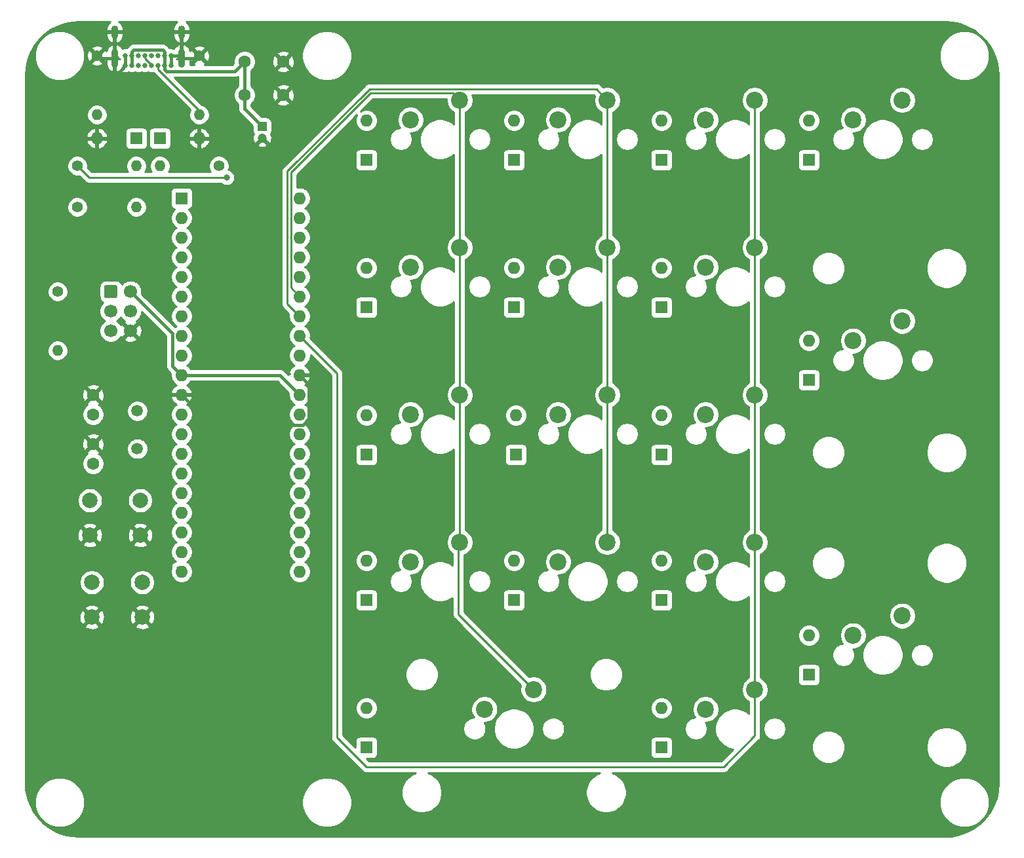
<source format=gtl>
%TF.GenerationSoftware,KiCad,Pcbnew,(5.1.6-0-10_14)*%
%TF.CreationDate,2020-10-14T16:23:59+01:00*%
%TF.ProjectId,scarlet-numpad-v1,73636172-6c65-4742-9d6e-756d7061642d,1*%
%TF.SameCoordinates,Original*%
%TF.FileFunction,Copper,L1,Top*%
%TF.FilePolarity,Positive*%
%FSLAX46Y46*%
G04 Gerber Fmt 4.6, Leading zero omitted, Abs format (unit mm)*
G04 Created by KiCad (PCBNEW (5.1.6-0-10_14)) date 2020-10-14 16:23:59*
%MOMM*%
%LPD*%
G01*
G04 APERTURE LIST*
%TA.AperFunction,ComponentPad*%
%ADD10O,1.400000X1.400000*%
%TD*%
%TA.AperFunction,ComponentPad*%
%ADD11C,1.400000*%
%TD*%
%TA.AperFunction,ComponentPad*%
%ADD12C,2.000000*%
%TD*%
%TA.AperFunction,ComponentPad*%
%ADD13O,1.600000X1.600000*%
%TD*%
%TA.AperFunction,ComponentPad*%
%ADD14R,1.600000X1.600000*%
%TD*%
%TA.AperFunction,ComponentPad*%
%ADD15C,0.650000*%
%TD*%
%TA.AperFunction,ComponentPad*%
%ADD16O,0.900000X2.400000*%
%TD*%
%TA.AperFunction,ComponentPad*%
%ADD17O,0.900000X1.700000*%
%TD*%
%TA.AperFunction,ComponentPad*%
%ADD18C,1.600000*%
%TD*%
%TA.AperFunction,ComponentPad*%
%ADD19R,1.200000X1.200000*%
%TD*%
%TA.AperFunction,ComponentPad*%
%ADD20C,1.200000*%
%TD*%
%TA.AperFunction,ComponentPad*%
%ADD21C,1.700000*%
%TD*%
%TA.AperFunction,ComponentPad*%
%ADD22C,2.200000*%
%TD*%
%TA.AperFunction,ComponentPad*%
%ADD23C,1.500000*%
%TD*%
%TA.AperFunction,ViaPad*%
%ADD24C,0.800000*%
%TD*%
%TA.AperFunction,Conductor*%
%ADD25C,0.381000*%
%TD*%
%TA.AperFunction,Conductor*%
%ADD26C,0.250000*%
%TD*%
%TA.AperFunction,Conductor*%
%ADD27C,0.254000*%
%TD*%
G04 APERTURE END LIST*
D10*
%TO.P,R6,2*%
%TO.N,Net-(D2-Pad1)*%
X40386000Y-44958000D03*
D11*
%TO.P,R6,1*%
%TO.N,+5V*%
X32766000Y-44958000D03*
%TD*%
D10*
%TO.P,R5,2*%
%TO.N,Net-(D1-Pad1)*%
X43434000Y-39624000D03*
D11*
%TO.P,R5,1*%
%TO.N,D+*%
X51054000Y-39624000D03*
%TD*%
D10*
%TO.P,R4,2*%
%TO.N,Net-(D2-Pad1)*%
X40386000Y-39624000D03*
D11*
%TO.P,R4,1*%
%TO.N,D-*%
X32766000Y-39624000D03*
%TD*%
D10*
%TO.P,R3,2*%
%TO.N,Net-(R3-Pad2)*%
X35306000Y-33020000D03*
D11*
%TO.P,R3,1*%
%TO.N,GND*%
X35306000Y-25400000D03*
%TD*%
D10*
%TO.P,R2,2*%
%TO.N,Net-(R2-Pad2)*%
X48514000Y-33020000D03*
D11*
%TO.P,R2,1*%
%TO.N,GND*%
X48514000Y-25400000D03*
%TD*%
D10*
%TO.P,R1,2*%
%TO.N,reset*%
X30226000Y-63500000D03*
D11*
%TO.P,R1,1*%
%TO.N,+5V*%
X30226000Y-55880000D03*
%TD*%
D12*
%TO.P,Boot,1*%
%TO.N,GND*%
X34648000Y-97972000D03*
%TO.P,Boot,2*%
%TO.N,bload*%
X34648000Y-93472000D03*
%TO.P,Boot,1*%
%TO.N,GND*%
X41148000Y-97972000D03*
%TO.P,Boot,2*%
%TO.N,bload*%
X41148000Y-93472000D03*
%TD*%
%TO.P,Reset,1*%
%TO.N,GND*%
X34394000Y-87376000D03*
%TO.P,Reset,2*%
%TO.N,reset*%
X34394000Y-82876000D03*
%TO.P,Reset,1*%
%TO.N,GND*%
X40894000Y-87376000D03*
%TO.P,Reset,2*%
%TO.N,reset*%
X40894000Y-82876000D03*
%TD*%
D13*
%TO.P,D19,2*%
%TO.N,Net-(D19-Pad2)*%
X108204000Y-109728000D03*
D14*
%TO.P,D19,1*%
%TO.N,row4*%
X108204000Y-114808000D03*
%TD*%
D13*
%TO.P,D18,2*%
%TO.N,Net-(D18-Pad2)*%
X70104000Y-109728000D03*
D14*
%TO.P,D18,1*%
%TO.N,row4*%
X70104000Y-114808000D03*
%TD*%
D13*
%TO.P,D17,2*%
%TO.N,Net-(D17-Pad2)*%
X127254000Y-100330000D03*
D14*
%TO.P,D17,1*%
%TO.N,row3*%
X127254000Y-105410000D03*
%TD*%
D13*
%TO.P,D16,2*%
%TO.N,Net-(D16-Pad2)*%
X108204000Y-90678000D03*
D14*
%TO.P,D16,1*%
%TO.N,row3*%
X108204000Y-95758000D03*
%TD*%
D13*
%TO.P,D15,2*%
%TO.N,Net-(D15-Pad2)*%
X89154000Y-90678000D03*
D14*
%TO.P,D15,1*%
%TO.N,row3*%
X89154000Y-95758000D03*
%TD*%
D13*
%TO.P,D14,2*%
%TO.N,Net-(D14-Pad2)*%
X70104000Y-90678000D03*
D14*
%TO.P,D14,1*%
%TO.N,row3*%
X70104000Y-95758000D03*
%TD*%
D13*
%TO.P,D13,2*%
%TO.N,Net-(D13-Pad2)*%
X108204000Y-71882000D03*
D14*
%TO.P,D13,1*%
%TO.N,row2*%
X108204000Y-76962000D03*
%TD*%
D13*
%TO.P,D12,2*%
%TO.N,Net-(D12-Pad2)*%
X89408000Y-71882000D03*
D14*
%TO.P,D12,1*%
%TO.N,row2*%
X89408000Y-76962000D03*
%TD*%
D13*
%TO.P,D11,2*%
%TO.N,Net-(D11-Pad2)*%
X70104000Y-71882000D03*
D14*
%TO.P,D11,1*%
%TO.N,row2*%
X70104000Y-76962000D03*
%TD*%
D13*
%TO.P,D10,2*%
%TO.N,Net-(D10-Pad2)*%
X127254000Y-62230000D03*
D14*
%TO.P,D10,1*%
%TO.N,row1*%
X127254000Y-67310000D03*
%TD*%
D13*
%TO.P,D9,2*%
%TO.N,Net-(D9-Pad2)*%
X108204000Y-52832000D03*
D14*
%TO.P,D9,1*%
%TO.N,row1*%
X108204000Y-57912000D03*
%TD*%
D13*
%TO.P,D8,2*%
%TO.N,Net-(D8-Pad2)*%
X89154000Y-52832000D03*
D14*
%TO.P,D8,1*%
%TO.N,row1*%
X89154000Y-57912000D03*
%TD*%
D13*
%TO.P,D7,2*%
%TO.N,Net-(D7-Pad2)*%
X70104000Y-52832000D03*
D14*
%TO.P,D7,1*%
%TO.N,row1*%
X70104000Y-57912000D03*
%TD*%
D13*
%TO.P,D6,2*%
%TO.N,Net-(D6-Pad2)*%
X127254000Y-33782000D03*
D14*
%TO.P,D6,1*%
%TO.N,row0*%
X127254000Y-38862000D03*
%TD*%
D13*
%TO.P,D5,2*%
%TO.N,Net-(D5-Pad2)*%
X108204000Y-33782000D03*
D14*
%TO.P,D5,1*%
%TO.N,row0*%
X108204000Y-38862000D03*
%TD*%
D13*
%TO.P,D4,2*%
%TO.N,Net-(D4-Pad2)*%
X89154000Y-33782000D03*
D14*
%TO.P,D4,1*%
%TO.N,row0*%
X89154000Y-38862000D03*
%TD*%
D13*
%TO.P,D3,2*%
%TO.N,Net-(D3-Pad2)*%
X70104000Y-33782000D03*
D14*
%TO.P,D3,1*%
%TO.N,row0*%
X70104000Y-38862000D03*
%TD*%
D13*
%TO.P,D2,2*%
%TO.N,GND*%
X35306000Y-36068000D03*
D14*
%TO.P,D2,1*%
%TO.N,Net-(D2-Pad1)*%
X40386000Y-36068000D03*
%TD*%
D13*
%TO.P,D1,2*%
%TO.N,GND*%
X48514000Y-36068000D03*
D14*
%TO.P,D1,1*%
%TO.N,Net-(D1-Pad1)*%
X43434000Y-36068000D03*
%TD*%
D15*
%TO.P,USB1,A5*%
%TO.N,Net-(R2-Pad2)*%
X43185000Y-26674000D03*
%TO.P,USB1,A1*%
%TO.N,GND*%
X44885000Y-26674000D03*
%TO.P,USB1,A4*%
%TO.N,+5V*%
X44035000Y-26674000D03*
%TO.P,USB1,A6*%
%TO.N,Net-(D1-Pad1)*%
X42335000Y-26674000D03*
%TO.P,USB1,A7*%
%TO.N,Net-(D2-Pad1)*%
X41485000Y-26674000D03*
%TO.P,USB1,A8*%
%TO.N,Net-(USB1-PadA8)*%
X40635000Y-26674000D03*
%TO.P,USB1,A9*%
%TO.N,+5V*%
X39785000Y-26674000D03*
%TO.P,USB1,A12*%
%TO.N,GND*%
X38935000Y-26674000D03*
%TO.P,USB1,B12*%
X44885000Y-25349000D03*
%TO.P,USB1,B9*%
%TO.N,+5V*%
X44030000Y-25349000D03*
%TO.P,USB1,B8*%
%TO.N,Net-(USB1-PadB8)*%
X43180000Y-25349000D03*
%TO.P,USB1,B7*%
%TO.N,Net-(D2-Pad1)*%
X42330000Y-25349000D03*
%TO.P,USB1,B6*%
%TO.N,Net-(D1-Pad1)*%
X41480000Y-25349000D03*
%TO.P,USB1,B5*%
%TO.N,Net-(R3-Pad2)*%
X40630000Y-25349000D03*
%TO.P,USB1,B4*%
%TO.N,+5V*%
X39780000Y-25349000D03*
%TO.P,USB1,B1*%
%TO.N,GND*%
X38930000Y-25349000D03*
D16*
%TO.P,USB1,S1*%
X46235000Y-25694000D03*
X37585000Y-25694000D03*
D17*
X46235000Y-22314000D03*
X37585000Y-22314000D03*
%TD*%
D18*
%TO.P,C1,1*%
%TO.N,Net-(C1-Pad1)*%
X34798000Y-71755000D03*
%TO.P,C1,2*%
%TO.N,GND*%
X34798000Y-69255000D03*
%TD*%
%TO.P,C2,2*%
%TO.N,GND*%
X34798000Y-75605000D03*
%TO.P,C2,1*%
%TO.N,Net-(C2-Pad1)*%
X34798000Y-78105000D03*
%TD*%
D19*
%TO.P,C3,1*%
%TO.N,+5V*%
X56642000Y-34544000D03*
D20*
%TO.P,C3,2*%
%TO.N,GND*%
X56642000Y-36044000D03*
%TD*%
D18*
%TO.P,C4,2*%
%TO.N,GND*%
X59356000Y-30480000D03*
%TO.P,C4,1*%
%TO.N,+5V*%
X54356000Y-30480000D03*
%TD*%
%TO.P,C5,1*%
%TO.N,+5V*%
X54356000Y-26162000D03*
%TO.P,C5,2*%
%TO.N,GND*%
X59356000Y-26162000D03*
%TD*%
%TO.P,J1-ISP1,1*%
%TO.N,miso*%
%TA.AperFunction,ComponentPad*%
G36*
G01*
X36234000Y-56480000D02*
X36234000Y-55280000D01*
G75*
G02*
X36484000Y-55030000I250000J0D01*
G01*
X37684000Y-55030000D01*
G75*
G02*
X37934000Y-55280000I0J-250000D01*
G01*
X37934000Y-56480000D01*
G75*
G02*
X37684000Y-56730000I-250000J0D01*
G01*
X36484000Y-56730000D01*
G75*
G02*
X36234000Y-56480000I0J250000D01*
G01*
G37*
%TD.AperFunction*%
D21*
%TO.P,J1-ISP1,3*%
%TO.N,sck*%
X37084000Y-58420000D03*
%TO.P,J1-ISP1,5*%
%TO.N,reset*%
X37084000Y-60960000D03*
%TO.P,J1-ISP1,2*%
%TO.N,+5V*%
X39624000Y-55880000D03*
%TO.P,J1-ISP1,4*%
%TO.N,mosi*%
X39624000Y-58420000D03*
%TO.P,J1-ISP1,6*%
%TO.N,GND*%
X39624000Y-60960000D03*
%TD*%
D22*
%TO.P,MX1,1*%
%TO.N,col0*%
X82169000Y-31115000D03*
%TO.P,MX1,2*%
%TO.N,Net-(D3-Pad2)*%
X75819000Y-33655000D03*
%TD*%
%TO.P,MX2,1*%
%TO.N,col0*%
X82169000Y-50165000D03*
%TO.P,MX2,2*%
%TO.N,Net-(D7-Pad2)*%
X75819000Y-52705000D03*
%TD*%
%TO.P,MX3,2*%
%TO.N,Net-(D11-Pad2)*%
X75819000Y-71755000D03*
%TO.P,MX3,1*%
%TO.N,col0*%
X82169000Y-69215000D03*
%TD*%
%TO.P,MX4,1*%
%TO.N,col0*%
X82169000Y-88265000D03*
%TO.P,MX4,2*%
%TO.N,Net-(D14-Pad2)*%
X75819000Y-90805000D03*
%TD*%
%TO.P,MX5,1*%
%TO.N,col0*%
X91694000Y-107315000D03*
%TO.P,MX5,2*%
%TO.N,Net-(D18-Pad2)*%
X85344000Y-109855000D03*
%TD*%
%TO.P,MX6,2*%
%TO.N,Net-(D4-Pad2)*%
X94869000Y-33655000D03*
%TO.P,MX6,1*%
%TO.N,col1*%
X101219000Y-31115000D03*
%TD*%
%TO.P,MX7,2*%
%TO.N,Net-(D8-Pad2)*%
X94869000Y-52705000D03*
%TO.P,MX7,1*%
%TO.N,col1*%
X101219000Y-50165000D03*
%TD*%
%TO.P,MX8,1*%
%TO.N,col1*%
X101219000Y-69215000D03*
%TO.P,MX8,2*%
%TO.N,Net-(D12-Pad2)*%
X94869000Y-71755000D03*
%TD*%
%TO.P,MX9,2*%
%TO.N,Net-(D15-Pad2)*%
X94869000Y-90805000D03*
%TO.P,MX9,1*%
%TO.N,col1*%
X101219000Y-88265000D03*
%TD*%
%TO.P,MX10,1*%
%TO.N,col2*%
X120269000Y-31115000D03*
%TO.P,MX10,2*%
%TO.N,Net-(D5-Pad2)*%
X113919000Y-33655000D03*
%TD*%
%TO.P,MX11,1*%
%TO.N,col2*%
X120269000Y-50165000D03*
%TO.P,MX11,2*%
%TO.N,Net-(D9-Pad2)*%
X113919000Y-52705000D03*
%TD*%
%TO.P,MX12,2*%
%TO.N,Net-(D13-Pad2)*%
X113919000Y-71755000D03*
%TO.P,MX12,1*%
%TO.N,col2*%
X120269000Y-69215000D03*
%TD*%
%TO.P,MX13,1*%
%TO.N,col2*%
X120269000Y-88265000D03*
%TO.P,MX13,2*%
%TO.N,Net-(D16-Pad2)*%
X113919000Y-90805000D03*
%TD*%
%TO.P,MX14,2*%
%TO.N,Net-(D19-Pad2)*%
X113919000Y-109855000D03*
%TO.P,MX14,1*%
%TO.N,col2*%
X120269000Y-107315000D03*
%TD*%
%TO.P,MX15,2*%
%TO.N,Net-(D6-Pad2)*%
X132969000Y-33655000D03*
%TO.P,MX15,1*%
%TO.N,col3*%
X139319000Y-31115000D03*
%TD*%
%TO.P,MX16,1*%
%TO.N,col3*%
X139319000Y-59690000D03*
%TO.P,MX16,2*%
%TO.N,Net-(D10-Pad2)*%
X132969000Y-62230000D03*
%TD*%
%TO.P,MX17,2*%
%TO.N,Net-(D17-Pad2)*%
X132969000Y-100330000D03*
%TO.P,MX17,1*%
%TO.N,col3*%
X139319000Y-97790000D03*
%TD*%
D14*
%TO.P,U1,1*%
%TO.N,Net-(U1-Pad1)*%
X46228000Y-43815000D03*
D13*
%TO.P,U1,21*%
%TO.N,Net-(U1-Pad21)*%
X61468000Y-92075000D03*
%TO.P,U1,2*%
%TO.N,Net-(U1-Pad2)*%
X46228000Y-46355000D03*
%TO.P,U1,22*%
%TO.N,Net-(U1-Pad22)*%
X61468000Y-89535000D03*
%TO.P,U1,3*%
%TO.N,Net-(U1-Pad3)*%
X46228000Y-48895000D03*
%TO.P,U1,23*%
%TO.N,Net-(U1-Pad23)*%
X61468000Y-86995000D03*
%TO.P,U1,4*%
%TO.N,Net-(U1-Pad4)*%
X46228000Y-51435000D03*
%TO.P,U1,24*%
%TO.N,Net-(U1-Pad24)*%
X61468000Y-84455000D03*
%TO.P,U1,5*%
%TO.N,Net-(U1-Pad5)*%
X46228000Y-53975000D03*
%TO.P,U1,25*%
%TO.N,Net-(U1-Pad25)*%
X61468000Y-81915000D03*
%TO.P,U1,6*%
%TO.N,mosi*%
X46228000Y-56515000D03*
%TO.P,U1,26*%
%TO.N,Net-(U1-Pad26)*%
X61468000Y-79375000D03*
%TO.P,U1,7*%
%TO.N,miso*%
X46228000Y-59055000D03*
%TO.P,U1,27*%
%TO.N,Net-(U1-Pad27)*%
X61468000Y-76835000D03*
%TO.P,U1,8*%
%TO.N,sck*%
X46228000Y-61595000D03*
%TO.P,U1,28*%
%TO.N,Net-(U1-Pad28)*%
X61468000Y-74295000D03*
%TO.P,U1,9*%
%TO.N,reset*%
X46228000Y-64135000D03*
%TO.P,U1,29*%
%TO.N,col3*%
X61468000Y-71755000D03*
%TO.P,U1,10*%
%TO.N,+5V*%
X46228000Y-66675000D03*
%TO.P,U1,30*%
X61468000Y-69215000D03*
%TO.P,U1,11*%
%TO.N,GND*%
X46228000Y-69215000D03*
%TO.P,U1,31*%
X61468000Y-66675000D03*
%TO.P,U1,12*%
%TO.N,Net-(C1-Pad1)*%
X46228000Y-71755000D03*
%TO.P,U1,32*%
%TO.N,Net-(U1-Pad32)*%
X61468000Y-64135000D03*
%TO.P,U1,13*%
%TO.N,Net-(C2-Pad1)*%
X46228000Y-74295000D03*
%TO.P,U1,33*%
%TO.N,col2*%
X61468000Y-61595000D03*
%TO.P,U1,14*%
%TO.N,Net-(U1-Pad14)*%
X46228000Y-76835000D03*
%TO.P,U1,34*%
%TO.N,col1*%
X61468000Y-59055000D03*
%TO.P,U1,15*%
%TO.N,Net-(U1-Pad15)*%
X46228000Y-79375000D03*
%TO.P,U1,35*%
%TO.N,col0*%
X61468000Y-56515000D03*
%TO.P,U1,16*%
%TO.N,D+*%
X46228000Y-81915000D03*
%TO.P,U1,36*%
%TO.N,row4*%
X61468000Y-53975000D03*
%TO.P,U1,17*%
%TO.N,D-*%
X46228000Y-84455000D03*
%TO.P,U1,37*%
%TO.N,row3*%
X61468000Y-51435000D03*
%TO.P,U1,18*%
%TO.N,Net-(U1-Pad18)*%
X46228000Y-86995000D03*
%TO.P,U1,38*%
%TO.N,row2*%
X61468000Y-48895000D03*
%TO.P,U1,19*%
%TO.N,Net-(U1-Pad19)*%
X46228000Y-89535000D03*
%TO.P,U1,39*%
%TO.N,row1*%
X61468000Y-46355000D03*
%TO.P,U1,20*%
%TO.N,bload*%
X46228000Y-92075000D03*
%TO.P,U1,40*%
%TO.N,row0*%
X61468000Y-43815000D03*
%TD*%
D23*
%TO.P,Y1,1*%
%TO.N,Net-(C2-Pad1)*%
X40513000Y-76200000D03*
%TO.P,Y1,2*%
%TO.N,Net-(C1-Pad1)*%
X40513000Y-71320000D03*
%TD*%
D24*
%TO.N,D-*%
X52070000Y-41148000D03*
%TD*%
D25*
%TO.N,GND*%
X44885000Y-25349000D02*
X44885000Y-26674000D01*
X38930000Y-26669000D02*
X38935000Y-26674000D01*
X38930000Y-25349000D02*
X38930000Y-26669000D01*
X45890000Y-25349000D02*
X46235000Y-25694000D01*
X44885000Y-25349000D02*
X45890000Y-25349000D01*
X62658501Y-67865501D02*
X61468000Y-66675000D01*
X62658501Y-72326441D02*
X62658501Y-67865501D01*
X61880443Y-73104499D02*
X62658501Y-72326441D01*
X50117499Y-73104499D02*
X61880443Y-73104499D01*
X46228000Y-69215000D02*
X50117499Y-73104499D01*
X35600000Y-25694000D02*
X35306000Y-25400000D01*
X37585000Y-25694000D02*
X35600000Y-25694000D01*
X48220000Y-25694000D02*
X48514000Y-25400000D01*
X46235000Y-25694000D02*
X48220000Y-25694000D01*
%TO.N,+5V*%
X54356000Y-26162000D02*
X54356000Y-30480000D01*
X54356000Y-32258000D02*
X56642000Y-34544000D01*
X54356000Y-30480000D02*
X54356000Y-32258000D01*
X58928000Y-66675000D02*
X61468000Y-69215000D01*
X46228000Y-66675000D02*
X58928000Y-66675000D01*
X45037499Y-61293499D02*
X39624000Y-55880000D01*
X45037499Y-65484499D02*
X45037499Y-61293499D01*
X46228000Y-66675000D02*
X45037499Y-65484499D01*
X39785000Y-25354000D02*
X39780000Y-25349000D01*
X39785000Y-26674000D02*
X39785000Y-25354000D01*
X44030000Y-24889381D02*
X44030000Y-25349000D01*
X43774118Y-24633499D02*
X44030000Y-24889381D01*
X39780000Y-24889381D02*
X40035882Y-24633499D01*
X40035882Y-24633499D02*
X43774118Y-24633499D01*
X39780000Y-25349000D02*
X39780000Y-24889381D01*
X44030000Y-26669000D02*
X44035000Y-26674000D01*
X44030000Y-25349000D02*
X44030000Y-26669000D01*
X53128499Y-27389501D02*
X54356000Y-26162000D01*
X44290882Y-27389501D02*
X53128499Y-27389501D01*
X44035000Y-27133619D02*
X44290882Y-27389501D01*
X44035000Y-26674000D02*
X44035000Y-27133619D01*
D26*
%TO.N,Net-(D1-Pad1)*%
X42335000Y-26561998D02*
X42335000Y-26674000D01*
X41480000Y-25706998D02*
X42335000Y-26561998D01*
X41480000Y-25349000D02*
X41480000Y-25706998D01*
%TO.N,col0*%
X81954001Y-88479999D02*
X82169000Y-88265000D01*
X81954001Y-97575001D02*
X81954001Y-88479999D01*
X91694000Y-107315000D02*
X81954001Y-97575001D01*
X82169000Y-88265000D02*
X82169000Y-69215000D01*
X82169000Y-69215000D02*
X82169000Y-50165000D01*
X82169000Y-50165000D02*
X82169000Y-31115000D01*
X60342999Y-55389999D02*
X61468000Y-56515000D01*
X60342999Y-40495001D02*
X60342999Y-55389999D01*
X81280000Y-30226000D02*
X70612000Y-30226000D01*
X70612000Y-30226000D02*
X60342999Y-40495001D01*
X82169000Y-31115000D02*
X81280000Y-30226000D01*
%TO.N,col1*%
X101219000Y-31115000D02*
X101219000Y-50165000D01*
X101219000Y-50165000D02*
X101219000Y-69215000D01*
X101219000Y-69215000D02*
X101219000Y-88265000D01*
X101219000Y-31115000D02*
X99793999Y-29689999D01*
X59892989Y-57479989D02*
X61468000Y-59055000D01*
X99793999Y-29689999D02*
X70511590Y-29689999D01*
X70511590Y-29689999D02*
X59892989Y-40308600D01*
X59892989Y-40308600D02*
X59892989Y-57479989D01*
%TO.N,col2*%
X120269000Y-107315000D02*
X120269000Y-88265000D01*
X120269000Y-88265000D02*
X120269000Y-69215000D01*
X120269000Y-69215000D02*
X120269000Y-50165000D01*
X120269000Y-50165000D02*
X120269000Y-31115000D01*
X66294000Y-113538000D02*
X66294000Y-66421000D01*
X70104000Y-117348000D02*
X66294000Y-113538000D01*
X66294000Y-66421000D02*
X61468000Y-61595000D01*
X116217002Y-117348000D02*
X70104000Y-117348000D01*
X120269000Y-113296002D02*
X116217002Y-117348000D01*
X120269000Y-107315000D02*
X120269000Y-113296002D01*
%TO.N,Net-(R2-Pad2)*%
X48514000Y-32462619D02*
X48514000Y-33020000D01*
X43185000Y-27133619D02*
X48514000Y-32462619D01*
X43185000Y-26674000D02*
X43185000Y-27133619D01*
%TO.N,D-*%
X34290000Y-41148000D02*
X32766000Y-39624000D01*
X52070000Y-41148000D02*
X34290000Y-41148000D01*
%TO.N,bload*%
X45629000Y-91476000D02*
X46228000Y-92075000D01*
%TD*%
D27*
%TO.N,GND*%
G36*
X36907592Y-21056986D02*
G01*
X36753413Y-21205609D01*
X36631191Y-21381455D01*
X36545624Y-21577767D01*
X36500000Y-21787000D01*
X36500000Y-22187000D01*
X37458000Y-22187000D01*
X37458000Y-22167000D01*
X37712000Y-22167000D01*
X37712000Y-22187000D01*
X38670000Y-22187000D01*
X38670000Y-21787000D01*
X38624376Y-21577767D01*
X38538809Y-21381455D01*
X38416587Y-21205609D01*
X38262408Y-21056986D01*
X38142484Y-20980000D01*
X45677516Y-20980000D01*
X45557592Y-21056986D01*
X45403413Y-21205609D01*
X45281191Y-21381455D01*
X45195624Y-21577767D01*
X45150000Y-21787000D01*
X45150000Y-22187000D01*
X46108000Y-22187000D01*
X46108000Y-22167000D01*
X46362000Y-22167000D01*
X46362000Y-22187000D01*
X47320000Y-22187000D01*
X47320000Y-21787000D01*
X47274376Y-21577767D01*
X47188809Y-21381455D01*
X47066587Y-21205609D01*
X46912408Y-21056986D01*
X46792484Y-20980000D01*
X144756080Y-20980000D01*
X145784470Y-21054617D01*
X146767898Y-21271739D01*
X147709675Y-21628546D01*
X148590095Y-22117575D01*
X149390687Y-22728569D01*
X150094694Y-23448732D01*
X150687370Y-24262987D01*
X151156296Y-25154269D01*
X151491647Y-26103900D01*
X151687127Y-27095692D01*
X151740000Y-27960164D01*
X151740001Y-119356080D01*
X151665382Y-120384470D01*
X151448262Y-121367896D01*
X151091454Y-122309675D01*
X150602424Y-123190095D01*
X149991435Y-123990684D01*
X149271268Y-124694694D01*
X148457013Y-125287370D01*
X147565731Y-125756296D01*
X146616099Y-126091647D01*
X145624309Y-126287127D01*
X144759835Y-126340000D01*
X33043906Y-126340000D01*
X32015530Y-126265382D01*
X31032104Y-126048262D01*
X30090325Y-125691454D01*
X29209905Y-125202424D01*
X28409316Y-124591435D01*
X27705306Y-123871268D01*
X27112630Y-123057013D01*
X26643704Y-122165731D01*
X26444689Y-121602168D01*
X27253000Y-121602168D01*
X27253000Y-122237832D01*
X27377012Y-122861281D01*
X27620270Y-123448558D01*
X27973425Y-123977093D01*
X28422907Y-124426575D01*
X28951442Y-124779730D01*
X29538719Y-125022988D01*
X30162168Y-125147000D01*
X30797832Y-125147000D01*
X31421281Y-125022988D01*
X32008558Y-124779730D01*
X32537093Y-124426575D01*
X32986575Y-123977093D01*
X33339730Y-123448558D01*
X33582988Y-122861281D01*
X33707000Y-122237832D01*
X33707000Y-121602168D01*
X61773000Y-121602168D01*
X61773000Y-122237832D01*
X61897012Y-122861281D01*
X62140270Y-123448558D01*
X62493425Y-123977093D01*
X62942907Y-124426575D01*
X63471442Y-124779730D01*
X64058719Y-125022988D01*
X64682168Y-125147000D01*
X65317832Y-125147000D01*
X65941281Y-125022988D01*
X66528558Y-124779730D01*
X67057093Y-124426575D01*
X67506575Y-123977093D01*
X67859730Y-123448558D01*
X68102988Y-122861281D01*
X68227000Y-122237832D01*
X68227000Y-121602168D01*
X68102988Y-120978719D01*
X67859730Y-120391442D01*
X67506575Y-119862907D01*
X67057093Y-119413425D01*
X66528558Y-119060270D01*
X65941281Y-118817012D01*
X65317832Y-118693000D01*
X64682168Y-118693000D01*
X64058719Y-118817012D01*
X63471442Y-119060270D01*
X62942907Y-119413425D01*
X62493425Y-119862907D01*
X62140270Y-120391442D01*
X61897012Y-120978719D01*
X61773000Y-121602168D01*
X33707000Y-121602168D01*
X33582988Y-120978719D01*
X33339730Y-120391442D01*
X32986575Y-119862907D01*
X32537093Y-119413425D01*
X32008558Y-119060270D01*
X31421281Y-118817012D01*
X30797832Y-118693000D01*
X30162168Y-118693000D01*
X29538719Y-118817012D01*
X28951442Y-119060270D01*
X28422907Y-119413425D01*
X27973425Y-119862907D01*
X27620270Y-120391442D01*
X27377012Y-120978719D01*
X27253000Y-121602168D01*
X26444689Y-121602168D01*
X26308353Y-121216099D01*
X26112873Y-120224309D01*
X26060000Y-119359835D01*
X26060000Y-99107413D01*
X33692192Y-99107413D01*
X33787956Y-99371814D01*
X34077571Y-99512704D01*
X34389108Y-99594384D01*
X34710595Y-99613718D01*
X35029675Y-99569961D01*
X35334088Y-99464795D01*
X35508044Y-99371814D01*
X35603808Y-99107413D01*
X40192192Y-99107413D01*
X40287956Y-99371814D01*
X40577571Y-99512704D01*
X40889108Y-99594384D01*
X41210595Y-99613718D01*
X41529675Y-99569961D01*
X41834088Y-99464795D01*
X42008044Y-99371814D01*
X42103808Y-99107413D01*
X41148000Y-98151605D01*
X40192192Y-99107413D01*
X35603808Y-99107413D01*
X34648000Y-98151605D01*
X33692192Y-99107413D01*
X26060000Y-99107413D01*
X26060000Y-98034595D01*
X33006282Y-98034595D01*
X33050039Y-98353675D01*
X33155205Y-98658088D01*
X33248186Y-98832044D01*
X33512587Y-98927808D01*
X34468395Y-97972000D01*
X34827605Y-97972000D01*
X35783413Y-98927808D01*
X36047814Y-98832044D01*
X36188704Y-98542429D01*
X36270384Y-98230892D01*
X36282189Y-98034595D01*
X39506282Y-98034595D01*
X39550039Y-98353675D01*
X39655205Y-98658088D01*
X39748186Y-98832044D01*
X40012587Y-98927808D01*
X40968395Y-97972000D01*
X41327605Y-97972000D01*
X42283413Y-98927808D01*
X42547814Y-98832044D01*
X42688704Y-98542429D01*
X42770384Y-98230892D01*
X42789718Y-97909405D01*
X42745961Y-97590325D01*
X42640795Y-97285912D01*
X42547814Y-97111956D01*
X42283413Y-97016192D01*
X41327605Y-97972000D01*
X40968395Y-97972000D01*
X40012587Y-97016192D01*
X39748186Y-97111956D01*
X39607296Y-97401571D01*
X39525616Y-97713108D01*
X39506282Y-98034595D01*
X36282189Y-98034595D01*
X36289718Y-97909405D01*
X36245961Y-97590325D01*
X36140795Y-97285912D01*
X36047814Y-97111956D01*
X35783413Y-97016192D01*
X34827605Y-97972000D01*
X34468395Y-97972000D01*
X33512587Y-97016192D01*
X33248186Y-97111956D01*
X33107296Y-97401571D01*
X33025616Y-97713108D01*
X33006282Y-98034595D01*
X26060000Y-98034595D01*
X26060000Y-96836587D01*
X33692192Y-96836587D01*
X34648000Y-97792395D01*
X35603808Y-96836587D01*
X40192192Y-96836587D01*
X41148000Y-97792395D01*
X42103808Y-96836587D01*
X42008044Y-96572186D01*
X41718429Y-96431296D01*
X41406892Y-96349616D01*
X41085405Y-96330282D01*
X40766325Y-96374039D01*
X40461912Y-96479205D01*
X40287956Y-96572186D01*
X40192192Y-96836587D01*
X35603808Y-96836587D01*
X35508044Y-96572186D01*
X35218429Y-96431296D01*
X34906892Y-96349616D01*
X34585405Y-96330282D01*
X34266325Y-96374039D01*
X33961912Y-96479205D01*
X33787956Y-96572186D01*
X33692192Y-96836587D01*
X26060000Y-96836587D01*
X26060000Y-93310967D01*
X33013000Y-93310967D01*
X33013000Y-93633033D01*
X33075832Y-93948912D01*
X33199082Y-94246463D01*
X33378013Y-94514252D01*
X33605748Y-94741987D01*
X33873537Y-94920918D01*
X34171088Y-95044168D01*
X34486967Y-95107000D01*
X34809033Y-95107000D01*
X35124912Y-95044168D01*
X35422463Y-94920918D01*
X35690252Y-94741987D01*
X35917987Y-94514252D01*
X36096918Y-94246463D01*
X36220168Y-93948912D01*
X36283000Y-93633033D01*
X36283000Y-93310967D01*
X39513000Y-93310967D01*
X39513000Y-93633033D01*
X39575832Y-93948912D01*
X39699082Y-94246463D01*
X39878013Y-94514252D01*
X40105748Y-94741987D01*
X40373537Y-94920918D01*
X40671088Y-95044168D01*
X40986967Y-95107000D01*
X41309033Y-95107000D01*
X41624912Y-95044168D01*
X41922463Y-94920918D01*
X42190252Y-94741987D01*
X42417987Y-94514252D01*
X42596918Y-94246463D01*
X42720168Y-93948912D01*
X42783000Y-93633033D01*
X42783000Y-93310967D01*
X42720168Y-92995088D01*
X42596918Y-92697537D01*
X42417987Y-92429748D01*
X42190252Y-92202013D01*
X41922463Y-92023082D01*
X41624912Y-91899832D01*
X41309033Y-91837000D01*
X40986967Y-91837000D01*
X40671088Y-91899832D01*
X40373537Y-92023082D01*
X40105748Y-92202013D01*
X39878013Y-92429748D01*
X39699082Y-92697537D01*
X39575832Y-92995088D01*
X39513000Y-93310967D01*
X36283000Y-93310967D01*
X36220168Y-92995088D01*
X36096918Y-92697537D01*
X35917987Y-92429748D01*
X35690252Y-92202013D01*
X35422463Y-92023082D01*
X35124912Y-91899832D01*
X34809033Y-91837000D01*
X34486967Y-91837000D01*
X34171088Y-91899832D01*
X33873537Y-92023082D01*
X33605748Y-92202013D01*
X33378013Y-92429748D01*
X33199082Y-92697537D01*
X33075832Y-92995088D01*
X33013000Y-93310967D01*
X26060000Y-93310967D01*
X26060000Y-88511413D01*
X33438192Y-88511413D01*
X33533956Y-88775814D01*
X33823571Y-88916704D01*
X34135108Y-88998384D01*
X34456595Y-89017718D01*
X34775675Y-88973961D01*
X35080088Y-88868795D01*
X35254044Y-88775814D01*
X35349808Y-88511413D01*
X39938192Y-88511413D01*
X40033956Y-88775814D01*
X40323571Y-88916704D01*
X40635108Y-88998384D01*
X40956595Y-89017718D01*
X41275675Y-88973961D01*
X41580088Y-88868795D01*
X41754044Y-88775814D01*
X41849808Y-88511413D01*
X40894000Y-87555605D01*
X39938192Y-88511413D01*
X35349808Y-88511413D01*
X34394000Y-87555605D01*
X33438192Y-88511413D01*
X26060000Y-88511413D01*
X26060000Y-87438595D01*
X32752282Y-87438595D01*
X32796039Y-87757675D01*
X32901205Y-88062088D01*
X32994186Y-88236044D01*
X33258587Y-88331808D01*
X34214395Y-87376000D01*
X34573605Y-87376000D01*
X35529413Y-88331808D01*
X35793814Y-88236044D01*
X35934704Y-87946429D01*
X36016384Y-87634892D01*
X36028189Y-87438595D01*
X39252282Y-87438595D01*
X39296039Y-87757675D01*
X39401205Y-88062088D01*
X39494186Y-88236044D01*
X39758587Y-88331808D01*
X40714395Y-87376000D01*
X41073605Y-87376000D01*
X42029413Y-88331808D01*
X42293814Y-88236044D01*
X42434704Y-87946429D01*
X42516384Y-87634892D01*
X42535718Y-87313405D01*
X42491961Y-86994325D01*
X42386795Y-86689912D01*
X42293814Y-86515956D01*
X42029413Y-86420192D01*
X41073605Y-87376000D01*
X40714395Y-87376000D01*
X39758587Y-86420192D01*
X39494186Y-86515956D01*
X39353296Y-86805571D01*
X39271616Y-87117108D01*
X39252282Y-87438595D01*
X36028189Y-87438595D01*
X36035718Y-87313405D01*
X35991961Y-86994325D01*
X35886795Y-86689912D01*
X35793814Y-86515956D01*
X35529413Y-86420192D01*
X34573605Y-87376000D01*
X34214395Y-87376000D01*
X33258587Y-86420192D01*
X32994186Y-86515956D01*
X32853296Y-86805571D01*
X32771616Y-87117108D01*
X32752282Y-87438595D01*
X26060000Y-87438595D01*
X26060000Y-86240587D01*
X33438192Y-86240587D01*
X34394000Y-87196395D01*
X35349808Y-86240587D01*
X39938192Y-86240587D01*
X40894000Y-87196395D01*
X41849808Y-86240587D01*
X41754044Y-85976186D01*
X41464429Y-85835296D01*
X41152892Y-85753616D01*
X40831405Y-85734282D01*
X40512325Y-85778039D01*
X40207912Y-85883205D01*
X40033956Y-85976186D01*
X39938192Y-86240587D01*
X35349808Y-86240587D01*
X35254044Y-85976186D01*
X34964429Y-85835296D01*
X34652892Y-85753616D01*
X34331405Y-85734282D01*
X34012325Y-85778039D01*
X33707912Y-85883205D01*
X33533956Y-85976186D01*
X33438192Y-86240587D01*
X26060000Y-86240587D01*
X26060000Y-82714967D01*
X32759000Y-82714967D01*
X32759000Y-83037033D01*
X32821832Y-83352912D01*
X32945082Y-83650463D01*
X33124013Y-83918252D01*
X33351748Y-84145987D01*
X33619537Y-84324918D01*
X33917088Y-84448168D01*
X34232967Y-84511000D01*
X34555033Y-84511000D01*
X34870912Y-84448168D01*
X35168463Y-84324918D01*
X35436252Y-84145987D01*
X35663987Y-83918252D01*
X35842918Y-83650463D01*
X35966168Y-83352912D01*
X36029000Y-83037033D01*
X36029000Y-82714967D01*
X39259000Y-82714967D01*
X39259000Y-83037033D01*
X39321832Y-83352912D01*
X39445082Y-83650463D01*
X39624013Y-83918252D01*
X39851748Y-84145987D01*
X40119537Y-84324918D01*
X40417088Y-84448168D01*
X40732967Y-84511000D01*
X41055033Y-84511000D01*
X41370912Y-84448168D01*
X41668463Y-84324918D01*
X41936252Y-84145987D01*
X42163987Y-83918252D01*
X42342918Y-83650463D01*
X42466168Y-83352912D01*
X42529000Y-83037033D01*
X42529000Y-82714967D01*
X42466168Y-82399088D01*
X42342918Y-82101537D01*
X42163987Y-81833748D01*
X41936252Y-81606013D01*
X41668463Y-81427082D01*
X41370912Y-81303832D01*
X41055033Y-81241000D01*
X40732967Y-81241000D01*
X40417088Y-81303832D01*
X40119537Y-81427082D01*
X39851748Y-81606013D01*
X39624013Y-81833748D01*
X39445082Y-82101537D01*
X39321832Y-82399088D01*
X39259000Y-82714967D01*
X36029000Y-82714967D01*
X35966168Y-82399088D01*
X35842918Y-82101537D01*
X35663987Y-81833748D01*
X35436252Y-81606013D01*
X35168463Y-81427082D01*
X34870912Y-81303832D01*
X34555033Y-81241000D01*
X34232967Y-81241000D01*
X33917088Y-81303832D01*
X33619537Y-81427082D01*
X33351748Y-81606013D01*
X33124013Y-81833748D01*
X32945082Y-82101537D01*
X32821832Y-82399088D01*
X32759000Y-82714967D01*
X26060000Y-82714967D01*
X26060000Y-77963665D01*
X33363000Y-77963665D01*
X33363000Y-78246335D01*
X33418147Y-78523574D01*
X33526320Y-78784727D01*
X33683363Y-79019759D01*
X33883241Y-79219637D01*
X34118273Y-79376680D01*
X34379426Y-79484853D01*
X34656665Y-79540000D01*
X34939335Y-79540000D01*
X35216574Y-79484853D01*
X35477727Y-79376680D01*
X35712759Y-79219637D01*
X35912637Y-79019759D01*
X36069680Y-78784727D01*
X36177853Y-78523574D01*
X36233000Y-78246335D01*
X36233000Y-77963665D01*
X36177853Y-77686426D01*
X36069680Y-77425273D01*
X35912637Y-77190241D01*
X35712759Y-76990363D01*
X35512131Y-76856308D01*
X35539514Y-76841671D01*
X35611097Y-76597702D01*
X34798000Y-75784605D01*
X33984903Y-76597702D01*
X34056486Y-76841671D01*
X34085341Y-76855324D01*
X33883241Y-76990363D01*
X33683363Y-77190241D01*
X33526320Y-77425273D01*
X33418147Y-77686426D01*
X33363000Y-77963665D01*
X26060000Y-77963665D01*
X26060000Y-75675512D01*
X33357783Y-75675512D01*
X33399213Y-75955130D01*
X33494397Y-76221292D01*
X33561329Y-76346514D01*
X33805298Y-76418097D01*
X34618395Y-75605000D01*
X34977605Y-75605000D01*
X35790702Y-76418097D01*
X36034671Y-76346514D01*
X36155571Y-76091004D01*
X36162442Y-76063589D01*
X39128000Y-76063589D01*
X39128000Y-76336411D01*
X39181225Y-76603989D01*
X39285629Y-76856043D01*
X39437201Y-77082886D01*
X39630114Y-77275799D01*
X39856957Y-77427371D01*
X40109011Y-77531775D01*
X40376589Y-77585000D01*
X40649411Y-77585000D01*
X40916989Y-77531775D01*
X41169043Y-77427371D01*
X41395886Y-77275799D01*
X41588799Y-77082886D01*
X41740371Y-76856043D01*
X41844775Y-76603989D01*
X41898000Y-76336411D01*
X41898000Y-76063589D01*
X41844775Y-75796011D01*
X41740371Y-75543957D01*
X41588799Y-75317114D01*
X41395886Y-75124201D01*
X41169043Y-74972629D01*
X40916989Y-74868225D01*
X40649411Y-74815000D01*
X40376589Y-74815000D01*
X40109011Y-74868225D01*
X39856957Y-74972629D01*
X39630114Y-75124201D01*
X39437201Y-75317114D01*
X39285629Y-75543957D01*
X39181225Y-75796011D01*
X39128000Y-76063589D01*
X36162442Y-76063589D01*
X36224300Y-75816816D01*
X36238217Y-75534488D01*
X36196787Y-75254870D01*
X36101603Y-74988708D01*
X36034671Y-74863486D01*
X35790702Y-74791903D01*
X34977605Y-75605000D01*
X34618395Y-75605000D01*
X33805298Y-74791903D01*
X33561329Y-74863486D01*
X33440429Y-75118996D01*
X33371700Y-75393184D01*
X33357783Y-75675512D01*
X26060000Y-75675512D01*
X26060000Y-74612298D01*
X33984903Y-74612298D01*
X34798000Y-75425395D01*
X35611097Y-74612298D01*
X35539514Y-74368329D01*
X35284004Y-74247429D01*
X35009816Y-74178700D01*
X34727488Y-74164783D01*
X34447870Y-74206213D01*
X34181708Y-74301397D01*
X34056486Y-74368329D01*
X33984903Y-74612298D01*
X26060000Y-74612298D01*
X26060000Y-71613665D01*
X33363000Y-71613665D01*
X33363000Y-71896335D01*
X33418147Y-72173574D01*
X33526320Y-72434727D01*
X33683363Y-72669759D01*
X33883241Y-72869637D01*
X34118273Y-73026680D01*
X34379426Y-73134853D01*
X34656665Y-73190000D01*
X34939335Y-73190000D01*
X35216574Y-73134853D01*
X35477727Y-73026680D01*
X35712759Y-72869637D01*
X35912637Y-72669759D01*
X36069680Y-72434727D01*
X36177853Y-72173574D01*
X36233000Y-71896335D01*
X36233000Y-71613665D01*
X36177853Y-71336426D01*
X36114546Y-71183589D01*
X39128000Y-71183589D01*
X39128000Y-71456411D01*
X39181225Y-71723989D01*
X39285629Y-71976043D01*
X39437201Y-72202886D01*
X39630114Y-72395799D01*
X39856957Y-72547371D01*
X40109011Y-72651775D01*
X40376589Y-72705000D01*
X40649411Y-72705000D01*
X40916989Y-72651775D01*
X41169043Y-72547371D01*
X41395886Y-72395799D01*
X41588799Y-72202886D01*
X41740371Y-71976043D01*
X41844775Y-71723989D01*
X41866719Y-71613665D01*
X44793000Y-71613665D01*
X44793000Y-71896335D01*
X44848147Y-72173574D01*
X44956320Y-72434727D01*
X45113363Y-72669759D01*
X45313241Y-72869637D01*
X45545759Y-73025000D01*
X45313241Y-73180363D01*
X45113363Y-73380241D01*
X44956320Y-73615273D01*
X44848147Y-73876426D01*
X44793000Y-74153665D01*
X44793000Y-74436335D01*
X44848147Y-74713574D01*
X44956320Y-74974727D01*
X45113363Y-75209759D01*
X45313241Y-75409637D01*
X45545759Y-75565000D01*
X45313241Y-75720363D01*
X45113363Y-75920241D01*
X44956320Y-76155273D01*
X44848147Y-76416426D01*
X44793000Y-76693665D01*
X44793000Y-76976335D01*
X44848147Y-77253574D01*
X44956320Y-77514727D01*
X45113363Y-77749759D01*
X45313241Y-77949637D01*
X45545759Y-78105000D01*
X45313241Y-78260363D01*
X45113363Y-78460241D01*
X44956320Y-78695273D01*
X44848147Y-78956426D01*
X44793000Y-79233665D01*
X44793000Y-79516335D01*
X44848147Y-79793574D01*
X44956320Y-80054727D01*
X45113363Y-80289759D01*
X45313241Y-80489637D01*
X45545759Y-80645000D01*
X45313241Y-80800363D01*
X45113363Y-81000241D01*
X44956320Y-81235273D01*
X44848147Y-81496426D01*
X44793000Y-81773665D01*
X44793000Y-82056335D01*
X44848147Y-82333574D01*
X44956320Y-82594727D01*
X45113363Y-82829759D01*
X45313241Y-83029637D01*
X45545759Y-83185000D01*
X45313241Y-83340363D01*
X45113363Y-83540241D01*
X44956320Y-83775273D01*
X44848147Y-84036426D01*
X44793000Y-84313665D01*
X44793000Y-84596335D01*
X44848147Y-84873574D01*
X44956320Y-85134727D01*
X45113363Y-85369759D01*
X45313241Y-85569637D01*
X45545759Y-85725000D01*
X45313241Y-85880363D01*
X45113363Y-86080241D01*
X44956320Y-86315273D01*
X44848147Y-86576426D01*
X44793000Y-86853665D01*
X44793000Y-87136335D01*
X44848147Y-87413574D01*
X44956320Y-87674727D01*
X45113363Y-87909759D01*
X45313241Y-88109637D01*
X45545759Y-88265000D01*
X45313241Y-88420363D01*
X45113363Y-88620241D01*
X44956320Y-88855273D01*
X44848147Y-89116426D01*
X44793000Y-89393665D01*
X44793000Y-89676335D01*
X44848147Y-89953574D01*
X44956320Y-90214727D01*
X45113363Y-90449759D01*
X45313241Y-90649637D01*
X45444942Y-90737637D01*
X45336754Y-90770454D01*
X45204724Y-90841026D01*
X45088999Y-90935999D01*
X44994026Y-91051724D01*
X44923454Y-91183754D01*
X44879998Y-91327015D01*
X44865324Y-91476000D01*
X44876381Y-91588263D01*
X44848147Y-91656426D01*
X44793000Y-91933665D01*
X44793000Y-92216335D01*
X44848147Y-92493574D01*
X44956320Y-92754727D01*
X45113363Y-92989759D01*
X45313241Y-93189637D01*
X45548273Y-93346680D01*
X45809426Y-93454853D01*
X46086665Y-93510000D01*
X46369335Y-93510000D01*
X46646574Y-93454853D01*
X46907727Y-93346680D01*
X47142759Y-93189637D01*
X47342637Y-92989759D01*
X47499680Y-92754727D01*
X47607853Y-92493574D01*
X47663000Y-92216335D01*
X47663000Y-91933665D01*
X47607853Y-91656426D01*
X47499680Y-91395273D01*
X47342637Y-91160241D01*
X47142759Y-90960363D01*
X46910241Y-90805000D01*
X47142759Y-90649637D01*
X47342637Y-90449759D01*
X47499680Y-90214727D01*
X47607853Y-89953574D01*
X47663000Y-89676335D01*
X47663000Y-89393665D01*
X47607853Y-89116426D01*
X47499680Y-88855273D01*
X47342637Y-88620241D01*
X47142759Y-88420363D01*
X46910241Y-88265000D01*
X47142759Y-88109637D01*
X47342637Y-87909759D01*
X47499680Y-87674727D01*
X47607853Y-87413574D01*
X47663000Y-87136335D01*
X47663000Y-86853665D01*
X47607853Y-86576426D01*
X47499680Y-86315273D01*
X47342637Y-86080241D01*
X47142759Y-85880363D01*
X46910241Y-85725000D01*
X47142759Y-85569637D01*
X47342637Y-85369759D01*
X47499680Y-85134727D01*
X47607853Y-84873574D01*
X47663000Y-84596335D01*
X47663000Y-84313665D01*
X47607853Y-84036426D01*
X47499680Y-83775273D01*
X47342637Y-83540241D01*
X47142759Y-83340363D01*
X46910241Y-83185000D01*
X47142759Y-83029637D01*
X47342637Y-82829759D01*
X47499680Y-82594727D01*
X47607853Y-82333574D01*
X47663000Y-82056335D01*
X47663000Y-81773665D01*
X47607853Y-81496426D01*
X47499680Y-81235273D01*
X47342637Y-81000241D01*
X47142759Y-80800363D01*
X46910241Y-80645000D01*
X47142759Y-80489637D01*
X47342637Y-80289759D01*
X47499680Y-80054727D01*
X47607853Y-79793574D01*
X47663000Y-79516335D01*
X47663000Y-79233665D01*
X47607853Y-78956426D01*
X47499680Y-78695273D01*
X47342637Y-78460241D01*
X47142759Y-78260363D01*
X46910241Y-78105000D01*
X47142759Y-77949637D01*
X47342637Y-77749759D01*
X47499680Y-77514727D01*
X47607853Y-77253574D01*
X47663000Y-76976335D01*
X47663000Y-76693665D01*
X47607853Y-76416426D01*
X47499680Y-76155273D01*
X47342637Y-75920241D01*
X47142759Y-75720363D01*
X46910241Y-75565000D01*
X47142759Y-75409637D01*
X47342637Y-75209759D01*
X47499680Y-74974727D01*
X47607853Y-74713574D01*
X47663000Y-74436335D01*
X47663000Y-74153665D01*
X47607853Y-73876426D01*
X47499680Y-73615273D01*
X47342637Y-73380241D01*
X47142759Y-73180363D01*
X46910241Y-73025000D01*
X47142759Y-72869637D01*
X47342637Y-72669759D01*
X47499680Y-72434727D01*
X47607853Y-72173574D01*
X47663000Y-71896335D01*
X47663000Y-71613665D01*
X47607853Y-71336426D01*
X47499680Y-71075273D01*
X47342637Y-70840241D01*
X47142759Y-70640363D01*
X46907727Y-70483320D01*
X46897135Y-70478933D01*
X47083131Y-70367385D01*
X47291519Y-70178414D01*
X47459037Y-69952420D01*
X47579246Y-69698087D01*
X47619904Y-69564039D01*
X47497915Y-69342000D01*
X46355000Y-69342000D01*
X46355000Y-69362000D01*
X46101000Y-69362000D01*
X46101000Y-69342000D01*
X44958085Y-69342000D01*
X44836096Y-69564039D01*
X44876754Y-69698087D01*
X44996963Y-69952420D01*
X45164481Y-70178414D01*
X45372869Y-70367385D01*
X45558865Y-70478933D01*
X45548273Y-70483320D01*
X45313241Y-70640363D01*
X45113363Y-70840241D01*
X44956320Y-71075273D01*
X44848147Y-71336426D01*
X44793000Y-71613665D01*
X41866719Y-71613665D01*
X41898000Y-71456411D01*
X41898000Y-71183589D01*
X41844775Y-70916011D01*
X41740371Y-70663957D01*
X41588799Y-70437114D01*
X41395886Y-70244201D01*
X41169043Y-70092629D01*
X40916989Y-69988225D01*
X40649411Y-69935000D01*
X40376589Y-69935000D01*
X40109011Y-69988225D01*
X39856957Y-70092629D01*
X39630114Y-70244201D01*
X39437201Y-70437114D01*
X39285629Y-70663957D01*
X39181225Y-70916011D01*
X39128000Y-71183589D01*
X36114546Y-71183589D01*
X36069680Y-71075273D01*
X35912637Y-70840241D01*
X35712759Y-70640363D01*
X35512131Y-70506308D01*
X35539514Y-70491671D01*
X35611097Y-70247702D01*
X34798000Y-69434605D01*
X33984903Y-70247702D01*
X34056486Y-70491671D01*
X34085341Y-70505324D01*
X33883241Y-70640363D01*
X33683363Y-70840241D01*
X33526320Y-71075273D01*
X33418147Y-71336426D01*
X33363000Y-71613665D01*
X26060000Y-71613665D01*
X26060000Y-69325512D01*
X33357783Y-69325512D01*
X33399213Y-69605130D01*
X33494397Y-69871292D01*
X33561329Y-69996514D01*
X33805298Y-70068097D01*
X34618395Y-69255000D01*
X34977605Y-69255000D01*
X35790702Y-70068097D01*
X36034671Y-69996514D01*
X36155571Y-69741004D01*
X36224300Y-69466816D01*
X36238217Y-69184488D01*
X36196787Y-68904870D01*
X36101603Y-68638708D01*
X36034671Y-68513486D01*
X35790702Y-68441903D01*
X34977605Y-69255000D01*
X34618395Y-69255000D01*
X33805298Y-68441903D01*
X33561329Y-68513486D01*
X33440429Y-68768996D01*
X33371700Y-69043184D01*
X33357783Y-69325512D01*
X26060000Y-69325512D01*
X26060000Y-68262298D01*
X33984903Y-68262298D01*
X34798000Y-69075395D01*
X35611097Y-68262298D01*
X35539514Y-68018329D01*
X35284004Y-67897429D01*
X35009816Y-67828700D01*
X34727488Y-67814783D01*
X34447870Y-67856213D01*
X34181708Y-67951397D01*
X34056486Y-68018329D01*
X33984903Y-68262298D01*
X26060000Y-68262298D01*
X26060000Y-63368514D01*
X28891000Y-63368514D01*
X28891000Y-63631486D01*
X28942304Y-63889405D01*
X29042939Y-64132359D01*
X29189038Y-64351013D01*
X29374987Y-64536962D01*
X29593641Y-64683061D01*
X29836595Y-64783696D01*
X30094514Y-64835000D01*
X30357486Y-64835000D01*
X30615405Y-64783696D01*
X30858359Y-64683061D01*
X31077013Y-64536962D01*
X31262962Y-64351013D01*
X31409061Y-64132359D01*
X31509696Y-63889405D01*
X31561000Y-63631486D01*
X31561000Y-63368514D01*
X31509696Y-63110595D01*
X31409061Y-62867641D01*
X31262962Y-62648987D01*
X31077013Y-62463038D01*
X30858359Y-62316939D01*
X30615405Y-62216304D01*
X30357486Y-62165000D01*
X30094514Y-62165000D01*
X29836595Y-62216304D01*
X29593641Y-62316939D01*
X29374987Y-62463038D01*
X29189038Y-62648987D01*
X29042939Y-62867641D01*
X28942304Y-63110595D01*
X28891000Y-63368514D01*
X26060000Y-63368514D01*
X26060000Y-55748514D01*
X28891000Y-55748514D01*
X28891000Y-56011486D01*
X28942304Y-56269405D01*
X29042939Y-56512359D01*
X29189038Y-56731013D01*
X29374987Y-56916962D01*
X29593641Y-57063061D01*
X29836595Y-57163696D01*
X30094514Y-57215000D01*
X30357486Y-57215000D01*
X30615405Y-57163696D01*
X30858359Y-57063061D01*
X31077013Y-56916962D01*
X31262962Y-56731013D01*
X31409061Y-56512359D01*
X31509696Y-56269405D01*
X31561000Y-56011486D01*
X31561000Y-55748514D01*
X31509696Y-55490595D01*
X31422465Y-55280000D01*
X35595928Y-55280000D01*
X35595928Y-56480000D01*
X35612992Y-56653254D01*
X35663528Y-56819850D01*
X35745595Y-56973386D01*
X35856038Y-57107962D01*
X35990614Y-57218405D01*
X36117608Y-57286285D01*
X35930525Y-57473368D01*
X35768010Y-57716589D01*
X35656068Y-57986842D01*
X35599000Y-58273740D01*
X35599000Y-58566260D01*
X35656068Y-58853158D01*
X35768010Y-59123411D01*
X35930525Y-59366632D01*
X36137368Y-59573475D01*
X36311760Y-59690000D01*
X36137368Y-59806525D01*
X35930525Y-60013368D01*
X35768010Y-60256589D01*
X35656068Y-60526842D01*
X35599000Y-60813740D01*
X35599000Y-61106260D01*
X35656068Y-61393158D01*
X35768010Y-61663411D01*
X35930525Y-61906632D01*
X36137368Y-62113475D01*
X36380589Y-62275990D01*
X36650842Y-62387932D01*
X36937740Y-62445000D01*
X37230260Y-62445000D01*
X37517158Y-62387932D01*
X37787411Y-62275990D01*
X38030632Y-62113475D01*
X38155710Y-61988397D01*
X38775208Y-61988397D01*
X38852843Y-62237472D01*
X39116883Y-62363371D01*
X39400411Y-62435339D01*
X39692531Y-62450611D01*
X39982019Y-62408599D01*
X40257747Y-62310919D01*
X40395157Y-62237472D01*
X40472792Y-61988397D01*
X39624000Y-61139605D01*
X38775208Y-61988397D01*
X38155710Y-61988397D01*
X38237475Y-61906632D01*
X38353311Y-61733271D01*
X38595603Y-61808792D01*
X39444395Y-60960000D01*
X39803605Y-60960000D01*
X40652397Y-61808792D01*
X40901472Y-61731157D01*
X41027371Y-61467117D01*
X41099339Y-61183589D01*
X41114611Y-60891469D01*
X41072599Y-60601981D01*
X40974919Y-60326253D01*
X40901472Y-60188843D01*
X40652397Y-60111208D01*
X39803605Y-60960000D01*
X39444395Y-60960000D01*
X38595603Y-60111208D01*
X38353311Y-60186729D01*
X38237475Y-60013368D01*
X38030632Y-59806525D01*
X37856240Y-59690000D01*
X38030632Y-59573475D01*
X38237475Y-59366632D01*
X38354000Y-59192240D01*
X38470525Y-59366632D01*
X38677368Y-59573475D01*
X38850729Y-59689311D01*
X38775208Y-59931603D01*
X39624000Y-60780395D01*
X40472792Y-59931603D01*
X40397271Y-59689311D01*
X40570632Y-59573475D01*
X40777475Y-59366632D01*
X40939990Y-59123411D01*
X41051932Y-58853158D01*
X41109000Y-58566260D01*
X41109000Y-58532433D01*
X44212000Y-61635434D01*
X44211999Y-65443948D01*
X44208005Y-65484499D01*
X44211999Y-65525049D01*
X44211999Y-65525051D01*
X44223943Y-65646324D01*
X44245271Y-65716632D01*
X44271146Y-65801932D01*
X44347800Y-65945341D01*
X44375804Y-65979463D01*
X44450958Y-66071040D01*
X44482464Y-66096897D01*
X44813944Y-66428376D01*
X44793000Y-66533665D01*
X44793000Y-66816335D01*
X44848147Y-67093574D01*
X44956320Y-67354727D01*
X45113363Y-67589759D01*
X45313241Y-67789637D01*
X45548273Y-67946680D01*
X45558865Y-67951067D01*
X45372869Y-68062615D01*
X45164481Y-68251586D01*
X44996963Y-68477580D01*
X44876754Y-68731913D01*
X44836096Y-68865961D01*
X44958085Y-69088000D01*
X46101000Y-69088000D01*
X46101000Y-69068000D01*
X46355000Y-69068000D01*
X46355000Y-69088000D01*
X47497915Y-69088000D01*
X47619904Y-68865961D01*
X47579246Y-68731913D01*
X47459037Y-68477580D01*
X47291519Y-68251586D01*
X47083131Y-68062615D01*
X46897135Y-67951067D01*
X46907727Y-67946680D01*
X47142759Y-67789637D01*
X47342637Y-67589759D01*
X47402278Y-67500500D01*
X58586068Y-67500500D01*
X60053944Y-68968376D01*
X60033000Y-69073665D01*
X60033000Y-69356335D01*
X60088147Y-69633574D01*
X60196320Y-69894727D01*
X60353363Y-70129759D01*
X60553241Y-70329637D01*
X60785759Y-70485000D01*
X60553241Y-70640363D01*
X60353363Y-70840241D01*
X60196320Y-71075273D01*
X60088147Y-71336426D01*
X60033000Y-71613665D01*
X60033000Y-71896335D01*
X60088147Y-72173574D01*
X60196320Y-72434727D01*
X60353363Y-72669759D01*
X60553241Y-72869637D01*
X60785759Y-73025000D01*
X60553241Y-73180363D01*
X60353363Y-73380241D01*
X60196320Y-73615273D01*
X60088147Y-73876426D01*
X60033000Y-74153665D01*
X60033000Y-74436335D01*
X60088147Y-74713574D01*
X60196320Y-74974727D01*
X60353363Y-75209759D01*
X60553241Y-75409637D01*
X60785759Y-75565000D01*
X60553241Y-75720363D01*
X60353363Y-75920241D01*
X60196320Y-76155273D01*
X60088147Y-76416426D01*
X60033000Y-76693665D01*
X60033000Y-76976335D01*
X60088147Y-77253574D01*
X60196320Y-77514727D01*
X60353363Y-77749759D01*
X60553241Y-77949637D01*
X60785759Y-78105000D01*
X60553241Y-78260363D01*
X60353363Y-78460241D01*
X60196320Y-78695273D01*
X60088147Y-78956426D01*
X60033000Y-79233665D01*
X60033000Y-79516335D01*
X60088147Y-79793574D01*
X60196320Y-80054727D01*
X60353363Y-80289759D01*
X60553241Y-80489637D01*
X60785759Y-80645000D01*
X60553241Y-80800363D01*
X60353363Y-81000241D01*
X60196320Y-81235273D01*
X60088147Y-81496426D01*
X60033000Y-81773665D01*
X60033000Y-82056335D01*
X60088147Y-82333574D01*
X60196320Y-82594727D01*
X60353363Y-82829759D01*
X60553241Y-83029637D01*
X60785759Y-83185000D01*
X60553241Y-83340363D01*
X60353363Y-83540241D01*
X60196320Y-83775273D01*
X60088147Y-84036426D01*
X60033000Y-84313665D01*
X60033000Y-84596335D01*
X60088147Y-84873574D01*
X60196320Y-85134727D01*
X60353363Y-85369759D01*
X60553241Y-85569637D01*
X60785759Y-85725000D01*
X60553241Y-85880363D01*
X60353363Y-86080241D01*
X60196320Y-86315273D01*
X60088147Y-86576426D01*
X60033000Y-86853665D01*
X60033000Y-87136335D01*
X60088147Y-87413574D01*
X60196320Y-87674727D01*
X60353363Y-87909759D01*
X60553241Y-88109637D01*
X60785759Y-88265000D01*
X60553241Y-88420363D01*
X60353363Y-88620241D01*
X60196320Y-88855273D01*
X60088147Y-89116426D01*
X60033000Y-89393665D01*
X60033000Y-89676335D01*
X60088147Y-89953574D01*
X60196320Y-90214727D01*
X60353363Y-90449759D01*
X60553241Y-90649637D01*
X60785759Y-90805000D01*
X60553241Y-90960363D01*
X60353363Y-91160241D01*
X60196320Y-91395273D01*
X60088147Y-91656426D01*
X60033000Y-91933665D01*
X60033000Y-92216335D01*
X60088147Y-92493574D01*
X60196320Y-92754727D01*
X60353363Y-92989759D01*
X60553241Y-93189637D01*
X60788273Y-93346680D01*
X61049426Y-93454853D01*
X61326665Y-93510000D01*
X61609335Y-93510000D01*
X61886574Y-93454853D01*
X62147727Y-93346680D01*
X62382759Y-93189637D01*
X62582637Y-92989759D01*
X62739680Y-92754727D01*
X62847853Y-92493574D01*
X62903000Y-92216335D01*
X62903000Y-91933665D01*
X62847853Y-91656426D01*
X62739680Y-91395273D01*
X62582637Y-91160241D01*
X62382759Y-90960363D01*
X62150241Y-90805000D01*
X62382759Y-90649637D01*
X62582637Y-90449759D01*
X62739680Y-90214727D01*
X62847853Y-89953574D01*
X62903000Y-89676335D01*
X62903000Y-89393665D01*
X62847853Y-89116426D01*
X62739680Y-88855273D01*
X62582637Y-88620241D01*
X62382759Y-88420363D01*
X62150241Y-88265000D01*
X62382759Y-88109637D01*
X62582637Y-87909759D01*
X62739680Y-87674727D01*
X62847853Y-87413574D01*
X62903000Y-87136335D01*
X62903000Y-86853665D01*
X62847853Y-86576426D01*
X62739680Y-86315273D01*
X62582637Y-86080241D01*
X62382759Y-85880363D01*
X62150241Y-85725000D01*
X62382759Y-85569637D01*
X62582637Y-85369759D01*
X62739680Y-85134727D01*
X62847853Y-84873574D01*
X62903000Y-84596335D01*
X62903000Y-84313665D01*
X62847853Y-84036426D01*
X62739680Y-83775273D01*
X62582637Y-83540241D01*
X62382759Y-83340363D01*
X62150241Y-83185000D01*
X62382759Y-83029637D01*
X62582637Y-82829759D01*
X62739680Y-82594727D01*
X62847853Y-82333574D01*
X62903000Y-82056335D01*
X62903000Y-81773665D01*
X62847853Y-81496426D01*
X62739680Y-81235273D01*
X62582637Y-81000241D01*
X62382759Y-80800363D01*
X62150241Y-80645000D01*
X62382759Y-80489637D01*
X62582637Y-80289759D01*
X62739680Y-80054727D01*
X62847853Y-79793574D01*
X62903000Y-79516335D01*
X62903000Y-79233665D01*
X62847853Y-78956426D01*
X62739680Y-78695273D01*
X62582637Y-78460241D01*
X62382759Y-78260363D01*
X62150241Y-78105000D01*
X62382759Y-77949637D01*
X62582637Y-77749759D01*
X62739680Y-77514727D01*
X62847853Y-77253574D01*
X62903000Y-76976335D01*
X62903000Y-76693665D01*
X62847853Y-76416426D01*
X62739680Y-76155273D01*
X62582637Y-75920241D01*
X62382759Y-75720363D01*
X62150241Y-75565000D01*
X62382759Y-75409637D01*
X62582637Y-75209759D01*
X62739680Y-74974727D01*
X62847853Y-74713574D01*
X62903000Y-74436335D01*
X62903000Y-74153665D01*
X62847853Y-73876426D01*
X62739680Y-73615273D01*
X62582637Y-73380241D01*
X62382759Y-73180363D01*
X62150241Y-73025000D01*
X62382759Y-72869637D01*
X62582637Y-72669759D01*
X62739680Y-72434727D01*
X62847853Y-72173574D01*
X62903000Y-71896335D01*
X62903000Y-71613665D01*
X62847853Y-71336426D01*
X62739680Y-71075273D01*
X62582637Y-70840241D01*
X62382759Y-70640363D01*
X62150241Y-70485000D01*
X62382759Y-70329637D01*
X62582637Y-70129759D01*
X62739680Y-69894727D01*
X62847853Y-69633574D01*
X62903000Y-69356335D01*
X62903000Y-69073665D01*
X62847853Y-68796426D01*
X62739680Y-68535273D01*
X62582637Y-68300241D01*
X62382759Y-68100363D01*
X62147727Y-67943320D01*
X62137135Y-67938933D01*
X62323131Y-67827385D01*
X62531519Y-67638414D01*
X62699037Y-67412420D01*
X62819246Y-67158087D01*
X62859904Y-67024039D01*
X62737915Y-66802000D01*
X61595000Y-66802000D01*
X61595000Y-66822000D01*
X61341000Y-66822000D01*
X61341000Y-66802000D01*
X61321000Y-66802000D01*
X61321000Y-66548000D01*
X61341000Y-66548000D01*
X61341000Y-66528000D01*
X61595000Y-66528000D01*
X61595000Y-66548000D01*
X62737915Y-66548000D01*
X62859904Y-66325961D01*
X62819246Y-66191913D01*
X62699037Y-65937580D01*
X62531519Y-65711586D01*
X62323131Y-65522615D01*
X62137135Y-65411067D01*
X62147727Y-65406680D01*
X62382759Y-65249637D01*
X62582637Y-65049759D01*
X62739680Y-64814727D01*
X62847853Y-64553574D01*
X62903000Y-64276335D01*
X62903000Y-64104801D01*
X65534001Y-66735803D01*
X65534000Y-113500678D01*
X65530324Y-113538000D01*
X65534000Y-113575322D01*
X65534000Y-113575332D01*
X65544997Y-113686985D01*
X65581404Y-113807005D01*
X65588454Y-113830246D01*
X65659026Y-113962276D01*
X65691134Y-114001399D01*
X65753999Y-114078001D01*
X65783003Y-114101804D01*
X69540201Y-117859003D01*
X69563999Y-117888001D01*
X69679724Y-117982974D01*
X69811753Y-118053546D01*
X69955014Y-118097003D01*
X70066667Y-118108000D01*
X70066675Y-118108000D01*
X70104000Y-118111676D01*
X70141325Y-118108000D01*
X76469130Y-118108000D01*
X76005859Y-118299893D01*
X75574285Y-118588262D01*
X75207262Y-118955285D01*
X74918893Y-119386859D01*
X74720261Y-119866399D01*
X74619000Y-120375475D01*
X74619000Y-120894525D01*
X74720261Y-121403601D01*
X74918893Y-121883141D01*
X75207262Y-122314715D01*
X75574285Y-122681738D01*
X76005859Y-122970107D01*
X76485399Y-123168739D01*
X76994475Y-123270000D01*
X77513525Y-123270000D01*
X78022601Y-123168739D01*
X78502141Y-122970107D01*
X78933715Y-122681738D01*
X79300738Y-122314715D01*
X79589107Y-121883141D01*
X79787739Y-121403601D01*
X79889000Y-120894525D01*
X79889000Y-120375475D01*
X79787739Y-119866399D01*
X79589107Y-119386859D01*
X79300738Y-118955285D01*
X78933715Y-118588262D01*
X78502141Y-118299893D01*
X78038870Y-118108000D01*
X100269130Y-118108000D01*
X99805859Y-118299893D01*
X99374285Y-118588262D01*
X99007262Y-118955285D01*
X98718893Y-119386859D01*
X98520261Y-119866399D01*
X98419000Y-120375475D01*
X98419000Y-120894525D01*
X98520261Y-121403601D01*
X98718893Y-121883141D01*
X99007262Y-122314715D01*
X99374285Y-122681738D01*
X99805859Y-122970107D01*
X100285399Y-123168739D01*
X100794475Y-123270000D01*
X101313525Y-123270000D01*
X101822601Y-123168739D01*
X102302141Y-122970107D01*
X102733715Y-122681738D01*
X103100738Y-122314715D01*
X103389107Y-121883141D01*
X103505489Y-121602168D01*
X144093000Y-121602168D01*
X144093000Y-122237832D01*
X144217012Y-122861281D01*
X144460270Y-123448558D01*
X144813425Y-123977093D01*
X145262907Y-124426575D01*
X145791442Y-124779730D01*
X146378719Y-125022988D01*
X147002168Y-125147000D01*
X147637832Y-125147000D01*
X148261281Y-125022988D01*
X148848558Y-124779730D01*
X149377093Y-124426575D01*
X149826575Y-123977093D01*
X150179730Y-123448558D01*
X150422988Y-122861281D01*
X150547000Y-122237832D01*
X150547000Y-121602168D01*
X150422988Y-120978719D01*
X150179730Y-120391442D01*
X149826575Y-119862907D01*
X149377093Y-119413425D01*
X148848558Y-119060270D01*
X148261281Y-118817012D01*
X147637832Y-118693000D01*
X147002168Y-118693000D01*
X146378719Y-118817012D01*
X145791442Y-119060270D01*
X145262907Y-119413425D01*
X144813425Y-119862907D01*
X144460270Y-120391442D01*
X144217012Y-120978719D01*
X144093000Y-121602168D01*
X103505489Y-121602168D01*
X103587739Y-121403601D01*
X103689000Y-120894525D01*
X103689000Y-120375475D01*
X103587739Y-119866399D01*
X103389107Y-119386859D01*
X103100738Y-118955285D01*
X102733715Y-118588262D01*
X102302141Y-118299893D01*
X101838870Y-118108000D01*
X116179680Y-118108000D01*
X116217002Y-118111676D01*
X116254324Y-118108000D01*
X116254335Y-118108000D01*
X116365988Y-118097003D01*
X116509249Y-118053546D01*
X116641278Y-117982974D01*
X116757003Y-117888001D01*
X116780806Y-117858997D01*
X120082544Y-114557259D01*
X127619000Y-114557259D01*
X127619000Y-114982741D01*
X127702008Y-115400049D01*
X127864833Y-115793144D01*
X128101219Y-116146920D01*
X128402080Y-116447781D01*
X128755856Y-116684167D01*
X129148951Y-116846992D01*
X129566259Y-116930000D01*
X129991741Y-116930000D01*
X130409049Y-116846992D01*
X130802144Y-116684167D01*
X131155920Y-116447781D01*
X131456781Y-116146920D01*
X131693167Y-115793144D01*
X131855992Y-115400049D01*
X131939000Y-114982741D01*
X131939000Y-114557259D01*
X131929695Y-114510475D01*
X142384000Y-114510475D01*
X142384000Y-115029525D01*
X142485261Y-115538601D01*
X142683893Y-116018141D01*
X142972262Y-116449715D01*
X143339285Y-116816738D01*
X143770859Y-117105107D01*
X144250399Y-117303739D01*
X144759475Y-117405000D01*
X145278525Y-117405000D01*
X145787601Y-117303739D01*
X146267141Y-117105107D01*
X146698715Y-116816738D01*
X147065738Y-116449715D01*
X147354107Y-116018141D01*
X147552739Y-115538601D01*
X147654000Y-115029525D01*
X147654000Y-114510475D01*
X147552739Y-114001399D01*
X147354107Y-113521859D01*
X147065738Y-113090285D01*
X146698715Y-112723262D01*
X146267141Y-112434893D01*
X145787601Y-112236261D01*
X145278525Y-112135000D01*
X144759475Y-112135000D01*
X144250399Y-112236261D01*
X143770859Y-112434893D01*
X143339285Y-112723262D01*
X142972262Y-113090285D01*
X142683893Y-113521859D01*
X142485261Y-114001399D01*
X142384000Y-114510475D01*
X131929695Y-114510475D01*
X131855992Y-114139951D01*
X131693167Y-113746856D01*
X131456781Y-113393080D01*
X131155920Y-113092219D01*
X130802144Y-112855833D01*
X130409049Y-112693008D01*
X129991741Y-112610000D01*
X129566259Y-112610000D01*
X129148951Y-112693008D01*
X128755856Y-112855833D01*
X128402080Y-113092219D01*
X128101219Y-113393080D01*
X127864833Y-113746856D01*
X127702008Y-114139951D01*
X127619000Y-114557259D01*
X120082544Y-114557259D01*
X120780003Y-113859801D01*
X120809001Y-113836003D01*
X120903974Y-113720278D01*
X120974546Y-113588249D01*
X121018003Y-113444988D01*
X121029000Y-113333335D01*
X121032677Y-113296002D01*
X121029000Y-113258669D01*
X121029000Y-112248740D01*
X121324000Y-112248740D01*
X121324000Y-112541260D01*
X121381068Y-112828158D01*
X121493010Y-113098411D01*
X121655525Y-113341632D01*
X121862368Y-113548475D01*
X122105589Y-113710990D01*
X122375842Y-113822932D01*
X122662740Y-113880000D01*
X122955260Y-113880000D01*
X123242158Y-113822932D01*
X123512411Y-113710990D01*
X123755632Y-113548475D01*
X123962475Y-113341632D01*
X124124990Y-113098411D01*
X124236932Y-112828158D01*
X124294000Y-112541260D01*
X124294000Y-112248740D01*
X124236932Y-111961842D01*
X124124990Y-111691589D01*
X123962475Y-111448368D01*
X123755632Y-111241525D01*
X123512411Y-111079010D01*
X123242158Y-110967068D01*
X122955260Y-110910000D01*
X122662740Y-110910000D01*
X122375842Y-110967068D01*
X122105589Y-111079010D01*
X121862368Y-111241525D01*
X121655525Y-111448368D01*
X121493010Y-111691589D01*
X121381068Y-111961842D01*
X121324000Y-112248740D01*
X121029000Y-112248740D01*
X121029000Y-108878148D01*
X121090831Y-108852537D01*
X121374998Y-108662663D01*
X121616663Y-108420998D01*
X121806537Y-108136831D01*
X121937325Y-107821081D01*
X122004000Y-107485883D01*
X122004000Y-107144117D01*
X121937325Y-106808919D01*
X121806537Y-106493169D01*
X121616663Y-106209002D01*
X121374998Y-105967337D01*
X121090831Y-105777463D01*
X121029000Y-105751852D01*
X121029000Y-104610000D01*
X125815928Y-104610000D01*
X125815928Y-106210000D01*
X125828188Y-106334482D01*
X125864498Y-106454180D01*
X125923463Y-106564494D01*
X126002815Y-106661185D01*
X126099506Y-106740537D01*
X126209820Y-106799502D01*
X126329518Y-106835812D01*
X126454000Y-106848072D01*
X128054000Y-106848072D01*
X128178482Y-106835812D01*
X128298180Y-106799502D01*
X128408494Y-106740537D01*
X128505185Y-106661185D01*
X128584537Y-106564494D01*
X128643502Y-106454180D01*
X128679812Y-106334482D01*
X128692072Y-106210000D01*
X128692072Y-104610000D01*
X128679812Y-104485518D01*
X128643502Y-104365820D01*
X128584537Y-104255506D01*
X128505185Y-104158815D01*
X128408494Y-104079463D01*
X128298180Y-104020498D01*
X128178482Y-103984188D01*
X128054000Y-103971928D01*
X126454000Y-103971928D01*
X126329518Y-103984188D01*
X126209820Y-104020498D01*
X126099506Y-104079463D01*
X126002815Y-104158815D01*
X125923463Y-104255506D01*
X125864498Y-104365820D01*
X125828188Y-104485518D01*
X125815928Y-104610000D01*
X121029000Y-104610000D01*
X121029000Y-102723740D01*
X130214000Y-102723740D01*
X130214000Y-103016260D01*
X130271068Y-103303158D01*
X130383010Y-103573411D01*
X130545525Y-103816632D01*
X130752368Y-104023475D01*
X130995589Y-104185990D01*
X131265842Y-104297932D01*
X131552740Y-104355000D01*
X131845260Y-104355000D01*
X132132158Y-104297932D01*
X132402411Y-104185990D01*
X132645632Y-104023475D01*
X132852475Y-103816632D01*
X133014990Y-103573411D01*
X133126932Y-103303158D01*
X133184000Y-103016260D01*
X133184000Y-102723740D01*
X133161471Y-102610475D01*
X134144000Y-102610475D01*
X134144000Y-103129525D01*
X134245261Y-103638601D01*
X134443893Y-104118141D01*
X134732262Y-104549715D01*
X135099285Y-104916738D01*
X135530859Y-105205107D01*
X136010399Y-105403739D01*
X136519475Y-105505000D01*
X137038525Y-105505000D01*
X137547601Y-105403739D01*
X138027141Y-105205107D01*
X138458715Y-104916738D01*
X138825738Y-104549715D01*
X139114107Y-104118141D01*
X139312739Y-103638601D01*
X139414000Y-103129525D01*
X139414000Y-102723740D01*
X140374000Y-102723740D01*
X140374000Y-103016260D01*
X140431068Y-103303158D01*
X140543010Y-103573411D01*
X140705525Y-103816632D01*
X140912368Y-104023475D01*
X141155589Y-104185990D01*
X141425842Y-104297932D01*
X141712740Y-104355000D01*
X142005260Y-104355000D01*
X142292158Y-104297932D01*
X142562411Y-104185990D01*
X142805632Y-104023475D01*
X143012475Y-103816632D01*
X143174990Y-103573411D01*
X143286932Y-103303158D01*
X143344000Y-103016260D01*
X143344000Y-102723740D01*
X143286932Y-102436842D01*
X143174990Y-102166589D01*
X143012475Y-101923368D01*
X142805632Y-101716525D01*
X142562411Y-101554010D01*
X142292158Y-101442068D01*
X142005260Y-101385000D01*
X141712740Y-101385000D01*
X141425842Y-101442068D01*
X141155589Y-101554010D01*
X140912368Y-101716525D01*
X140705525Y-101923368D01*
X140543010Y-102166589D01*
X140431068Y-102436842D01*
X140374000Y-102723740D01*
X139414000Y-102723740D01*
X139414000Y-102610475D01*
X139312739Y-102101399D01*
X139114107Y-101621859D01*
X138825738Y-101190285D01*
X138458715Y-100823262D01*
X138027141Y-100534893D01*
X137547601Y-100336261D01*
X137038525Y-100235000D01*
X136519475Y-100235000D01*
X136010399Y-100336261D01*
X135530859Y-100534893D01*
X135099285Y-100823262D01*
X134732262Y-101190285D01*
X134443893Y-101621859D01*
X134245261Y-102101399D01*
X134144000Y-102610475D01*
X133161471Y-102610475D01*
X133126932Y-102436842D01*
X133014990Y-102166589D01*
X132947110Y-102065000D01*
X133139883Y-102065000D01*
X133475081Y-101998325D01*
X133790831Y-101867537D01*
X134074998Y-101677663D01*
X134316663Y-101435998D01*
X134506537Y-101151831D01*
X134637325Y-100836081D01*
X134704000Y-100500883D01*
X134704000Y-100159117D01*
X134637325Y-99823919D01*
X134506537Y-99508169D01*
X134316663Y-99224002D01*
X134074998Y-98982337D01*
X133790831Y-98792463D01*
X133475081Y-98661675D01*
X133139883Y-98595000D01*
X132798117Y-98595000D01*
X132462919Y-98661675D01*
X132147169Y-98792463D01*
X131863002Y-98982337D01*
X131621337Y-99224002D01*
X131431463Y-99508169D01*
X131300675Y-99823919D01*
X131234000Y-100159117D01*
X131234000Y-100500883D01*
X131300675Y-100836081D01*
X131431463Y-101151831D01*
X131587261Y-101385000D01*
X131552740Y-101385000D01*
X131265842Y-101442068D01*
X130995589Y-101554010D01*
X130752368Y-101716525D01*
X130545525Y-101923368D01*
X130383010Y-102166589D01*
X130271068Y-102436842D01*
X130214000Y-102723740D01*
X121029000Y-102723740D01*
X121029000Y-100188665D01*
X125819000Y-100188665D01*
X125819000Y-100471335D01*
X125874147Y-100748574D01*
X125982320Y-101009727D01*
X126139363Y-101244759D01*
X126339241Y-101444637D01*
X126574273Y-101601680D01*
X126835426Y-101709853D01*
X127112665Y-101765000D01*
X127395335Y-101765000D01*
X127672574Y-101709853D01*
X127933727Y-101601680D01*
X128168759Y-101444637D01*
X128368637Y-101244759D01*
X128525680Y-101009727D01*
X128633853Y-100748574D01*
X128689000Y-100471335D01*
X128689000Y-100188665D01*
X128633853Y-99911426D01*
X128525680Y-99650273D01*
X128368637Y-99415241D01*
X128168759Y-99215363D01*
X127933727Y-99058320D01*
X127672574Y-98950147D01*
X127395335Y-98895000D01*
X127112665Y-98895000D01*
X126835426Y-98950147D01*
X126574273Y-99058320D01*
X126339241Y-99215363D01*
X126139363Y-99415241D01*
X125982320Y-99650273D01*
X125874147Y-99911426D01*
X125819000Y-100188665D01*
X121029000Y-100188665D01*
X121029000Y-97619117D01*
X137584000Y-97619117D01*
X137584000Y-97960883D01*
X137650675Y-98296081D01*
X137781463Y-98611831D01*
X137971337Y-98895998D01*
X138213002Y-99137663D01*
X138497169Y-99327537D01*
X138812919Y-99458325D01*
X139148117Y-99525000D01*
X139489883Y-99525000D01*
X139825081Y-99458325D01*
X140140831Y-99327537D01*
X140424998Y-99137663D01*
X140666663Y-98895998D01*
X140856537Y-98611831D01*
X140987325Y-98296081D01*
X141054000Y-97960883D01*
X141054000Y-97619117D01*
X140987325Y-97283919D01*
X140856537Y-96968169D01*
X140666663Y-96684002D01*
X140424998Y-96442337D01*
X140140831Y-96252463D01*
X139825081Y-96121675D01*
X139489883Y-96055000D01*
X139148117Y-96055000D01*
X138812919Y-96121675D01*
X138497169Y-96252463D01*
X138213002Y-96442337D01*
X137971337Y-96684002D01*
X137781463Y-96968169D01*
X137650675Y-97283919D01*
X137584000Y-97619117D01*
X121029000Y-97619117D01*
X121029000Y-93198740D01*
X121324000Y-93198740D01*
X121324000Y-93491260D01*
X121381068Y-93778158D01*
X121493010Y-94048411D01*
X121655525Y-94291632D01*
X121862368Y-94498475D01*
X122105589Y-94660990D01*
X122375842Y-94772932D01*
X122662740Y-94830000D01*
X122955260Y-94830000D01*
X123242158Y-94772932D01*
X123512411Y-94660990D01*
X123755632Y-94498475D01*
X123962475Y-94291632D01*
X124124990Y-94048411D01*
X124236932Y-93778158D01*
X124294000Y-93491260D01*
X124294000Y-93198740D01*
X124236932Y-92911842D01*
X124124990Y-92641589D01*
X123962475Y-92398368D01*
X123755632Y-92191525D01*
X123512411Y-92029010D01*
X123242158Y-91917068D01*
X122955260Y-91860000D01*
X122662740Y-91860000D01*
X122375842Y-91917068D01*
X122105589Y-92029010D01*
X121862368Y-92191525D01*
X121655525Y-92398368D01*
X121493010Y-92641589D01*
X121381068Y-92911842D01*
X121324000Y-93198740D01*
X121029000Y-93198740D01*
X121029000Y-90757259D01*
X127619000Y-90757259D01*
X127619000Y-91182741D01*
X127702008Y-91600049D01*
X127864833Y-91993144D01*
X128101219Y-92346920D01*
X128402080Y-92647781D01*
X128755856Y-92884167D01*
X129148951Y-93046992D01*
X129566259Y-93130000D01*
X129991741Y-93130000D01*
X130409049Y-93046992D01*
X130802144Y-92884167D01*
X131155920Y-92647781D01*
X131456781Y-92346920D01*
X131693167Y-91993144D01*
X131855992Y-91600049D01*
X131939000Y-91182741D01*
X131939000Y-90757259D01*
X131929695Y-90710475D01*
X142384000Y-90710475D01*
X142384000Y-91229525D01*
X142485261Y-91738601D01*
X142683893Y-92218141D01*
X142972262Y-92649715D01*
X143339285Y-93016738D01*
X143770859Y-93305107D01*
X144250399Y-93503739D01*
X144759475Y-93605000D01*
X145278525Y-93605000D01*
X145787601Y-93503739D01*
X146267141Y-93305107D01*
X146698715Y-93016738D01*
X147065738Y-92649715D01*
X147354107Y-92218141D01*
X147552739Y-91738601D01*
X147654000Y-91229525D01*
X147654000Y-90710475D01*
X147552739Y-90201399D01*
X147354107Y-89721859D01*
X147065738Y-89290285D01*
X146698715Y-88923262D01*
X146267141Y-88634893D01*
X145787601Y-88436261D01*
X145278525Y-88335000D01*
X144759475Y-88335000D01*
X144250399Y-88436261D01*
X143770859Y-88634893D01*
X143339285Y-88923262D01*
X142972262Y-89290285D01*
X142683893Y-89721859D01*
X142485261Y-90201399D01*
X142384000Y-90710475D01*
X131929695Y-90710475D01*
X131855992Y-90339951D01*
X131693167Y-89946856D01*
X131456781Y-89593080D01*
X131155920Y-89292219D01*
X130802144Y-89055833D01*
X130409049Y-88893008D01*
X129991741Y-88810000D01*
X129566259Y-88810000D01*
X129148951Y-88893008D01*
X128755856Y-89055833D01*
X128402080Y-89292219D01*
X128101219Y-89593080D01*
X127864833Y-89946856D01*
X127702008Y-90339951D01*
X127619000Y-90757259D01*
X121029000Y-90757259D01*
X121029000Y-89828148D01*
X121090831Y-89802537D01*
X121374998Y-89612663D01*
X121616663Y-89370998D01*
X121806537Y-89086831D01*
X121937325Y-88771081D01*
X122004000Y-88435883D01*
X122004000Y-88094117D01*
X121937325Y-87758919D01*
X121806537Y-87443169D01*
X121616663Y-87159002D01*
X121374998Y-86917337D01*
X121090831Y-86727463D01*
X121029000Y-86701852D01*
X121029000Y-76457259D01*
X127619000Y-76457259D01*
X127619000Y-76882741D01*
X127702008Y-77300049D01*
X127864833Y-77693144D01*
X128101219Y-78046920D01*
X128402080Y-78347781D01*
X128755856Y-78584167D01*
X129148951Y-78746992D01*
X129566259Y-78830000D01*
X129991741Y-78830000D01*
X130409049Y-78746992D01*
X130802144Y-78584167D01*
X131155920Y-78347781D01*
X131456781Y-78046920D01*
X131693167Y-77693144D01*
X131855992Y-77300049D01*
X131939000Y-76882741D01*
X131939000Y-76457259D01*
X131929695Y-76410475D01*
X142384000Y-76410475D01*
X142384000Y-76929525D01*
X142485261Y-77438601D01*
X142683893Y-77918141D01*
X142972262Y-78349715D01*
X143339285Y-78716738D01*
X143770859Y-79005107D01*
X144250399Y-79203739D01*
X144759475Y-79305000D01*
X145278525Y-79305000D01*
X145787601Y-79203739D01*
X146267141Y-79005107D01*
X146698715Y-78716738D01*
X147065738Y-78349715D01*
X147354107Y-77918141D01*
X147552739Y-77438601D01*
X147654000Y-76929525D01*
X147654000Y-76410475D01*
X147552739Y-75901399D01*
X147354107Y-75421859D01*
X147065738Y-74990285D01*
X146698715Y-74623262D01*
X146267141Y-74334893D01*
X145787601Y-74136261D01*
X145278525Y-74035000D01*
X144759475Y-74035000D01*
X144250399Y-74136261D01*
X143770859Y-74334893D01*
X143339285Y-74623262D01*
X142972262Y-74990285D01*
X142683893Y-75421859D01*
X142485261Y-75901399D01*
X142384000Y-76410475D01*
X131929695Y-76410475D01*
X131855992Y-76039951D01*
X131693167Y-75646856D01*
X131456781Y-75293080D01*
X131155920Y-74992219D01*
X130802144Y-74755833D01*
X130409049Y-74593008D01*
X129991741Y-74510000D01*
X129566259Y-74510000D01*
X129148951Y-74593008D01*
X128755856Y-74755833D01*
X128402080Y-74992219D01*
X128101219Y-75293080D01*
X127864833Y-75646856D01*
X127702008Y-76039951D01*
X127619000Y-76457259D01*
X121029000Y-76457259D01*
X121029000Y-74148740D01*
X121324000Y-74148740D01*
X121324000Y-74441260D01*
X121381068Y-74728158D01*
X121493010Y-74998411D01*
X121655525Y-75241632D01*
X121862368Y-75448475D01*
X122105589Y-75610990D01*
X122375842Y-75722932D01*
X122662740Y-75780000D01*
X122955260Y-75780000D01*
X123242158Y-75722932D01*
X123512411Y-75610990D01*
X123755632Y-75448475D01*
X123962475Y-75241632D01*
X124124990Y-74998411D01*
X124236932Y-74728158D01*
X124294000Y-74441260D01*
X124294000Y-74148740D01*
X124236932Y-73861842D01*
X124124990Y-73591589D01*
X123962475Y-73348368D01*
X123755632Y-73141525D01*
X123512411Y-72979010D01*
X123242158Y-72867068D01*
X122955260Y-72810000D01*
X122662740Y-72810000D01*
X122375842Y-72867068D01*
X122105589Y-72979010D01*
X121862368Y-73141525D01*
X121655525Y-73348368D01*
X121493010Y-73591589D01*
X121381068Y-73861842D01*
X121324000Y-74148740D01*
X121029000Y-74148740D01*
X121029000Y-70778148D01*
X121090831Y-70752537D01*
X121374998Y-70562663D01*
X121616663Y-70320998D01*
X121806537Y-70036831D01*
X121937325Y-69721081D01*
X122004000Y-69385883D01*
X122004000Y-69044117D01*
X121937325Y-68708919D01*
X121806537Y-68393169D01*
X121616663Y-68109002D01*
X121374998Y-67867337D01*
X121090831Y-67677463D01*
X121029000Y-67651852D01*
X121029000Y-66510000D01*
X125815928Y-66510000D01*
X125815928Y-68110000D01*
X125828188Y-68234482D01*
X125864498Y-68354180D01*
X125923463Y-68464494D01*
X126002815Y-68561185D01*
X126099506Y-68640537D01*
X126209820Y-68699502D01*
X126329518Y-68735812D01*
X126454000Y-68748072D01*
X128054000Y-68748072D01*
X128178482Y-68735812D01*
X128298180Y-68699502D01*
X128408494Y-68640537D01*
X128505185Y-68561185D01*
X128584537Y-68464494D01*
X128643502Y-68354180D01*
X128679812Y-68234482D01*
X128692072Y-68110000D01*
X128692072Y-66510000D01*
X128679812Y-66385518D01*
X128643502Y-66265820D01*
X128584537Y-66155506D01*
X128505185Y-66058815D01*
X128408494Y-65979463D01*
X128298180Y-65920498D01*
X128178482Y-65884188D01*
X128054000Y-65871928D01*
X126454000Y-65871928D01*
X126329518Y-65884188D01*
X126209820Y-65920498D01*
X126099506Y-65979463D01*
X126002815Y-66058815D01*
X125923463Y-66155506D01*
X125864498Y-66265820D01*
X125828188Y-66385518D01*
X125815928Y-66510000D01*
X121029000Y-66510000D01*
X121029000Y-64623740D01*
X130214000Y-64623740D01*
X130214000Y-64916260D01*
X130271068Y-65203158D01*
X130383010Y-65473411D01*
X130545525Y-65716632D01*
X130752368Y-65923475D01*
X130995589Y-66085990D01*
X131265842Y-66197932D01*
X131552740Y-66255000D01*
X131845260Y-66255000D01*
X132132158Y-66197932D01*
X132402411Y-66085990D01*
X132645632Y-65923475D01*
X132852475Y-65716632D01*
X133014990Y-65473411D01*
X133126932Y-65203158D01*
X133184000Y-64916260D01*
X133184000Y-64623740D01*
X133161471Y-64510475D01*
X134144000Y-64510475D01*
X134144000Y-65029525D01*
X134245261Y-65538601D01*
X134443893Y-66018141D01*
X134732262Y-66449715D01*
X135099285Y-66816738D01*
X135530859Y-67105107D01*
X136010399Y-67303739D01*
X136519475Y-67405000D01*
X137038525Y-67405000D01*
X137547601Y-67303739D01*
X138027141Y-67105107D01*
X138458715Y-66816738D01*
X138825738Y-66449715D01*
X139114107Y-66018141D01*
X139312739Y-65538601D01*
X139414000Y-65029525D01*
X139414000Y-64623740D01*
X140374000Y-64623740D01*
X140374000Y-64916260D01*
X140431068Y-65203158D01*
X140543010Y-65473411D01*
X140705525Y-65716632D01*
X140912368Y-65923475D01*
X141155589Y-66085990D01*
X141425842Y-66197932D01*
X141712740Y-66255000D01*
X142005260Y-66255000D01*
X142292158Y-66197932D01*
X142562411Y-66085990D01*
X142805632Y-65923475D01*
X143012475Y-65716632D01*
X143174990Y-65473411D01*
X143286932Y-65203158D01*
X143344000Y-64916260D01*
X143344000Y-64623740D01*
X143286932Y-64336842D01*
X143174990Y-64066589D01*
X143012475Y-63823368D01*
X142805632Y-63616525D01*
X142562411Y-63454010D01*
X142292158Y-63342068D01*
X142005260Y-63285000D01*
X141712740Y-63285000D01*
X141425842Y-63342068D01*
X141155589Y-63454010D01*
X140912368Y-63616525D01*
X140705525Y-63823368D01*
X140543010Y-64066589D01*
X140431068Y-64336842D01*
X140374000Y-64623740D01*
X139414000Y-64623740D01*
X139414000Y-64510475D01*
X139312739Y-64001399D01*
X139114107Y-63521859D01*
X138825738Y-63090285D01*
X138458715Y-62723262D01*
X138027141Y-62434893D01*
X137547601Y-62236261D01*
X137038525Y-62135000D01*
X136519475Y-62135000D01*
X136010399Y-62236261D01*
X135530859Y-62434893D01*
X135099285Y-62723262D01*
X134732262Y-63090285D01*
X134443893Y-63521859D01*
X134245261Y-64001399D01*
X134144000Y-64510475D01*
X133161471Y-64510475D01*
X133126932Y-64336842D01*
X133014990Y-64066589D01*
X132947110Y-63965000D01*
X133139883Y-63965000D01*
X133475081Y-63898325D01*
X133790831Y-63767537D01*
X134074998Y-63577663D01*
X134316663Y-63335998D01*
X134506537Y-63051831D01*
X134637325Y-62736081D01*
X134704000Y-62400883D01*
X134704000Y-62059117D01*
X134637325Y-61723919D01*
X134506537Y-61408169D01*
X134316663Y-61124002D01*
X134074998Y-60882337D01*
X133790831Y-60692463D01*
X133475081Y-60561675D01*
X133139883Y-60495000D01*
X132798117Y-60495000D01*
X132462919Y-60561675D01*
X132147169Y-60692463D01*
X131863002Y-60882337D01*
X131621337Y-61124002D01*
X131431463Y-61408169D01*
X131300675Y-61723919D01*
X131234000Y-62059117D01*
X131234000Y-62400883D01*
X131300675Y-62736081D01*
X131431463Y-63051831D01*
X131587261Y-63285000D01*
X131552740Y-63285000D01*
X131265842Y-63342068D01*
X130995589Y-63454010D01*
X130752368Y-63616525D01*
X130545525Y-63823368D01*
X130383010Y-64066589D01*
X130271068Y-64336842D01*
X130214000Y-64623740D01*
X121029000Y-64623740D01*
X121029000Y-62088665D01*
X125819000Y-62088665D01*
X125819000Y-62371335D01*
X125874147Y-62648574D01*
X125982320Y-62909727D01*
X126139363Y-63144759D01*
X126339241Y-63344637D01*
X126574273Y-63501680D01*
X126835426Y-63609853D01*
X127112665Y-63665000D01*
X127395335Y-63665000D01*
X127672574Y-63609853D01*
X127933727Y-63501680D01*
X128168759Y-63344637D01*
X128368637Y-63144759D01*
X128525680Y-62909727D01*
X128633853Y-62648574D01*
X128689000Y-62371335D01*
X128689000Y-62088665D01*
X128633853Y-61811426D01*
X128525680Y-61550273D01*
X128368637Y-61315241D01*
X128168759Y-61115363D01*
X127933727Y-60958320D01*
X127672574Y-60850147D01*
X127395335Y-60795000D01*
X127112665Y-60795000D01*
X126835426Y-60850147D01*
X126574273Y-60958320D01*
X126339241Y-61115363D01*
X126139363Y-61315241D01*
X125982320Y-61550273D01*
X125874147Y-61811426D01*
X125819000Y-62088665D01*
X121029000Y-62088665D01*
X121029000Y-59519117D01*
X137584000Y-59519117D01*
X137584000Y-59860883D01*
X137650675Y-60196081D01*
X137781463Y-60511831D01*
X137971337Y-60795998D01*
X138213002Y-61037663D01*
X138497169Y-61227537D01*
X138812919Y-61358325D01*
X139148117Y-61425000D01*
X139489883Y-61425000D01*
X139825081Y-61358325D01*
X140140831Y-61227537D01*
X140424998Y-61037663D01*
X140666663Y-60795998D01*
X140856537Y-60511831D01*
X140987325Y-60196081D01*
X141054000Y-59860883D01*
X141054000Y-59519117D01*
X140987325Y-59183919D01*
X140856537Y-58868169D01*
X140666663Y-58584002D01*
X140424998Y-58342337D01*
X140140831Y-58152463D01*
X139825081Y-58021675D01*
X139489883Y-57955000D01*
X139148117Y-57955000D01*
X138812919Y-58021675D01*
X138497169Y-58152463D01*
X138213002Y-58342337D01*
X137971337Y-58584002D01*
X137781463Y-58868169D01*
X137650675Y-59183919D01*
X137584000Y-59519117D01*
X121029000Y-59519117D01*
X121029000Y-55098740D01*
X121324000Y-55098740D01*
X121324000Y-55391260D01*
X121381068Y-55678158D01*
X121493010Y-55948411D01*
X121655525Y-56191632D01*
X121862368Y-56398475D01*
X122105589Y-56560990D01*
X122375842Y-56672932D01*
X122662740Y-56730000D01*
X122955260Y-56730000D01*
X123242158Y-56672932D01*
X123512411Y-56560990D01*
X123755632Y-56398475D01*
X123962475Y-56191632D01*
X124124990Y-55948411D01*
X124236932Y-55678158D01*
X124294000Y-55391260D01*
X124294000Y-55098740D01*
X124236932Y-54811842D01*
X124124990Y-54541589D01*
X123962475Y-54298368D01*
X123755632Y-54091525D01*
X123512411Y-53929010D01*
X123242158Y-53817068D01*
X122955260Y-53760000D01*
X122662740Y-53760000D01*
X122375842Y-53817068D01*
X122105589Y-53929010D01*
X121862368Y-54091525D01*
X121655525Y-54298368D01*
X121493010Y-54541589D01*
X121381068Y-54811842D01*
X121324000Y-55098740D01*
X121029000Y-55098740D01*
X121029000Y-52657259D01*
X127619000Y-52657259D01*
X127619000Y-53082741D01*
X127702008Y-53500049D01*
X127864833Y-53893144D01*
X128101219Y-54246920D01*
X128402080Y-54547781D01*
X128755856Y-54784167D01*
X129148951Y-54946992D01*
X129566259Y-55030000D01*
X129991741Y-55030000D01*
X130409049Y-54946992D01*
X130802144Y-54784167D01*
X131155920Y-54547781D01*
X131456781Y-54246920D01*
X131693167Y-53893144D01*
X131855992Y-53500049D01*
X131939000Y-53082741D01*
X131939000Y-52657259D01*
X131929695Y-52610475D01*
X142384000Y-52610475D01*
X142384000Y-53129525D01*
X142485261Y-53638601D01*
X142683893Y-54118141D01*
X142972262Y-54549715D01*
X143339285Y-54916738D01*
X143770859Y-55205107D01*
X144250399Y-55403739D01*
X144759475Y-55505000D01*
X145278525Y-55505000D01*
X145787601Y-55403739D01*
X146267141Y-55205107D01*
X146698715Y-54916738D01*
X147065738Y-54549715D01*
X147354107Y-54118141D01*
X147552739Y-53638601D01*
X147654000Y-53129525D01*
X147654000Y-52610475D01*
X147552739Y-52101399D01*
X147354107Y-51621859D01*
X147065738Y-51190285D01*
X146698715Y-50823262D01*
X146267141Y-50534893D01*
X145787601Y-50336261D01*
X145278525Y-50235000D01*
X144759475Y-50235000D01*
X144250399Y-50336261D01*
X143770859Y-50534893D01*
X143339285Y-50823262D01*
X142972262Y-51190285D01*
X142683893Y-51621859D01*
X142485261Y-52101399D01*
X142384000Y-52610475D01*
X131929695Y-52610475D01*
X131855992Y-52239951D01*
X131693167Y-51846856D01*
X131456781Y-51493080D01*
X131155920Y-51192219D01*
X130802144Y-50955833D01*
X130409049Y-50793008D01*
X129991741Y-50710000D01*
X129566259Y-50710000D01*
X129148951Y-50793008D01*
X128755856Y-50955833D01*
X128402080Y-51192219D01*
X128101219Y-51493080D01*
X127864833Y-51846856D01*
X127702008Y-52239951D01*
X127619000Y-52657259D01*
X121029000Y-52657259D01*
X121029000Y-51728148D01*
X121090831Y-51702537D01*
X121374998Y-51512663D01*
X121616663Y-51270998D01*
X121806537Y-50986831D01*
X121937325Y-50671081D01*
X122004000Y-50335883D01*
X122004000Y-49994117D01*
X121937325Y-49658919D01*
X121806537Y-49343169D01*
X121616663Y-49059002D01*
X121374998Y-48817337D01*
X121090831Y-48627463D01*
X121029000Y-48601852D01*
X121029000Y-38062000D01*
X125815928Y-38062000D01*
X125815928Y-39662000D01*
X125828188Y-39786482D01*
X125864498Y-39906180D01*
X125923463Y-40016494D01*
X126002815Y-40113185D01*
X126099506Y-40192537D01*
X126209820Y-40251502D01*
X126329518Y-40287812D01*
X126454000Y-40300072D01*
X128054000Y-40300072D01*
X128178482Y-40287812D01*
X128298180Y-40251502D01*
X128408494Y-40192537D01*
X128505185Y-40113185D01*
X128584537Y-40016494D01*
X128643502Y-39906180D01*
X128679812Y-39786482D01*
X128692072Y-39662000D01*
X128692072Y-38062000D01*
X128679812Y-37937518D01*
X128643502Y-37817820D01*
X128584537Y-37707506D01*
X128505185Y-37610815D01*
X128408494Y-37531463D01*
X128298180Y-37472498D01*
X128178482Y-37436188D01*
X128054000Y-37423928D01*
X126454000Y-37423928D01*
X126329518Y-37436188D01*
X126209820Y-37472498D01*
X126099506Y-37531463D01*
X126002815Y-37610815D01*
X125923463Y-37707506D01*
X125864498Y-37817820D01*
X125828188Y-37937518D01*
X125815928Y-38062000D01*
X121029000Y-38062000D01*
X121029000Y-36048740D01*
X121324000Y-36048740D01*
X121324000Y-36341260D01*
X121381068Y-36628158D01*
X121493010Y-36898411D01*
X121655525Y-37141632D01*
X121862368Y-37348475D01*
X122105589Y-37510990D01*
X122375842Y-37622932D01*
X122662740Y-37680000D01*
X122955260Y-37680000D01*
X123242158Y-37622932D01*
X123512411Y-37510990D01*
X123755632Y-37348475D01*
X123962475Y-37141632D01*
X124124990Y-36898411D01*
X124236932Y-36628158D01*
X124294000Y-36341260D01*
X124294000Y-36048740D01*
X130214000Y-36048740D01*
X130214000Y-36341260D01*
X130271068Y-36628158D01*
X130383010Y-36898411D01*
X130545525Y-37141632D01*
X130752368Y-37348475D01*
X130995589Y-37510990D01*
X131265842Y-37622932D01*
X131552740Y-37680000D01*
X131845260Y-37680000D01*
X132132158Y-37622932D01*
X132402411Y-37510990D01*
X132645632Y-37348475D01*
X132852475Y-37141632D01*
X133014990Y-36898411D01*
X133126932Y-36628158D01*
X133184000Y-36341260D01*
X133184000Y-36048740D01*
X133161471Y-35935475D01*
X134144000Y-35935475D01*
X134144000Y-36454525D01*
X134245261Y-36963601D01*
X134443893Y-37443141D01*
X134732262Y-37874715D01*
X135099285Y-38241738D01*
X135530859Y-38530107D01*
X136010399Y-38728739D01*
X136519475Y-38830000D01*
X137038525Y-38830000D01*
X137547601Y-38728739D01*
X138027141Y-38530107D01*
X138458715Y-38241738D01*
X138825738Y-37874715D01*
X139114107Y-37443141D01*
X139312739Y-36963601D01*
X139414000Y-36454525D01*
X139414000Y-36048740D01*
X140374000Y-36048740D01*
X140374000Y-36341260D01*
X140431068Y-36628158D01*
X140543010Y-36898411D01*
X140705525Y-37141632D01*
X140912368Y-37348475D01*
X141155589Y-37510990D01*
X141425842Y-37622932D01*
X141712740Y-37680000D01*
X142005260Y-37680000D01*
X142292158Y-37622932D01*
X142562411Y-37510990D01*
X142805632Y-37348475D01*
X143012475Y-37141632D01*
X143174990Y-36898411D01*
X143286932Y-36628158D01*
X143344000Y-36341260D01*
X143344000Y-36048740D01*
X143286932Y-35761842D01*
X143174990Y-35491589D01*
X143012475Y-35248368D01*
X142805632Y-35041525D01*
X142562411Y-34879010D01*
X142292158Y-34767068D01*
X142005260Y-34710000D01*
X141712740Y-34710000D01*
X141425842Y-34767068D01*
X141155589Y-34879010D01*
X140912368Y-35041525D01*
X140705525Y-35248368D01*
X140543010Y-35491589D01*
X140431068Y-35761842D01*
X140374000Y-36048740D01*
X139414000Y-36048740D01*
X139414000Y-35935475D01*
X139312739Y-35426399D01*
X139114107Y-34946859D01*
X138825738Y-34515285D01*
X138458715Y-34148262D01*
X138027141Y-33859893D01*
X137547601Y-33661261D01*
X137038525Y-33560000D01*
X136519475Y-33560000D01*
X136010399Y-33661261D01*
X135530859Y-33859893D01*
X135099285Y-34148262D01*
X134732262Y-34515285D01*
X134443893Y-34946859D01*
X134245261Y-35426399D01*
X134144000Y-35935475D01*
X133161471Y-35935475D01*
X133126932Y-35761842D01*
X133014990Y-35491589D01*
X132947110Y-35390000D01*
X133139883Y-35390000D01*
X133475081Y-35323325D01*
X133790831Y-35192537D01*
X134074998Y-35002663D01*
X134316663Y-34760998D01*
X134506537Y-34476831D01*
X134637325Y-34161081D01*
X134704000Y-33825883D01*
X134704000Y-33484117D01*
X134637325Y-33148919D01*
X134506537Y-32833169D01*
X134316663Y-32549002D01*
X134074998Y-32307337D01*
X133790831Y-32117463D01*
X133475081Y-31986675D01*
X133139883Y-31920000D01*
X132798117Y-31920000D01*
X132462919Y-31986675D01*
X132147169Y-32117463D01*
X131863002Y-32307337D01*
X131621337Y-32549002D01*
X131431463Y-32833169D01*
X131300675Y-33148919D01*
X131234000Y-33484117D01*
X131234000Y-33825883D01*
X131300675Y-34161081D01*
X131431463Y-34476831D01*
X131587261Y-34710000D01*
X131552740Y-34710000D01*
X131265842Y-34767068D01*
X130995589Y-34879010D01*
X130752368Y-35041525D01*
X130545525Y-35248368D01*
X130383010Y-35491589D01*
X130271068Y-35761842D01*
X130214000Y-36048740D01*
X124294000Y-36048740D01*
X124236932Y-35761842D01*
X124124990Y-35491589D01*
X123962475Y-35248368D01*
X123755632Y-35041525D01*
X123512411Y-34879010D01*
X123242158Y-34767068D01*
X122955260Y-34710000D01*
X122662740Y-34710000D01*
X122375842Y-34767068D01*
X122105589Y-34879010D01*
X121862368Y-35041525D01*
X121655525Y-35248368D01*
X121493010Y-35491589D01*
X121381068Y-35761842D01*
X121324000Y-36048740D01*
X121029000Y-36048740D01*
X121029000Y-33640665D01*
X125819000Y-33640665D01*
X125819000Y-33923335D01*
X125874147Y-34200574D01*
X125982320Y-34461727D01*
X126139363Y-34696759D01*
X126339241Y-34896637D01*
X126574273Y-35053680D01*
X126835426Y-35161853D01*
X127112665Y-35217000D01*
X127395335Y-35217000D01*
X127672574Y-35161853D01*
X127933727Y-35053680D01*
X128168759Y-34896637D01*
X128368637Y-34696759D01*
X128525680Y-34461727D01*
X128633853Y-34200574D01*
X128689000Y-33923335D01*
X128689000Y-33640665D01*
X128633853Y-33363426D01*
X128525680Y-33102273D01*
X128368637Y-32867241D01*
X128168759Y-32667363D01*
X127933727Y-32510320D01*
X127672574Y-32402147D01*
X127395335Y-32347000D01*
X127112665Y-32347000D01*
X126835426Y-32402147D01*
X126574273Y-32510320D01*
X126339241Y-32667363D01*
X126139363Y-32867241D01*
X125982320Y-33102273D01*
X125874147Y-33363426D01*
X125819000Y-33640665D01*
X121029000Y-33640665D01*
X121029000Y-32678148D01*
X121090831Y-32652537D01*
X121374998Y-32462663D01*
X121616663Y-32220998D01*
X121806537Y-31936831D01*
X121937325Y-31621081D01*
X122004000Y-31285883D01*
X122004000Y-30944117D01*
X137584000Y-30944117D01*
X137584000Y-31285883D01*
X137650675Y-31621081D01*
X137781463Y-31936831D01*
X137971337Y-32220998D01*
X138213002Y-32462663D01*
X138497169Y-32652537D01*
X138812919Y-32783325D01*
X139148117Y-32850000D01*
X139489883Y-32850000D01*
X139825081Y-32783325D01*
X140140831Y-32652537D01*
X140424998Y-32462663D01*
X140666663Y-32220998D01*
X140856537Y-31936831D01*
X140987325Y-31621081D01*
X141054000Y-31285883D01*
X141054000Y-30944117D01*
X140987325Y-30608919D01*
X140856537Y-30293169D01*
X140666663Y-30009002D01*
X140424998Y-29767337D01*
X140140831Y-29577463D01*
X139825081Y-29446675D01*
X139489883Y-29380000D01*
X139148117Y-29380000D01*
X138812919Y-29446675D01*
X138497169Y-29577463D01*
X138213002Y-29767337D01*
X137971337Y-30009002D01*
X137781463Y-30293169D01*
X137650675Y-30608919D01*
X137584000Y-30944117D01*
X122004000Y-30944117D01*
X121937325Y-30608919D01*
X121806537Y-30293169D01*
X121616663Y-30009002D01*
X121374998Y-29767337D01*
X121090831Y-29577463D01*
X120775081Y-29446675D01*
X120439883Y-29380000D01*
X120098117Y-29380000D01*
X119762919Y-29446675D01*
X119447169Y-29577463D01*
X119163002Y-29767337D01*
X118921337Y-30009002D01*
X118731463Y-30293169D01*
X118600675Y-30608919D01*
X118534000Y-30944117D01*
X118534000Y-31285883D01*
X118600675Y-31621081D01*
X118731463Y-31936831D01*
X118921337Y-32220998D01*
X119163002Y-32462663D01*
X119447169Y-32652537D01*
X119509001Y-32678149D01*
X119509001Y-34248548D01*
X119408715Y-34148262D01*
X118977141Y-33859893D01*
X118497601Y-33661261D01*
X117988525Y-33560000D01*
X117469475Y-33560000D01*
X116960399Y-33661261D01*
X116480859Y-33859893D01*
X116049285Y-34148262D01*
X115682262Y-34515285D01*
X115393893Y-34946859D01*
X115195261Y-35426399D01*
X115094000Y-35935475D01*
X115094000Y-36454525D01*
X115195261Y-36963601D01*
X115393893Y-37443141D01*
X115682262Y-37874715D01*
X116049285Y-38241738D01*
X116480859Y-38530107D01*
X116960399Y-38728739D01*
X117469475Y-38830000D01*
X117988525Y-38830000D01*
X118497601Y-38728739D01*
X118977141Y-38530107D01*
X119408715Y-38241738D01*
X119509001Y-38141452D01*
X119509000Y-48601852D01*
X119447169Y-48627463D01*
X119163002Y-48817337D01*
X118921337Y-49059002D01*
X118731463Y-49343169D01*
X118600675Y-49658919D01*
X118534000Y-49994117D01*
X118534000Y-50335883D01*
X118600675Y-50671081D01*
X118731463Y-50986831D01*
X118921337Y-51270998D01*
X119163002Y-51512663D01*
X119447169Y-51702537D01*
X119509001Y-51728149D01*
X119509001Y-53298548D01*
X119408715Y-53198262D01*
X118977141Y-52909893D01*
X118497601Y-52711261D01*
X117988525Y-52610000D01*
X117469475Y-52610000D01*
X116960399Y-52711261D01*
X116480859Y-52909893D01*
X116049285Y-53198262D01*
X115682262Y-53565285D01*
X115393893Y-53996859D01*
X115195261Y-54476399D01*
X115094000Y-54985475D01*
X115094000Y-55504525D01*
X115195261Y-56013601D01*
X115393893Y-56493141D01*
X115682262Y-56924715D01*
X116049285Y-57291738D01*
X116480859Y-57580107D01*
X116960399Y-57778739D01*
X117469475Y-57880000D01*
X117988525Y-57880000D01*
X118497601Y-57778739D01*
X118977141Y-57580107D01*
X119408715Y-57291738D01*
X119509001Y-57191452D01*
X119509000Y-67651852D01*
X119447169Y-67677463D01*
X119163002Y-67867337D01*
X118921337Y-68109002D01*
X118731463Y-68393169D01*
X118600675Y-68708919D01*
X118534000Y-69044117D01*
X118534000Y-69385883D01*
X118600675Y-69721081D01*
X118731463Y-70036831D01*
X118921337Y-70320998D01*
X119163002Y-70562663D01*
X119447169Y-70752537D01*
X119509001Y-70778149D01*
X119509001Y-72348548D01*
X119408715Y-72248262D01*
X118977141Y-71959893D01*
X118497601Y-71761261D01*
X117988525Y-71660000D01*
X117469475Y-71660000D01*
X116960399Y-71761261D01*
X116480859Y-71959893D01*
X116049285Y-72248262D01*
X115682262Y-72615285D01*
X115393893Y-73046859D01*
X115195261Y-73526399D01*
X115094000Y-74035475D01*
X115094000Y-74554525D01*
X115195261Y-75063601D01*
X115393893Y-75543141D01*
X115682262Y-75974715D01*
X116049285Y-76341738D01*
X116480859Y-76630107D01*
X116960399Y-76828739D01*
X117469475Y-76930000D01*
X117988525Y-76930000D01*
X118497601Y-76828739D01*
X118977141Y-76630107D01*
X119408715Y-76341738D01*
X119509001Y-76241452D01*
X119509000Y-86701852D01*
X119447169Y-86727463D01*
X119163002Y-86917337D01*
X118921337Y-87159002D01*
X118731463Y-87443169D01*
X118600675Y-87758919D01*
X118534000Y-88094117D01*
X118534000Y-88435883D01*
X118600675Y-88771081D01*
X118731463Y-89086831D01*
X118921337Y-89370998D01*
X119163002Y-89612663D01*
X119447169Y-89802537D01*
X119509001Y-89828149D01*
X119509001Y-91398548D01*
X119408715Y-91298262D01*
X118977141Y-91009893D01*
X118497601Y-90811261D01*
X117988525Y-90710000D01*
X117469475Y-90710000D01*
X116960399Y-90811261D01*
X116480859Y-91009893D01*
X116049285Y-91298262D01*
X115682262Y-91665285D01*
X115393893Y-92096859D01*
X115195261Y-92576399D01*
X115094000Y-93085475D01*
X115094000Y-93604525D01*
X115195261Y-94113601D01*
X115393893Y-94593141D01*
X115682262Y-95024715D01*
X116049285Y-95391738D01*
X116480859Y-95680107D01*
X116960399Y-95878739D01*
X117469475Y-95980000D01*
X117988525Y-95980000D01*
X118497601Y-95878739D01*
X118977141Y-95680107D01*
X119408715Y-95391738D01*
X119509001Y-95291452D01*
X119509000Y-105751852D01*
X119447169Y-105777463D01*
X119163002Y-105967337D01*
X118921337Y-106209002D01*
X118731463Y-106493169D01*
X118600675Y-106808919D01*
X118534000Y-107144117D01*
X118534000Y-107485883D01*
X118600675Y-107821081D01*
X118731463Y-108136831D01*
X118921337Y-108420998D01*
X119163002Y-108662663D01*
X119447169Y-108852537D01*
X119509000Y-108878148D01*
X119509001Y-110448548D01*
X119408715Y-110348262D01*
X118977141Y-110059893D01*
X118497601Y-109861261D01*
X117988525Y-109760000D01*
X117469475Y-109760000D01*
X116960399Y-109861261D01*
X116480859Y-110059893D01*
X116049285Y-110348262D01*
X115682262Y-110715285D01*
X115393893Y-111146859D01*
X115195261Y-111626399D01*
X115094000Y-112135475D01*
X115094000Y-112654525D01*
X115195261Y-113163601D01*
X115393893Y-113643141D01*
X115682262Y-114074715D01*
X116049285Y-114441738D01*
X116480859Y-114730107D01*
X116960399Y-114928739D01*
X117461739Y-115028461D01*
X115902201Y-116588000D01*
X70418802Y-116588000D01*
X70076874Y-116246072D01*
X70904000Y-116246072D01*
X71028482Y-116233812D01*
X71148180Y-116197502D01*
X71258494Y-116138537D01*
X71355185Y-116059185D01*
X71434537Y-115962494D01*
X71493502Y-115852180D01*
X71529812Y-115732482D01*
X71542072Y-115608000D01*
X71542072Y-114008000D01*
X71529812Y-113883518D01*
X71493502Y-113763820D01*
X71434537Y-113653506D01*
X71355185Y-113556815D01*
X71258494Y-113477463D01*
X71148180Y-113418498D01*
X71028482Y-113382188D01*
X70904000Y-113369928D01*
X69304000Y-113369928D01*
X69179518Y-113382188D01*
X69059820Y-113418498D01*
X68949506Y-113477463D01*
X68852815Y-113556815D01*
X68773463Y-113653506D01*
X68714498Y-113763820D01*
X68678188Y-113883518D01*
X68665928Y-114008000D01*
X68665928Y-114835127D01*
X67054000Y-113223199D01*
X67054000Y-112248740D01*
X82589000Y-112248740D01*
X82589000Y-112541260D01*
X82646068Y-112828158D01*
X82758010Y-113098411D01*
X82920525Y-113341632D01*
X83127368Y-113548475D01*
X83370589Y-113710990D01*
X83640842Y-113822932D01*
X83927740Y-113880000D01*
X84220260Y-113880000D01*
X84507158Y-113822932D01*
X84777411Y-113710990D01*
X85020632Y-113548475D01*
X85227475Y-113341632D01*
X85389990Y-113098411D01*
X85501932Y-112828158D01*
X85559000Y-112541260D01*
X85559000Y-112248740D01*
X85536471Y-112135475D01*
X86519000Y-112135475D01*
X86519000Y-112654525D01*
X86620261Y-113163601D01*
X86818893Y-113643141D01*
X87107262Y-114074715D01*
X87474285Y-114441738D01*
X87905859Y-114730107D01*
X88385399Y-114928739D01*
X88894475Y-115030000D01*
X89413525Y-115030000D01*
X89922601Y-114928739D01*
X90402141Y-114730107D01*
X90833715Y-114441738D01*
X91200738Y-114074715D01*
X91245315Y-114008000D01*
X106765928Y-114008000D01*
X106765928Y-115608000D01*
X106778188Y-115732482D01*
X106814498Y-115852180D01*
X106873463Y-115962494D01*
X106952815Y-116059185D01*
X107049506Y-116138537D01*
X107159820Y-116197502D01*
X107279518Y-116233812D01*
X107404000Y-116246072D01*
X109004000Y-116246072D01*
X109128482Y-116233812D01*
X109248180Y-116197502D01*
X109358494Y-116138537D01*
X109455185Y-116059185D01*
X109534537Y-115962494D01*
X109593502Y-115852180D01*
X109629812Y-115732482D01*
X109642072Y-115608000D01*
X109642072Y-114008000D01*
X109629812Y-113883518D01*
X109593502Y-113763820D01*
X109534537Y-113653506D01*
X109455185Y-113556815D01*
X109358494Y-113477463D01*
X109248180Y-113418498D01*
X109128482Y-113382188D01*
X109004000Y-113369928D01*
X107404000Y-113369928D01*
X107279518Y-113382188D01*
X107159820Y-113418498D01*
X107049506Y-113477463D01*
X106952815Y-113556815D01*
X106873463Y-113653506D01*
X106814498Y-113763820D01*
X106778188Y-113883518D01*
X106765928Y-114008000D01*
X91245315Y-114008000D01*
X91489107Y-113643141D01*
X91687739Y-113163601D01*
X91789000Y-112654525D01*
X91789000Y-112248740D01*
X92749000Y-112248740D01*
X92749000Y-112541260D01*
X92806068Y-112828158D01*
X92918010Y-113098411D01*
X93080525Y-113341632D01*
X93287368Y-113548475D01*
X93530589Y-113710990D01*
X93800842Y-113822932D01*
X94087740Y-113880000D01*
X94380260Y-113880000D01*
X94667158Y-113822932D01*
X94937411Y-113710990D01*
X95180632Y-113548475D01*
X95387475Y-113341632D01*
X95549990Y-113098411D01*
X95661932Y-112828158D01*
X95719000Y-112541260D01*
X95719000Y-112248740D01*
X111164000Y-112248740D01*
X111164000Y-112541260D01*
X111221068Y-112828158D01*
X111333010Y-113098411D01*
X111495525Y-113341632D01*
X111702368Y-113548475D01*
X111945589Y-113710990D01*
X112215842Y-113822932D01*
X112502740Y-113880000D01*
X112795260Y-113880000D01*
X113082158Y-113822932D01*
X113352411Y-113710990D01*
X113595632Y-113548475D01*
X113802475Y-113341632D01*
X113964990Y-113098411D01*
X114076932Y-112828158D01*
X114134000Y-112541260D01*
X114134000Y-112248740D01*
X114076932Y-111961842D01*
X113964990Y-111691589D01*
X113897110Y-111590000D01*
X114089883Y-111590000D01*
X114425081Y-111523325D01*
X114740831Y-111392537D01*
X115024998Y-111202663D01*
X115266663Y-110960998D01*
X115456537Y-110676831D01*
X115587325Y-110361081D01*
X115654000Y-110025883D01*
X115654000Y-109684117D01*
X115587325Y-109348919D01*
X115456537Y-109033169D01*
X115266663Y-108749002D01*
X115024998Y-108507337D01*
X114740831Y-108317463D01*
X114425081Y-108186675D01*
X114089883Y-108120000D01*
X113748117Y-108120000D01*
X113412919Y-108186675D01*
X113097169Y-108317463D01*
X112813002Y-108507337D01*
X112571337Y-108749002D01*
X112381463Y-109033169D01*
X112250675Y-109348919D01*
X112184000Y-109684117D01*
X112184000Y-110025883D01*
X112250675Y-110361081D01*
X112381463Y-110676831D01*
X112537261Y-110910000D01*
X112502740Y-110910000D01*
X112215842Y-110967068D01*
X111945589Y-111079010D01*
X111702368Y-111241525D01*
X111495525Y-111448368D01*
X111333010Y-111691589D01*
X111221068Y-111961842D01*
X111164000Y-112248740D01*
X95719000Y-112248740D01*
X95661932Y-111961842D01*
X95549990Y-111691589D01*
X95387475Y-111448368D01*
X95180632Y-111241525D01*
X94937411Y-111079010D01*
X94667158Y-110967068D01*
X94380260Y-110910000D01*
X94087740Y-110910000D01*
X93800842Y-110967068D01*
X93530589Y-111079010D01*
X93287368Y-111241525D01*
X93080525Y-111448368D01*
X92918010Y-111691589D01*
X92806068Y-111961842D01*
X92749000Y-112248740D01*
X91789000Y-112248740D01*
X91789000Y-112135475D01*
X91687739Y-111626399D01*
X91489107Y-111146859D01*
X91200738Y-110715285D01*
X90833715Y-110348262D01*
X90402141Y-110059893D01*
X89922601Y-109861261D01*
X89413525Y-109760000D01*
X88894475Y-109760000D01*
X88385399Y-109861261D01*
X87905859Y-110059893D01*
X87474285Y-110348262D01*
X87107262Y-110715285D01*
X86818893Y-111146859D01*
X86620261Y-111626399D01*
X86519000Y-112135475D01*
X85536471Y-112135475D01*
X85501932Y-111961842D01*
X85389990Y-111691589D01*
X85322110Y-111590000D01*
X85514883Y-111590000D01*
X85850081Y-111523325D01*
X86165831Y-111392537D01*
X86449998Y-111202663D01*
X86691663Y-110960998D01*
X86881537Y-110676831D01*
X87012325Y-110361081D01*
X87079000Y-110025883D01*
X87079000Y-109684117D01*
X87059616Y-109586665D01*
X106769000Y-109586665D01*
X106769000Y-109869335D01*
X106824147Y-110146574D01*
X106932320Y-110407727D01*
X107089363Y-110642759D01*
X107289241Y-110842637D01*
X107524273Y-110999680D01*
X107785426Y-111107853D01*
X108062665Y-111163000D01*
X108345335Y-111163000D01*
X108622574Y-111107853D01*
X108883727Y-110999680D01*
X109118759Y-110842637D01*
X109318637Y-110642759D01*
X109475680Y-110407727D01*
X109583853Y-110146574D01*
X109639000Y-109869335D01*
X109639000Y-109586665D01*
X109583853Y-109309426D01*
X109475680Y-109048273D01*
X109318637Y-108813241D01*
X109118759Y-108613363D01*
X108883727Y-108456320D01*
X108622574Y-108348147D01*
X108345335Y-108293000D01*
X108062665Y-108293000D01*
X107785426Y-108348147D01*
X107524273Y-108456320D01*
X107289241Y-108613363D01*
X107089363Y-108813241D01*
X106932320Y-109048273D01*
X106824147Y-109309426D01*
X106769000Y-109586665D01*
X87059616Y-109586665D01*
X87012325Y-109348919D01*
X86881537Y-109033169D01*
X86691663Y-108749002D01*
X86449998Y-108507337D01*
X86165831Y-108317463D01*
X85850081Y-108186675D01*
X85514883Y-108120000D01*
X85173117Y-108120000D01*
X84837919Y-108186675D01*
X84522169Y-108317463D01*
X84238002Y-108507337D01*
X83996337Y-108749002D01*
X83806463Y-109033169D01*
X83675675Y-109348919D01*
X83609000Y-109684117D01*
X83609000Y-110025883D01*
X83675675Y-110361081D01*
X83806463Y-110676831D01*
X83962261Y-110910000D01*
X83927740Y-110910000D01*
X83640842Y-110967068D01*
X83370589Y-111079010D01*
X83127368Y-111241525D01*
X82920525Y-111448368D01*
X82758010Y-111691589D01*
X82646068Y-111961842D01*
X82589000Y-112248740D01*
X67054000Y-112248740D01*
X67054000Y-109586665D01*
X68669000Y-109586665D01*
X68669000Y-109869335D01*
X68724147Y-110146574D01*
X68832320Y-110407727D01*
X68989363Y-110642759D01*
X69189241Y-110842637D01*
X69424273Y-110999680D01*
X69685426Y-111107853D01*
X69962665Y-111163000D01*
X70245335Y-111163000D01*
X70522574Y-111107853D01*
X70783727Y-110999680D01*
X71018759Y-110842637D01*
X71218637Y-110642759D01*
X71375680Y-110407727D01*
X71483853Y-110146574D01*
X71539000Y-109869335D01*
X71539000Y-109586665D01*
X71483853Y-109309426D01*
X71375680Y-109048273D01*
X71218637Y-108813241D01*
X71018759Y-108613363D01*
X70783727Y-108456320D01*
X70522574Y-108348147D01*
X70245335Y-108293000D01*
X69962665Y-108293000D01*
X69685426Y-108348147D01*
X69424273Y-108456320D01*
X69189241Y-108613363D01*
X68989363Y-108813241D01*
X68832320Y-109048273D01*
X68724147Y-109309426D01*
X68669000Y-109586665D01*
X67054000Y-109586665D01*
X67054000Y-105182259D01*
X75094000Y-105182259D01*
X75094000Y-105607741D01*
X75177008Y-106025049D01*
X75339833Y-106418144D01*
X75576219Y-106771920D01*
X75877080Y-107072781D01*
X76230856Y-107309167D01*
X76623951Y-107471992D01*
X77041259Y-107555000D01*
X77466741Y-107555000D01*
X77884049Y-107471992D01*
X78277144Y-107309167D01*
X78630920Y-107072781D01*
X78931781Y-106771920D01*
X79168167Y-106418144D01*
X79330992Y-106025049D01*
X79414000Y-105607741D01*
X79414000Y-105182259D01*
X79330992Y-104764951D01*
X79168167Y-104371856D01*
X78931781Y-104018080D01*
X78630920Y-103717219D01*
X78277144Y-103480833D01*
X77884049Y-103318008D01*
X77466741Y-103235000D01*
X77041259Y-103235000D01*
X76623951Y-103318008D01*
X76230856Y-103480833D01*
X75877080Y-103717219D01*
X75576219Y-104018080D01*
X75339833Y-104371856D01*
X75177008Y-104764951D01*
X75094000Y-105182259D01*
X67054000Y-105182259D01*
X67054000Y-94958000D01*
X68665928Y-94958000D01*
X68665928Y-96558000D01*
X68678188Y-96682482D01*
X68714498Y-96802180D01*
X68773463Y-96912494D01*
X68852815Y-97009185D01*
X68949506Y-97088537D01*
X69059820Y-97147502D01*
X69179518Y-97183812D01*
X69304000Y-97196072D01*
X70904000Y-97196072D01*
X71028482Y-97183812D01*
X71148180Y-97147502D01*
X71258494Y-97088537D01*
X71355185Y-97009185D01*
X71434537Y-96912494D01*
X71493502Y-96802180D01*
X71529812Y-96682482D01*
X71542072Y-96558000D01*
X71542072Y-94958000D01*
X71529812Y-94833518D01*
X71493502Y-94713820D01*
X71434537Y-94603506D01*
X71355185Y-94506815D01*
X71258494Y-94427463D01*
X71148180Y-94368498D01*
X71028482Y-94332188D01*
X70904000Y-94319928D01*
X69304000Y-94319928D01*
X69179518Y-94332188D01*
X69059820Y-94368498D01*
X68949506Y-94427463D01*
X68852815Y-94506815D01*
X68773463Y-94603506D01*
X68714498Y-94713820D01*
X68678188Y-94833518D01*
X68665928Y-94958000D01*
X67054000Y-94958000D01*
X67054000Y-93198740D01*
X73064000Y-93198740D01*
X73064000Y-93491260D01*
X73121068Y-93778158D01*
X73233010Y-94048411D01*
X73395525Y-94291632D01*
X73602368Y-94498475D01*
X73845589Y-94660990D01*
X74115842Y-94772932D01*
X74402740Y-94830000D01*
X74695260Y-94830000D01*
X74982158Y-94772932D01*
X75252411Y-94660990D01*
X75495632Y-94498475D01*
X75702475Y-94291632D01*
X75864990Y-94048411D01*
X75976932Y-93778158D01*
X76034000Y-93491260D01*
X76034000Y-93198740D01*
X75976932Y-92911842D01*
X75864990Y-92641589D01*
X75797110Y-92540000D01*
X75989883Y-92540000D01*
X76325081Y-92473325D01*
X76640831Y-92342537D01*
X76924998Y-92152663D01*
X77166663Y-91910998D01*
X77356537Y-91626831D01*
X77487325Y-91311081D01*
X77554000Y-90975883D01*
X77554000Y-90634117D01*
X77487325Y-90298919D01*
X77356537Y-89983169D01*
X77166663Y-89699002D01*
X76924998Y-89457337D01*
X76640831Y-89267463D01*
X76325081Y-89136675D01*
X75989883Y-89070000D01*
X75648117Y-89070000D01*
X75312919Y-89136675D01*
X74997169Y-89267463D01*
X74713002Y-89457337D01*
X74471337Y-89699002D01*
X74281463Y-89983169D01*
X74150675Y-90298919D01*
X74084000Y-90634117D01*
X74084000Y-90975883D01*
X74150675Y-91311081D01*
X74281463Y-91626831D01*
X74437261Y-91860000D01*
X74402740Y-91860000D01*
X74115842Y-91917068D01*
X73845589Y-92029010D01*
X73602368Y-92191525D01*
X73395525Y-92398368D01*
X73233010Y-92641589D01*
X73121068Y-92911842D01*
X73064000Y-93198740D01*
X67054000Y-93198740D01*
X67054000Y-90536665D01*
X68669000Y-90536665D01*
X68669000Y-90819335D01*
X68724147Y-91096574D01*
X68832320Y-91357727D01*
X68989363Y-91592759D01*
X69189241Y-91792637D01*
X69424273Y-91949680D01*
X69685426Y-92057853D01*
X69962665Y-92113000D01*
X70245335Y-92113000D01*
X70522574Y-92057853D01*
X70783727Y-91949680D01*
X71018759Y-91792637D01*
X71218637Y-91592759D01*
X71375680Y-91357727D01*
X71483853Y-91096574D01*
X71539000Y-90819335D01*
X71539000Y-90536665D01*
X71483853Y-90259426D01*
X71375680Y-89998273D01*
X71218637Y-89763241D01*
X71018759Y-89563363D01*
X70783727Y-89406320D01*
X70522574Y-89298147D01*
X70245335Y-89243000D01*
X69962665Y-89243000D01*
X69685426Y-89298147D01*
X69424273Y-89406320D01*
X69189241Y-89563363D01*
X68989363Y-89763241D01*
X68832320Y-89998273D01*
X68724147Y-90259426D01*
X68669000Y-90536665D01*
X67054000Y-90536665D01*
X67054000Y-76162000D01*
X68665928Y-76162000D01*
X68665928Y-77762000D01*
X68678188Y-77886482D01*
X68714498Y-78006180D01*
X68773463Y-78116494D01*
X68852815Y-78213185D01*
X68949506Y-78292537D01*
X69059820Y-78351502D01*
X69179518Y-78387812D01*
X69304000Y-78400072D01*
X70904000Y-78400072D01*
X71028482Y-78387812D01*
X71148180Y-78351502D01*
X71258494Y-78292537D01*
X71355185Y-78213185D01*
X71434537Y-78116494D01*
X71493502Y-78006180D01*
X71529812Y-77886482D01*
X71542072Y-77762000D01*
X71542072Y-76162000D01*
X71529812Y-76037518D01*
X71493502Y-75917820D01*
X71434537Y-75807506D01*
X71355185Y-75710815D01*
X71258494Y-75631463D01*
X71148180Y-75572498D01*
X71028482Y-75536188D01*
X70904000Y-75523928D01*
X69304000Y-75523928D01*
X69179518Y-75536188D01*
X69059820Y-75572498D01*
X68949506Y-75631463D01*
X68852815Y-75710815D01*
X68773463Y-75807506D01*
X68714498Y-75917820D01*
X68678188Y-76037518D01*
X68665928Y-76162000D01*
X67054000Y-76162000D01*
X67054000Y-74148740D01*
X73064000Y-74148740D01*
X73064000Y-74441260D01*
X73121068Y-74728158D01*
X73233010Y-74998411D01*
X73395525Y-75241632D01*
X73602368Y-75448475D01*
X73845589Y-75610990D01*
X74115842Y-75722932D01*
X74402740Y-75780000D01*
X74695260Y-75780000D01*
X74982158Y-75722932D01*
X75252411Y-75610990D01*
X75495632Y-75448475D01*
X75702475Y-75241632D01*
X75864990Y-74998411D01*
X75976932Y-74728158D01*
X76034000Y-74441260D01*
X76034000Y-74148740D01*
X75976932Y-73861842D01*
X75864990Y-73591589D01*
X75797110Y-73490000D01*
X75989883Y-73490000D01*
X76325081Y-73423325D01*
X76640831Y-73292537D01*
X76924998Y-73102663D01*
X77166663Y-72860998D01*
X77356537Y-72576831D01*
X77487325Y-72261081D01*
X77554000Y-71925883D01*
X77554000Y-71584117D01*
X77487325Y-71248919D01*
X77356537Y-70933169D01*
X77166663Y-70649002D01*
X76924998Y-70407337D01*
X76640831Y-70217463D01*
X76325081Y-70086675D01*
X75989883Y-70020000D01*
X75648117Y-70020000D01*
X75312919Y-70086675D01*
X74997169Y-70217463D01*
X74713002Y-70407337D01*
X74471337Y-70649002D01*
X74281463Y-70933169D01*
X74150675Y-71248919D01*
X74084000Y-71584117D01*
X74084000Y-71925883D01*
X74150675Y-72261081D01*
X74281463Y-72576831D01*
X74437261Y-72810000D01*
X74402740Y-72810000D01*
X74115842Y-72867068D01*
X73845589Y-72979010D01*
X73602368Y-73141525D01*
X73395525Y-73348368D01*
X73233010Y-73591589D01*
X73121068Y-73861842D01*
X73064000Y-74148740D01*
X67054000Y-74148740D01*
X67054000Y-71740665D01*
X68669000Y-71740665D01*
X68669000Y-72023335D01*
X68724147Y-72300574D01*
X68832320Y-72561727D01*
X68989363Y-72796759D01*
X69189241Y-72996637D01*
X69424273Y-73153680D01*
X69685426Y-73261853D01*
X69962665Y-73317000D01*
X70245335Y-73317000D01*
X70522574Y-73261853D01*
X70783727Y-73153680D01*
X71018759Y-72996637D01*
X71218637Y-72796759D01*
X71375680Y-72561727D01*
X71483853Y-72300574D01*
X71539000Y-72023335D01*
X71539000Y-71740665D01*
X71483853Y-71463426D01*
X71375680Y-71202273D01*
X71218637Y-70967241D01*
X71018759Y-70767363D01*
X70783727Y-70610320D01*
X70522574Y-70502147D01*
X70245335Y-70447000D01*
X69962665Y-70447000D01*
X69685426Y-70502147D01*
X69424273Y-70610320D01*
X69189241Y-70767363D01*
X68989363Y-70967241D01*
X68832320Y-71202273D01*
X68724147Y-71463426D01*
X68669000Y-71740665D01*
X67054000Y-71740665D01*
X67054000Y-66458325D01*
X67057676Y-66421000D01*
X67054000Y-66383675D01*
X67054000Y-66383667D01*
X67043003Y-66272014D01*
X66999546Y-66128753D01*
X66928974Y-65996724D01*
X66834001Y-65880999D01*
X66805003Y-65857201D01*
X62866688Y-61918887D01*
X62903000Y-61736335D01*
X62903000Y-61453665D01*
X62847853Y-61176426D01*
X62739680Y-60915273D01*
X62582637Y-60680241D01*
X62382759Y-60480363D01*
X62150241Y-60325000D01*
X62382759Y-60169637D01*
X62582637Y-59969759D01*
X62739680Y-59734727D01*
X62847853Y-59473574D01*
X62903000Y-59196335D01*
X62903000Y-58913665D01*
X62847853Y-58636426D01*
X62739680Y-58375273D01*
X62582637Y-58140241D01*
X62382759Y-57940363D01*
X62150241Y-57785000D01*
X62382759Y-57629637D01*
X62582637Y-57429759D01*
X62739680Y-57194727D01*
X62773946Y-57112000D01*
X68665928Y-57112000D01*
X68665928Y-58712000D01*
X68678188Y-58836482D01*
X68714498Y-58956180D01*
X68773463Y-59066494D01*
X68852815Y-59163185D01*
X68949506Y-59242537D01*
X69059820Y-59301502D01*
X69179518Y-59337812D01*
X69304000Y-59350072D01*
X70904000Y-59350072D01*
X71028482Y-59337812D01*
X71148180Y-59301502D01*
X71258494Y-59242537D01*
X71355185Y-59163185D01*
X71434537Y-59066494D01*
X71493502Y-58956180D01*
X71529812Y-58836482D01*
X71542072Y-58712000D01*
X71542072Y-57112000D01*
X71529812Y-56987518D01*
X71493502Y-56867820D01*
X71434537Y-56757506D01*
X71355185Y-56660815D01*
X71258494Y-56581463D01*
X71148180Y-56522498D01*
X71028482Y-56486188D01*
X70904000Y-56473928D01*
X69304000Y-56473928D01*
X69179518Y-56486188D01*
X69059820Y-56522498D01*
X68949506Y-56581463D01*
X68852815Y-56660815D01*
X68773463Y-56757506D01*
X68714498Y-56867820D01*
X68678188Y-56987518D01*
X68665928Y-57112000D01*
X62773946Y-57112000D01*
X62847853Y-56933574D01*
X62903000Y-56656335D01*
X62903000Y-56373665D01*
X62847853Y-56096426D01*
X62739680Y-55835273D01*
X62582637Y-55600241D01*
X62382759Y-55400363D01*
X62150241Y-55245000D01*
X62369135Y-55098740D01*
X73064000Y-55098740D01*
X73064000Y-55391260D01*
X73121068Y-55678158D01*
X73233010Y-55948411D01*
X73395525Y-56191632D01*
X73602368Y-56398475D01*
X73845589Y-56560990D01*
X74115842Y-56672932D01*
X74402740Y-56730000D01*
X74695260Y-56730000D01*
X74982158Y-56672932D01*
X75252411Y-56560990D01*
X75495632Y-56398475D01*
X75702475Y-56191632D01*
X75864990Y-55948411D01*
X75976932Y-55678158D01*
X76034000Y-55391260D01*
X76034000Y-55098740D01*
X75976932Y-54811842D01*
X75864990Y-54541589D01*
X75797110Y-54440000D01*
X75989883Y-54440000D01*
X76325081Y-54373325D01*
X76640831Y-54242537D01*
X76924998Y-54052663D01*
X77166663Y-53810998D01*
X77356537Y-53526831D01*
X77487325Y-53211081D01*
X77554000Y-52875883D01*
X77554000Y-52534117D01*
X77487325Y-52198919D01*
X77356537Y-51883169D01*
X77166663Y-51599002D01*
X76924998Y-51357337D01*
X76640831Y-51167463D01*
X76325081Y-51036675D01*
X75989883Y-50970000D01*
X75648117Y-50970000D01*
X75312919Y-51036675D01*
X74997169Y-51167463D01*
X74713002Y-51357337D01*
X74471337Y-51599002D01*
X74281463Y-51883169D01*
X74150675Y-52198919D01*
X74084000Y-52534117D01*
X74084000Y-52875883D01*
X74150675Y-53211081D01*
X74281463Y-53526831D01*
X74437261Y-53760000D01*
X74402740Y-53760000D01*
X74115842Y-53817068D01*
X73845589Y-53929010D01*
X73602368Y-54091525D01*
X73395525Y-54298368D01*
X73233010Y-54541589D01*
X73121068Y-54811842D01*
X73064000Y-55098740D01*
X62369135Y-55098740D01*
X62382759Y-55089637D01*
X62582637Y-54889759D01*
X62739680Y-54654727D01*
X62847853Y-54393574D01*
X62903000Y-54116335D01*
X62903000Y-53833665D01*
X62847853Y-53556426D01*
X62739680Y-53295273D01*
X62582637Y-53060241D01*
X62382759Y-52860363D01*
X62150241Y-52705000D01*
X62171694Y-52690665D01*
X68669000Y-52690665D01*
X68669000Y-52973335D01*
X68724147Y-53250574D01*
X68832320Y-53511727D01*
X68989363Y-53746759D01*
X69189241Y-53946637D01*
X69424273Y-54103680D01*
X69685426Y-54211853D01*
X69962665Y-54267000D01*
X70245335Y-54267000D01*
X70522574Y-54211853D01*
X70783727Y-54103680D01*
X71018759Y-53946637D01*
X71218637Y-53746759D01*
X71375680Y-53511727D01*
X71483853Y-53250574D01*
X71539000Y-52973335D01*
X71539000Y-52690665D01*
X71483853Y-52413426D01*
X71375680Y-52152273D01*
X71218637Y-51917241D01*
X71018759Y-51717363D01*
X70783727Y-51560320D01*
X70522574Y-51452147D01*
X70245335Y-51397000D01*
X69962665Y-51397000D01*
X69685426Y-51452147D01*
X69424273Y-51560320D01*
X69189241Y-51717363D01*
X68989363Y-51917241D01*
X68832320Y-52152273D01*
X68724147Y-52413426D01*
X68669000Y-52690665D01*
X62171694Y-52690665D01*
X62382759Y-52549637D01*
X62582637Y-52349759D01*
X62739680Y-52114727D01*
X62847853Y-51853574D01*
X62903000Y-51576335D01*
X62903000Y-51293665D01*
X62847853Y-51016426D01*
X62739680Y-50755273D01*
X62582637Y-50520241D01*
X62382759Y-50320363D01*
X62150241Y-50165000D01*
X62382759Y-50009637D01*
X62582637Y-49809759D01*
X62739680Y-49574727D01*
X62847853Y-49313574D01*
X62903000Y-49036335D01*
X62903000Y-48753665D01*
X62847853Y-48476426D01*
X62739680Y-48215273D01*
X62582637Y-47980241D01*
X62382759Y-47780363D01*
X62150241Y-47625000D01*
X62382759Y-47469637D01*
X62582637Y-47269759D01*
X62739680Y-47034727D01*
X62847853Y-46773574D01*
X62903000Y-46496335D01*
X62903000Y-46213665D01*
X62847853Y-45936426D01*
X62739680Y-45675273D01*
X62582637Y-45440241D01*
X62382759Y-45240363D01*
X62150241Y-45085000D01*
X62382759Y-44929637D01*
X62582637Y-44729759D01*
X62739680Y-44494727D01*
X62847853Y-44233574D01*
X62903000Y-43956335D01*
X62903000Y-43673665D01*
X62847853Y-43396426D01*
X62739680Y-43135273D01*
X62582637Y-42900241D01*
X62382759Y-42700363D01*
X62147727Y-42543320D01*
X61886574Y-42435147D01*
X61609335Y-42380000D01*
X61326665Y-42380000D01*
X61102999Y-42424491D01*
X61102999Y-40809802D01*
X63850801Y-38062000D01*
X68665928Y-38062000D01*
X68665928Y-39662000D01*
X68678188Y-39786482D01*
X68714498Y-39906180D01*
X68773463Y-40016494D01*
X68852815Y-40113185D01*
X68949506Y-40192537D01*
X69059820Y-40251502D01*
X69179518Y-40287812D01*
X69304000Y-40300072D01*
X70904000Y-40300072D01*
X71028482Y-40287812D01*
X71148180Y-40251502D01*
X71258494Y-40192537D01*
X71355185Y-40113185D01*
X71434537Y-40016494D01*
X71493502Y-39906180D01*
X71529812Y-39786482D01*
X71542072Y-39662000D01*
X71542072Y-38062000D01*
X71529812Y-37937518D01*
X71493502Y-37817820D01*
X71434537Y-37707506D01*
X71355185Y-37610815D01*
X71258494Y-37531463D01*
X71148180Y-37472498D01*
X71028482Y-37436188D01*
X70904000Y-37423928D01*
X69304000Y-37423928D01*
X69179518Y-37436188D01*
X69059820Y-37472498D01*
X68949506Y-37531463D01*
X68852815Y-37610815D01*
X68773463Y-37707506D01*
X68714498Y-37817820D01*
X68678188Y-37937518D01*
X68665928Y-38062000D01*
X63850801Y-38062000D01*
X65864061Y-36048740D01*
X73064000Y-36048740D01*
X73064000Y-36341260D01*
X73121068Y-36628158D01*
X73233010Y-36898411D01*
X73395525Y-37141632D01*
X73602368Y-37348475D01*
X73845589Y-37510990D01*
X74115842Y-37622932D01*
X74402740Y-37680000D01*
X74695260Y-37680000D01*
X74982158Y-37622932D01*
X75252411Y-37510990D01*
X75495632Y-37348475D01*
X75702475Y-37141632D01*
X75864990Y-36898411D01*
X75976932Y-36628158D01*
X76034000Y-36341260D01*
X76034000Y-36048740D01*
X75976932Y-35761842D01*
X75864990Y-35491589D01*
X75797110Y-35390000D01*
X75989883Y-35390000D01*
X76325081Y-35323325D01*
X76640831Y-35192537D01*
X76924998Y-35002663D01*
X77166663Y-34760998D01*
X77356537Y-34476831D01*
X77487325Y-34161081D01*
X77554000Y-33825883D01*
X77554000Y-33484117D01*
X77487325Y-33148919D01*
X77356537Y-32833169D01*
X77166663Y-32549002D01*
X76924998Y-32307337D01*
X76640831Y-32117463D01*
X76325081Y-31986675D01*
X75989883Y-31920000D01*
X75648117Y-31920000D01*
X75312919Y-31986675D01*
X74997169Y-32117463D01*
X74713002Y-32307337D01*
X74471337Y-32549002D01*
X74281463Y-32833169D01*
X74150675Y-33148919D01*
X74084000Y-33484117D01*
X74084000Y-33825883D01*
X74150675Y-34161081D01*
X74281463Y-34476831D01*
X74437261Y-34710000D01*
X74402740Y-34710000D01*
X74115842Y-34767068D01*
X73845589Y-34879010D01*
X73602368Y-35041525D01*
X73395525Y-35248368D01*
X73233010Y-35491589D01*
X73121068Y-35761842D01*
X73064000Y-36048740D01*
X65864061Y-36048740D01*
X68876198Y-33036604D01*
X68832320Y-33102273D01*
X68724147Y-33363426D01*
X68669000Y-33640665D01*
X68669000Y-33923335D01*
X68724147Y-34200574D01*
X68832320Y-34461727D01*
X68989363Y-34696759D01*
X69189241Y-34896637D01*
X69424273Y-35053680D01*
X69685426Y-35161853D01*
X69962665Y-35217000D01*
X70245335Y-35217000D01*
X70522574Y-35161853D01*
X70783727Y-35053680D01*
X71018759Y-34896637D01*
X71218637Y-34696759D01*
X71375680Y-34461727D01*
X71483853Y-34200574D01*
X71539000Y-33923335D01*
X71539000Y-33640665D01*
X71483853Y-33363426D01*
X71375680Y-33102273D01*
X71218637Y-32867241D01*
X71018759Y-32667363D01*
X70783727Y-32510320D01*
X70522574Y-32402147D01*
X70245335Y-32347000D01*
X69962665Y-32347000D01*
X69685426Y-32402147D01*
X69424273Y-32510320D01*
X69358604Y-32554198D01*
X70926803Y-30986000D01*
X80434000Y-30986000D01*
X80434000Y-31285883D01*
X80500675Y-31621081D01*
X80631463Y-31936831D01*
X80821337Y-32220998D01*
X81063002Y-32462663D01*
X81347169Y-32652537D01*
X81409001Y-32678149D01*
X81409001Y-34248548D01*
X81308715Y-34148262D01*
X80877141Y-33859893D01*
X80397601Y-33661261D01*
X79888525Y-33560000D01*
X79369475Y-33560000D01*
X78860399Y-33661261D01*
X78380859Y-33859893D01*
X77949285Y-34148262D01*
X77582262Y-34515285D01*
X77293893Y-34946859D01*
X77095261Y-35426399D01*
X76994000Y-35935475D01*
X76994000Y-36454525D01*
X77095261Y-36963601D01*
X77293893Y-37443141D01*
X77582262Y-37874715D01*
X77949285Y-38241738D01*
X78380859Y-38530107D01*
X78860399Y-38728739D01*
X79369475Y-38830000D01*
X79888525Y-38830000D01*
X80397601Y-38728739D01*
X80877141Y-38530107D01*
X81308715Y-38241738D01*
X81409001Y-38141452D01*
X81409000Y-48601852D01*
X81347169Y-48627463D01*
X81063002Y-48817337D01*
X80821337Y-49059002D01*
X80631463Y-49343169D01*
X80500675Y-49658919D01*
X80434000Y-49994117D01*
X80434000Y-50335883D01*
X80500675Y-50671081D01*
X80631463Y-50986831D01*
X80821337Y-51270998D01*
X81063002Y-51512663D01*
X81347169Y-51702537D01*
X81409001Y-51728149D01*
X81409001Y-53298548D01*
X81308715Y-53198262D01*
X80877141Y-52909893D01*
X80397601Y-52711261D01*
X79888525Y-52610000D01*
X79369475Y-52610000D01*
X78860399Y-52711261D01*
X78380859Y-52909893D01*
X77949285Y-53198262D01*
X77582262Y-53565285D01*
X77293893Y-53996859D01*
X77095261Y-54476399D01*
X76994000Y-54985475D01*
X76994000Y-55504525D01*
X77095261Y-56013601D01*
X77293893Y-56493141D01*
X77582262Y-56924715D01*
X77949285Y-57291738D01*
X78380859Y-57580107D01*
X78860399Y-57778739D01*
X79369475Y-57880000D01*
X79888525Y-57880000D01*
X80397601Y-57778739D01*
X80877141Y-57580107D01*
X81308715Y-57291738D01*
X81409001Y-57191452D01*
X81409000Y-67651852D01*
X81347169Y-67677463D01*
X81063002Y-67867337D01*
X80821337Y-68109002D01*
X80631463Y-68393169D01*
X80500675Y-68708919D01*
X80434000Y-69044117D01*
X80434000Y-69385883D01*
X80500675Y-69721081D01*
X80631463Y-70036831D01*
X80821337Y-70320998D01*
X81063002Y-70562663D01*
X81347169Y-70752537D01*
X81409001Y-70778149D01*
X81409001Y-72348548D01*
X81308715Y-72248262D01*
X80877141Y-71959893D01*
X80397601Y-71761261D01*
X79888525Y-71660000D01*
X79369475Y-71660000D01*
X78860399Y-71761261D01*
X78380859Y-71959893D01*
X77949285Y-72248262D01*
X77582262Y-72615285D01*
X77293893Y-73046859D01*
X77095261Y-73526399D01*
X76994000Y-74035475D01*
X76994000Y-74554525D01*
X77095261Y-75063601D01*
X77293893Y-75543141D01*
X77582262Y-75974715D01*
X77949285Y-76341738D01*
X78380859Y-76630107D01*
X78860399Y-76828739D01*
X79369475Y-76930000D01*
X79888525Y-76930000D01*
X80397601Y-76828739D01*
X80877141Y-76630107D01*
X81308715Y-76341738D01*
X81409001Y-76241452D01*
X81409000Y-86701852D01*
X81347169Y-86727463D01*
X81063002Y-86917337D01*
X80821337Y-87159002D01*
X80631463Y-87443169D01*
X80500675Y-87758919D01*
X80434000Y-88094117D01*
X80434000Y-88435883D01*
X80500675Y-88771081D01*
X80631463Y-89086831D01*
X80821337Y-89370998D01*
X81063002Y-89612663D01*
X81194002Y-89700194D01*
X81194002Y-91221613D01*
X80877141Y-91009893D01*
X80397601Y-90811261D01*
X79888525Y-90710000D01*
X79369475Y-90710000D01*
X78860399Y-90811261D01*
X78380859Y-91009893D01*
X77949285Y-91298262D01*
X77582262Y-91665285D01*
X77293893Y-92096859D01*
X77095261Y-92576399D01*
X76994000Y-93085475D01*
X76994000Y-93604525D01*
X77095261Y-94113601D01*
X77293893Y-94593141D01*
X77582262Y-95024715D01*
X77949285Y-95391738D01*
X78380859Y-95680107D01*
X78860399Y-95878739D01*
X79369475Y-95980000D01*
X79888525Y-95980000D01*
X80397601Y-95878739D01*
X80877141Y-95680107D01*
X81194001Y-95468387D01*
X81194001Y-97537679D01*
X81190325Y-97575001D01*
X81194001Y-97612323D01*
X81194001Y-97612333D01*
X81204998Y-97723986D01*
X81248455Y-97867247D01*
X81319027Y-97999277D01*
X81348012Y-98034595D01*
X81414000Y-98115002D01*
X81443004Y-98138805D01*
X90051286Y-106747088D01*
X90025675Y-106808919D01*
X89959000Y-107144117D01*
X89959000Y-107485883D01*
X90025675Y-107821081D01*
X90156463Y-108136831D01*
X90346337Y-108420998D01*
X90588002Y-108662663D01*
X90872169Y-108852537D01*
X91187919Y-108983325D01*
X91523117Y-109050000D01*
X91864883Y-109050000D01*
X92200081Y-108983325D01*
X92515831Y-108852537D01*
X92799998Y-108662663D01*
X93041663Y-108420998D01*
X93231537Y-108136831D01*
X93362325Y-107821081D01*
X93429000Y-107485883D01*
X93429000Y-107144117D01*
X93362325Y-106808919D01*
X93231537Y-106493169D01*
X93041663Y-106209002D01*
X92799998Y-105967337D01*
X92515831Y-105777463D01*
X92200081Y-105646675D01*
X91864883Y-105580000D01*
X91523117Y-105580000D01*
X91187919Y-105646675D01*
X91126088Y-105672286D01*
X90636061Y-105182259D01*
X98894000Y-105182259D01*
X98894000Y-105607741D01*
X98977008Y-106025049D01*
X99139833Y-106418144D01*
X99376219Y-106771920D01*
X99677080Y-107072781D01*
X100030856Y-107309167D01*
X100423951Y-107471992D01*
X100841259Y-107555000D01*
X101266741Y-107555000D01*
X101684049Y-107471992D01*
X102077144Y-107309167D01*
X102430920Y-107072781D01*
X102731781Y-106771920D01*
X102968167Y-106418144D01*
X103130992Y-106025049D01*
X103214000Y-105607741D01*
X103214000Y-105182259D01*
X103130992Y-104764951D01*
X102968167Y-104371856D01*
X102731781Y-104018080D01*
X102430920Y-103717219D01*
X102077144Y-103480833D01*
X101684049Y-103318008D01*
X101266741Y-103235000D01*
X100841259Y-103235000D01*
X100423951Y-103318008D01*
X100030856Y-103480833D01*
X99677080Y-103717219D01*
X99376219Y-104018080D01*
X99139833Y-104371856D01*
X98977008Y-104764951D01*
X98894000Y-105182259D01*
X90636061Y-105182259D01*
X82714001Y-97260200D01*
X82714001Y-94958000D01*
X87715928Y-94958000D01*
X87715928Y-96558000D01*
X87728188Y-96682482D01*
X87764498Y-96802180D01*
X87823463Y-96912494D01*
X87902815Y-97009185D01*
X87999506Y-97088537D01*
X88109820Y-97147502D01*
X88229518Y-97183812D01*
X88354000Y-97196072D01*
X89954000Y-97196072D01*
X90078482Y-97183812D01*
X90198180Y-97147502D01*
X90308494Y-97088537D01*
X90405185Y-97009185D01*
X90484537Y-96912494D01*
X90543502Y-96802180D01*
X90579812Y-96682482D01*
X90592072Y-96558000D01*
X90592072Y-94958000D01*
X90579812Y-94833518D01*
X90543502Y-94713820D01*
X90484537Y-94603506D01*
X90405185Y-94506815D01*
X90308494Y-94427463D01*
X90198180Y-94368498D01*
X90078482Y-94332188D01*
X89954000Y-94319928D01*
X88354000Y-94319928D01*
X88229518Y-94332188D01*
X88109820Y-94368498D01*
X87999506Y-94427463D01*
X87902815Y-94506815D01*
X87823463Y-94603506D01*
X87764498Y-94713820D01*
X87728188Y-94833518D01*
X87715928Y-94958000D01*
X82714001Y-94958000D01*
X82714001Y-93198740D01*
X83224000Y-93198740D01*
X83224000Y-93491260D01*
X83281068Y-93778158D01*
X83393010Y-94048411D01*
X83555525Y-94291632D01*
X83762368Y-94498475D01*
X84005589Y-94660990D01*
X84275842Y-94772932D01*
X84562740Y-94830000D01*
X84855260Y-94830000D01*
X85142158Y-94772932D01*
X85412411Y-94660990D01*
X85655632Y-94498475D01*
X85862475Y-94291632D01*
X86024990Y-94048411D01*
X86136932Y-93778158D01*
X86194000Y-93491260D01*
X86194000Y-93198740D01*
X92114000Y-93198740D01*
X92114000Y-93491260D01*
X92171068Y-93778158D01*
X92283010Y-94048411D01*
X92445525Y-94291632D01*
X92652368Y-94498475D01*
X92895589Y-94660990D01*
X93165842Y-94772932D01*
X93452740Y-94830000D01*
X93745260Y-94830000D01*
X94032158Y-94772932D01*
X94302411Y-94660990D01*
X94545632Y-94498475D01*
X94752475Y-94291632D01*
X94914990Y-94048411D01*
X95026932Y-93778158D01*
X95084000Y-93491260D01*
X95084000Y-93198740D01*
X95061471Y-93085475D01*
X96044000Y-93085475D01*
X96044000Y-93604525D01*
X96145261Y-94113601D01*
X96343893Y-94593141D01*
X96632262Y-95024715D01*
X96999285Y-95391738D01*
X97430859Y-95680107D01*
X97910399Y-95878739D01*
X98419475Y-95980000D01*
X98938525Y-95980000D01*
X99447601Y-95878739D01*
X99927141Y-95680107D01*
X100358715Y-95391738D01*
X100725738Y-95024715D01*
X100770315Y-94958000D01*
X106765928Y-94958000D01*
X106765928Y-96558000D01*
X106778188Y-96682482D01*
X106814498Y-96802180D01*
X106873463Y-96912494D01*
X106952815Y-97009185D01*
X107049506Y-97088537D01*
X107159820Y-97147502D01*
X107279518Y-97183812D01*
X107404000Y-97196072D01*
X109004000Y-97196072D01*
X109128482Y-97183812D01*
X109248180Y-97147502D01*
X109358494Y-97088537D01*
X109455185Y-97009185D01*
X109534537Y-96912494D01*
X109593502Y-96802180D01*
X109629812Y-96682482D01*
X109642072Y-96558000D01*
X109642072Y-94958000D01*
X109629812Y-94833518D01*
X109593502Y-94713820D01*
X109534537Y-94603506D01*
X109455185Y-94506815D01*
X109358494Y-94427463D01*
X109248180Y-94368498D01*
X109128482Y-94332188D01*
X109004000Y-94319928D01*
X107404000Y-94319928D01*
X107279518Y-94332188D01*
X107159820Y-94368498D01*
X107049506Y-94427463D01*
X106952815Y-94506815D01*
X106873463Y-94603506D01*
X106814498Y-94713820D01*
X106778188Y-94833518D01*
X106765928Y-94958000D01*
X100770315Y-94958000D01*
X101014107Y-94593141D01*
X101212739Y-94113601D01*
X101314000Y-93604525D01*
X101314000Y-93198740D01*
X102274000Y-93198740D01*
X102274000Y-93491260D01*
X102331068Y-93778158D01*
X102443010Y-94048411D01*
X102605525Y-94291632D01*
X102812368Y-94498475D01*
X103055589Y-94660990D01*
X103325842Y-94772932D01*
X103612740Y-94830000D01*
X103905260Y-94830000D01*
X104192158Y-94772932D01*
X104462411Y-94660990D01*
X104705632Y-94498475D01*
X104912475Y-94291632D01*
X105074990Y-94048411D01*
X105186932Y-93778158D01*
X105244000Y-93491260D01*
X105244000Y-93198740D01*
X111164000Y-93198740D01*
X111164000Y-93491260D01*
X111221068Y-93778158D01*
X111333010Y-94048411D01*
X111495525Y-94291632D01*
X111702368Y-94498475D01*
X111945589Y-94660990D01*
X112215842Y-94772932D01*
X112502740Y-94830000D01*
X112795260Y-94830000D01*
X113082158Y-94772932D01*
X113352411Y-94660990D01*
X113595632Y-94498475D01*
X113802475Y-94291632D01*
X113964990Y-94048411D01*
X114076932Y-93778158D01*
X114134000Y-93491260D01*
X114134000Y-93198740D01*
X114076932Y-92911842D01*
X113964990Y-92641589D01*
X113897110Y-92540000D01*
X114089883Y-92540000D01*
X114425081Y-92473325D01*
X114740831Y-92342537D01*
X115024998Y-92152663D01*
X115266663Y-91910998D01*
X115456537Y-91626831D01*
X115587325Y-91311081D01*
X115654000Y-90975883D01*
X115654000Y-90634117D01*
X115587325Y-90298919D01*
X115456537Y-89983169D01*
X115266663Y-89699002D01*
X115024998Y-89457337D01*
X114740831Y-89267463D01*
X114425081Y-89136675D01*
X114089883Y-89070000D01*
X113748117Y-89070000D01*
X113412919Y-89136675D01*
X113097169Y-89267463D01*
X112813002Y-89457337D01*
X112571337Y-89699002D01*
X112381463Y-89983169D01*
X112250675Y-90298919D01*
X112184000Y-90634117D01*
X112184000Y-90975883D01*
X112250675Y-91311081D01*
X112381463Y-91626831D01*
X112537261Y-91860000D01*
X112502740Y-91860000D01*
X112215842Y-91917068D01*
X111945589Y-92029010D01*
X111702368Y-92191525D01*
X111495525Y-92398368D01*
X111333010Y-92641589D01*
X111221068Y-92911842D01*
X111164000Y-93198740D01*
X105244000Y-93198740D01*
X105186932Y-92911842D01*
X105074990Y-92641589D01*
X104912475Y-92398368D01*
X104705632Y-92191525D01*
X104462411Y-92029010D01*
X104192158Y-91917068D01*
X103905260Y-91860000D01*
X103612740Y-91860000D01*
X103325842Y-91917068D01*
X103055589Y-92029010D01*
X102812368Y-92191525D01*
X102605525Y-92398368D01*
X102443010Y-92641589D01*
X102331068Y-92911842D01*
X102274000Y-93198740D01*
X101314000Y-93198740D01*
X101314000Y-93085475D01*
X101212739Y-92576399D01*
X101014107Y-92096859D01*
X100725738Y-91665285D01*
X100358715Y-91298262D01*
X99927141Y-91009893D01*
X99447601Y-90811261D01*
X98938525Y-90710000D01*
X98419475Y-90710000D01*
X97910399Y-90811261D01*
X97430859Y-91009893D01*
X96999285Y-91298262D01*
X96632262Y-91665285D01*
X96343893Y-92096859D01*
X96145261Y-92576399D01*
X96044000Y-93085475D01*
X95061471Y-93085475D01*
X95026932Y-92911842D01*
X94914990Y-92641589D01*
X94847110Y-92540000D01*
X95039883Y-92540000D01*
X95375081Y-92473325D01*
X95690831Y-92342537D01*
X95974998Y-92152663D01*
X96216663Y-91910998D01*
X96406537Y-91626831D01*
X96537325Y-91311081D01*
X96604000Y-90975883D01*
X96604000Y-90634117D01*
X96584616Y-90536665D01*
X106769000Y-90536665D01*
X106769000Y-90819335D01*
X106824147Y-91096574D01*
X106932320Y-91357727D01*
X107089363Y-91592759D01*
X107289241Y-91792637D01*
X107524273Y-91949680D01*
X107785426Y-92057853D01*
X108062665Y-92113000D01*
X108345335Y-92113000D01*
X108622574Y-92057853D01*
X108883727Y-91949680D01*
X109118759Y-91792637D01*
X109318637Y-91592759D01*
X109475680Y-91357727D01*
X109583853Y-91096574D01*
X109639000Y-90819335D01*
X109639000Y-90536665D01*
X109583853Y-90259426D01*
X109475680Y-89998273D01*
X109318637Y-89763241D01*
X109118759Y-89563363D01*
X108883727Y-89406320D01*
X108622574Y-89298147D01*
X108345335Y-89243000D01*
X108062665Y-89243000D01*
X107785426Y-89298147D01*
X107524273Y-89406320D01*
X107289241Y-89563363D01*
X107089363Y-89763241D01*
X106932320Y-89998273D01*
X106824147Y-90259426D01*
X106769000Y-90536665D01*
X96584616Y-90536665D01*
X96537325Y-90298919D01*
X96406537Y-89983169D01*
X96216663Y-89699002D01*
X95974998Y-89457337D01*
X95690831Y-89267463D01*
X95375081Y-89136675D01*
X95039883Y-89070000D01*
X94698117Y-89070000D01*
X94362919Y-89136675D01*
X94047169Y-89267463D01*
X93763002Y-89457337D01*
X93521337Y-89699002D01*
X93331463Y-89983169D01*
X93200675Y-90298919D01*
X93134000Y-90634117D01*
X93134000Y-90975883D01*
X93200675Y-91311081D01*
X93331463Y-91626831D01*
X93487261Y-91860000D01*
X93452740Y-91860000D01*
X93165842Y-91917068D01*
X92895589Y-92029010D01*
X92652368Y-92191525D01*
X92445525Y-92398368D01*
X92283010Y-92641589D01*
X92171068Y-92911842D01*
X92114000Y-93198740D01*
X86194000Y-93198740D01*
X86136932Y-92911842D01*
X86024990Y-92641589D01*
X85862475Y-92398368D01*
X85655632Y-92191525D01*
X85412411Y-92029010D01*
X85142158Y-91917068D01*
X84855260Y-91860000D01*
X84562740Y-91860000D01*
X84275842Y-91917068D01*
X84005589Y-92029010D01*
X83762368Y-92191525D01*
X83555525Y-92398368D01*
X83393010Y-92641589D01*
X83281068Y-92911842D01*
X83224000Y-93198740D01*
X82714001Y-93198740D01*
X82714001Y-90536665D01*
X87719000Y-90536665D01*
X87719000Y-90819335D01*
X87774147Y-91096574D01*
X87882320Y-91357727D01*
X88039363Y-91592759D01*
X88239241Y-91792637D01*
X88474273Y-91949680D01*
X88735426Y-92057853D01*
X89012665Y-92113000D01*
X89295335Y-92113000D01*
X89572574Y-92057853D01*
X89833727Y-91949680D01*
X90068759Y-91792637D01*
X90268637Y-91592759D01*
X90425680Y-91357727D01*
X90533853Y-91096574D01*
X90589000Y-90819335D01*
X90589000Y-90536665D01*
X90533853Y-90259426D01*
X90425680Y-89998273D01*
X90268637Y-89763241D01*
X90068759Y-89563363D01*
X89833727Y-89406320D01*
X89572574Y-89298147D01*
X89295335Y-89243000D01*
X89012665Y-89243000D01*
X88735426Y-89298147D01*
X88474273Y-89406320D01*
X88239241Y-89563363D01*
X88039363Y-89763241D01*
X87882320Y-89998273D01*
X87774147Y-90259426D01*
X87719000Y-90536665D01*
X82714001Y-90536665D01*
X82714001Y-89917204D01*
X82990831Y-89802537D01*
X83274998Y-89612663D01*
X83516663Y-89370998D01*
X83706537Y-89086831D01*
X83837325Y-88771081D01*
X83904000Y-88435883D01*
X83904000Y-88094117D01*
X83837325Y-87758919D01*
X83706537Y-87443169D01*
X83516663Y-87159002D01*
X83274998Y-86917337D01*
X82990831Y-86727463D01*
X82929000Y-86701852D01*
X82929000Y-76162000D01*
X87969928Y-76162000D01*
X87969928Y-77762000D01*
X87982188Y-77886482D01*
X88018498Y-78006180D01*
X88077463Y-78116494D01*
X88156815Y-78213185D01*
X88253506Y-78292537D01*
X88363820Y-78351502D01*
X88483518Y-78387812D01*
X88608000Y-78400072D01*
X90208000Y-78400072D01*
X90332482Y-78387812D01*
X90452180Y-78351502D01*
X90562494Y-78292537D01*
X90659185Y-78213185D01*
X90738537Y-78116494D01*
X90797502Y-78006180D01*
X90833812Y-77886482D01*
X90846072Y-77762000D01*
X90846072Y-76162000D01*
X90833812Y-76037518D01*
X90797502Y-75917820D01*
X90738537Y-75807506D01*
X90659185Y-75710815D01*
X90562494Y-75631463D01*
X90452180Y-75572498D01*
X90332482Y-75536188D01*
X90208000Y-75523928D01*
X88608000Y-75523928D01*
X88483518Y-75536188D01*
X88363820Y-75572498D01*
X88253506Y-75631463D01*
X88156815Y-75710815D01*
X88077463Y-75807506D01*
X88018498Y-75917820D01*
X87982188Y-76037518D01*
X87969928Y-76162000D01*
X82929000Y-76162000D01*
X82929000Y-74148740D01*
X83224000Y-74148740D01*
X83224000Y-74441260D01*
X83281068Y-74728158D01*
X83393010Y-74998411D01*
X83555525Y-75241632D01*
X83762368Y-75448475D01*
X84005589Y-75610990D01*
X84275842Y-75722932D01*
X84562740Y-75780000D01*
X84855260Y-75780000D01*
X85142158Y-75722932D01*
X85412411Y-75610990D01*
X85655632Y-75448475D01*
X85862475Y-75241632D01*
X86024990Y-74998411D01*
X86136932Y-74728158D01*
X86194000Y-74441260D01*
X86194000Y-74148740D01*
X92114000Y-74148740D01*
X92114000Y-74441260D01*
X92171068Y-74728158D01*
X92283010Y-74998411D01*
X92445525Y-75241632D01*
X92652368Y-75448475D01*
X92895589Y-75610990D01*
X93165842Y-75722932D01*
X93452740Y-75780000D01*
X93745260Y-75780000D01*
X94032158Y-75722932D01*
X94302411Y-75610990D01*
X94545632Y-75448475D01*
X94752475Y-75241632D01*
X94914990Y-74998411D01*
X95026932Y-74728158D01*
X95084000Y-74441260D01*
X95084000Y-74148740D01*
X95026932Y-73861842D01*
X94914990Y-73591589D01*
X94847110Y-73490000D01*
X95039883Y-73490000D01*
X95375081Y-73423325D01*
X95690831Y-73292537D01*
X95974998Y-73102663D01*
X96216663Y-72860998D01*
X96406537Y-72576831D01*
X96537325Y-72261081D01*
X96604000Y-71925883D01*
X96604000Y-71584117D01*
X96537325Y-71248919D01*
X96406537Y-70933169D01*
X96216663Y-70649002D01*
X95974998Y-70407337D01*
X95690831Y-70217463D01*
X95375081Y-70086675D01*
X95039883Y-70020000D01*
X94698117Y-70020000D01*
X94362919Y-70086675D01*
X94047169Y-70217463D01*
X93763002Y-70407337D01*
X93521337Y-70649002D01*
X93331463Y-70933169D01*
X93200675Y-71248919D01*
X93134000Y-71584117D01*
X93134000Y-71925883D01*
X93200675Y-72261081D01*
X93331463Y-72576831D01*
X93487261Y-72810000D01*
X93452740Y-72810000D01*
X93165842Y-72867068D01*
X92895589Y-72979010D01*
X92652368Y-73141525D01*
X92445525Y-73348368D01*
X92283010Y-73591589D01*
X92171068Y-73861842D01*
X92114000Y-74148740D01*
X86194000Y-74148740D01*
X86136932Y-73861842D01*
X86024990Y-73591589D01*
X85862475Y-73348368D01*
X85655632Y-73141525D01*
X85412411Y-72979010D01*
X85142158Y-72867068D01*
X84855260Y-72810000D01*
X84562740Y-72810000D01*
X84275842Y-72867068D01*
X84005589Y-72979010D01*
X83762368Y-73141525D01*
X83555525Y-73348368D01*
X83393010Y-73591589D01*
X83281068Y-73861842D01*
X83224000Y-74148740D01*
X82929000Y-74148740D01*
X82929000Y-71740665D01*
X87973000Y-71740665D01*
X87973000Y-72023335D01*
X88028147Y-72300574D01*
X88136320Y-72561727D01*
X88293363Y-72796759D01*
X88493241Y-72996637D01*
X88728273Y-73153680D01*
X88989426Y-73261853D01*
X89266665Y-73317000D01*
X89549335Y-73317000D01*
X89826574Y-73261853D01*
X90087727Y-73153680D01*
X90322759Y-72996637D01*
X90522637Y-72796759D01*
X90679680Y-72561727D01*
X90787853Y-72300574D01*
X90843000Y-72023335D01*
X90843000Y-71740665D01*
X90787853Y-71463426D01*
X90679680Y-71202273D01*
X90522637Y-70967241D01*
X90322759Y-70767363D01*
X90087727Y-70610320D01*
X89826574Y-70502147D01*
X89549335Y-70447000D01*
X89266665Y-70447000D01*
X88989426Y-70502147D01*
X88728273Y-70610320D01*
X88493241Y-70767363D01*
X88293363Y-70967241D01*
X88136320Y-71202273D01*
X88028147Y-71463426D01*
X87973000Y-71740665D01*
X82929000Y-71740665D01*
X82929000Y-70778148D01*
X82990831Y-70752537D01*
X83274998Y-70562663D01*
X83516663Y-70320998D01*
X83706537Y-70036831D01*
X83837325Y-69721081D01*
X83904000Y-69385883D01*
X83904000Y-69044117D01*
X83837325Y-68708919D01*
X83706537Y-68393169D01*
X83516663Y-68109002D01*
X83274998Y-67867337D01*
X82990831Y-67677463D01*
X82929000Y-67651852D01*
X82929000Y-57112000D01*
X87715928Y-57112000D01*
X87715928Y-58712000D01*
X87728188Y-58836482D01*
X87764498Y-58956180D01*
X87823463Y-59066494D01*
X87902815Y-59163185D01*
X87999506Y-59242537D01*
X88109820Y-59301502D01*
X88229518Y-59337812D01*
X88354000Y-59350072D01*
X89954000Y-59350072D01*
X90078482Y-59337812D01*
X90198180Y-59301502D01*
X90308494Y-59242537D01*
X90405185Y-59163185D01*
X90484537Y-59066494D01*
X90543502Y-58956180D01*
X90579812Y-58836482D01*
X90592072Y-58712000D01*
X90592072Y-57112000D01*
X90579812Y-56987518D01*
X90543502Y-56867820D01*
X90484537Y-56757506D01*
X90405185Y-56660815D01*
X90308494Y-56581463D01*
X90198180Y-56522498D01*
X90078482Y-56486188D01*
X89954000Y-56473928D01*
X88354000Y-56473928D01*
X88229518Y-56486188D01*
X88109820Y-56522498D01*
X87999506Y-56581463D01*
X87902815Y-56660815D01*
X87823463Y-56757506D01*
X87764498Y-56867820D01*
X87728188Y-56987518D01*
X87715928Y-57112000D01*
X82929000Y-57112000D01*
X82929000Y-55098740D01*
X83224000Y-55098740D01*
X83224000Y-55391260D01*
X83281068Y-55678158D01*
X83393010Y-55948411D01*
X83555525Y-56191632D01*
X83762368Y-56398475D01*
X84005589Y-56560990D01*
X84275842Y-56672932D01*
X84562740Y-56730000D01*
X84855260Y-56730000D01*
X85142158Y-56672932D01*
X85412411Y-56560990D01*
X85655632Y-56398475D01*
X85862475Y-56191632D01*
X86024990Y-55948411D01*
X86136932Y-55678158D01*
X86194000Y-55391260D01*
X86194000Y-55098740D01*
X92114000Y-55098740D01*
X92114000Y-55391260D01*
X92171068Y-55678158D01*
X92283010Y-55948411D01*
X92445525Y-56191632D01*
X92652368Y-56398475D01*
X92895589Y-56560990D01*
X93165842Y-56672932D01*
X93452740Y-56730000D01*
X93745260Y-56730000D01*
X94032158Y-56672932D01*
X94302411Y-56560990D01*
X94545632Y-56398475D01*
X94752475Y-56191632D01*
X94914990Y-55948411D01*
X95026932Y-55678158D01*
X95084000Y-55391260D01*
X95084000Y-55098740D01*
X95026932Y-54811842D01*
X94914990Y-54541589D01*
X94847110Y-54440000D01*
X95039883Y-54440000D01*
X95375081Y-54373325D01*
X95690831Y-54242537D01*
X95974998Y-54052663D01*
X96216663Y-53810998D01*
X96406537Y-53526831D01*
X96537325Y-53211081D01*
X96604000Y-52875883D01*
X96604000Y-52534117D01*
X96537325Y-52198919D01*
X96406537Y-51883169D01*
X96216663Y-51599002D01*
X95974998Y-51357337D01*
X95690831Y-51167463D01*
X95375081Y-51036675D01*
X95039883Y-50970000D01*
X94698117Y-50970000D01*
X94362919Y-51036675D01*
X94047169Y-51167463D01*
X93763002Y-51357337D01*
X93521337Y-51599002D01*
X93331463Y-51883169D01*
X93200675Y-52198919D01*
X93134000Y-52534117D01*
X93134000Y-52875883D01*
X93200675Y-53211081D01*
X93331463Y-53526831D01*
X93487261Y-53760000D01*
X93452740Y-53760000D01*
X93165842Y-53817068D01*
X92895589Y-53929010D01*
X92652368Y-54091525D01*
X92445525Y-54298368D01*
X92283010Y-54541589D01*
X92171068Y-54811842D01*
X92114000Y-55098740D01*
X86194000Y-55098740D01*
X86136932Y-54811842D01*
X86024990Y-54541589D01*
X85862475Y-54298368D01*
X85655632Y-54091525D01*
X85412411Y-53929010D01*
X85142158Y-53817068D01*
X84855260Y-53760000D01*
X84562740Y-53760000D01*
X84275842Y-53817068D01*
X84005589Y-53929010D01*
X83762368Y-54091525D01*
X83555525Y-54298368D01*
X83393010Y-54541589D01*
X83281068Y-54811842D01*
X83224000Y-55098740D01*
X82929000Y-55098740D01*
X82929000Y-52690665D01*
X87719000Y-52690665D01*
X87719000Y-52973335D01*
X87774147Y-53250574D01*
X87882320Y-53511727D01*
X88039363Y-53746759D01*
X88239241Y-53946637D01*
X88474273Y-54103680D01*
X88735426Y-54211853D01*
X89012665Y-54267000D01*
X89295335Y-54267000D01*
X89572574Y-54211853D01*
X89833727Y-54103680D01*
X90068759Y-53946637D01*
X90268637Y-53746759D01*
X90425680Y-53511727D01*
X90533853Y-53250574D01*
X90589000Y-52973335D01*
X90589000Y-52690665D01*
X90533853Y-52413426D01*
X90425680Y-52152273D01*
X90268637Y-51917241D01*
X90068759Y-51717363D01*
X89833727Y-51560320D01*
X89572574Y-51452147D01*
X89295335Y-51397000D01*
X89012665Y-51397000D01*
X88735426Y-51452147D01*
X88474273Y-51560320D01*
X88239241Y-51717363D01*
X88039363Y-51917241D01*
X87882320Y-52152273D01*
X87774147Y-52413426D01*
X87719000Y-52690665D01*
X82929000Y-52690665D01*
X82929000Y-51728148D01*
X82990831Y-51702537D01*
X83274998Y-51512663D01*
X83516663Y-51270998D01*
X83706537Y-50986831D01*
X83837325Y-50671081D01*
X83904000Y-50335883D01*
X83904000Y-49994117D01*
X83837325Y-49658919D01*
X83706537Y-49343169D01*
X83516663Y-49059002D01*
X83274998Y-48817337D01*
X82990831Y-48627463D01*
X82929000Y-48601852D01*
X82929000Y-38062000D01*
X87715928Y-38062000D01*
X87715928Y-39662000D01*
X87728188Y-39786482D01*
X87764498Y-39906180D01*
X87823463Y-40016494D01*
X87902815Y-40113185D01*
X87999506Y-40192537D01*
X88109820Y-40251502D01*
X88229518Y-40287812D01*
X88354000Y-40300072D01*
X89954000Y-40300072D01*
X90078482Y-40287812D01*
X90198180Y-40251502D01*
X90308494Y-40192537D01*
X90405185Y-40113185D01*
X90484537Y-40016494D01*
X90543502Y-39906180D01*
X90579812Y-39786482D01*
X90592072Y-39662000D01*
X90592072Y-38062000D01*
X90579812Y-37937518D01*
X90543502Y-37817820D01*
X90484537Y-37707506D01*
X90405185Y-37610815D01*
X90308494Y-37531463D01*
X90198180Y-37472498D01*
X90078482Y-37436188D01*
X89954000Y-37423928D01*
X88354000Y-37423928D01*
X88229518Y-37436188D01*
X88109820Y-37472498D01*
X87999506Y-37531463D01*
X87902815Y-37610815D01*
X87823463Y-37707506D01*
X87764498Y-37817820D01*
X87728188Y-37937518D01*
X87715928Y-38062000D01*
X82929000Y-38062000D01*
X82929000Y-36048740D01*
X83224000Y-36048740D01*
X83224000Y-36341260D01*
X83281068Y-36628158D01*
X83393010Y-36898411D01*
X83555525Y-37141632D01*
X83762368Y-37348475D01*
X84005589Y-37510990D01*
X84275842Y-37622932D01*
X84562740Y-37680000D01*
X84855260Y-37680000D01*
X85142158Y-37622932D01*
X85412411Y-37510990D01*
X85655632Y-37348475D01*
X85862475Y-37141632D01*
X86024990Y-36898411D01*
X86136932Y-36628158D01*
X86194000Y-36341260D01*
X86194000Y-36048740D01*
X92114000Y-36048740D01*
X92114000Y-36341260D01*
X92171068Y-36628158D01*
X92283010Y-36898411D01*
X92445525Y-37141632D01*
X92652368Y-37348475D01*
X92895589Y-37510990D01*
X93165842Y-37622932D01*
X93452740Y-37680000D01*
X93745260Y-37680000D01*
X94032158Y-37622932D01*
X94302411Y-37510990D01*
X94545632Y-37348475D01*
X94752475Y-37141632D01*
X94914990Y-36898411D01*
X95026932Y-36628158D01*
X95084000Y-36341260D01*
X95084000Y-36048740D01*
X95026932Y-35761842D01*
X94914990Y-35491589D01*
X94847110Y-35390000D01*
X95039883Y-35390000D01*
X95375081Y-35323325D01*
X95690831Y-35192537D01*
X95974998Y-35002663D01*
X96216663Y-34760998D01*
X96406537Y-34476831D01*
X96537325Y-34161081D01*
X96604000Y-33825883D01*
X96604000Y-33484117D01*
X96537325Y-33148919D01*
X96406537Y-32833169D01*
X96216663Y-32549002D01*
X95974998Y-32307337D01*
X95690831Y-32117463D01*
X95375081Y-31986675D01*
X95039883Y-31920000D01*
X94698117Y-31920000D01*
X94362919Y-31986675D01*
X94047169Y-32117463D01*
X93763002Y-32307337D01*
X93521337Y-32549002D01*
X93331463Y-32833169D01*
X93200675Y-33148919D01*
X93134000Y-33484117D01*
X93134000Y-33825883D01*
X93200675Y-34161081D01*
X93331463Y-34476831D01*
X93487261Y-34710000D01*
X93452740Y-34710000D01*
X93165842Y-34767068D01*
X92895589Y-34879010D01*
X92652368Y-35041525D01*
X92445525Y-35248368D01*
X92283010Y-35491589D01*
X92171068Y-35761842D01*
X92114000Y-36048740D01*
X86194000Y-36048740D01*
X86136932Y-35761842D01*
X86024990Y-35491589D01*
X85862475Y-35248368D01*
X85655632Y-35041525D01*
X85412411Y-34879010D01*
X85142158Y-34767068D01*
X84855260Y-34710000D01*
X84562740Y-34710000D01*
X84275842Y-34767068D01*
X84005589Y-34879010D01*
X83762368Y-35041525D01*
X83555525Y-35248368D01*
X83393010Y-35491589D01*
X83281068Y-35761842D01*
X83224000Y-36048740D01*
X82929000Y-36048740D01*
X82929000Y-33640665D01*
X87719000Y-33640665D01*
X87719000Y-33923335D01*
X87774147Y-34200574D01*
X87882320Y-34461727D01*
X88039363Y-34696759D01*
X88239241Y-34896637D01*
X88474273Y-35053680D01*
X88735426Y-35161853D01*
X89012665Y-35217000D01*
X89295335Y-35217000D01*
X89572574Y-35161853D01*
X89833727Y-35053680D01*
X90068759Y-34896637D01*
X90268637Y-34696759D01*
X90425680Y-34461727D01*
X90533853Y-34200574D01*
X90589000Y-33923335D01*
X90589000Y-33640665D01*
X90533853Y-33363426D01*
X90425680Y-33102273D01*
X90268637Y-32867241D01*
X90068759Y-32667363D01*
X89833727Y-32510320D01*
X89572574Y-32402147D01*
X89295335Y-32347000D01*
X89012665Y-32347000D01*
X88735426Y-32402147D01*
X88474273Y-32510320D01*
X88239241Y-32667363D01*
X88039363Y-32867241D01*
X87882320Y-33102273D01*
X87774147Y-33363426D01*
X87719000Y-33640665D01*
X82929000Y-33640665D01*
X82929000Y-32678148D01*
X82990831Y-32652537D01*
X83274998Y-32462663D01*
X83516663Y-32220998D01*
X83706537Y-31936831D01*
X83837325Y-31621081D01*
X83904000Y-31285883D01*
X83904000Y-30944117D01*
X83837325Y-30608919D01*
X83771498Y-30449999D01*
X99479198Y-30449999D01*
X99576286Y-30547088D01*
X99550675Y-30608919D01*
X99484000Y-30944117D01*
X99484000Y-31285883D01*
X99550675Y-31621081D01*
X99681463Y-31936831D01*
X99871337Y-32220998D01*
X100113002Y-32462663D01*
X100397169Y-32652537D01*
X100459000Y-32678148D01*
X100459000Y-34248547D01*
X100358715Y-34148262D01*
X99927141Y-33859893D01*
X99447601Y-33661261D01*
X98938525Y-33560000D01*
X98419475Y-33560000D01*
X97910399Y-33661261D01*
X97430859Y-33859893D01*
X96999285Y-34148262D01*
X96632262Y-34515285D01*
X96343893Y-34946859D01*
X96145261Y-35426399D01*
X96044000Y-35935475D01*
X96044000Y-36454525D01*
X96145261Y-36963601D01*
X96343893Y-37443141D01*
X96632262Y-37874715D01*
X96999285Y-38241738D01*
X97430859Y-38530107D01*
X97910399Y-38728739D01*
X98419475Y-38830000D01*
X98938525Y-38830000D01*
X99447601Y-38728739D01*
X99927141Y-38530107D01*
X100358715Y-38241738D01*
X100459000Y-38141453D01*
X100459001Y-48601851D01*
X100397169Y-48627463D01*
X100113002Y-48817337D01*
X99871337Y-49059002D01*
X99681463Y-49343169D01*
X99550675Y-49658919D01*
X99484000Y-49994117D01*
X99484000Y-50335883D01*
X99550675Y-50671081D01*
X99681463Y-50986831D01*
X99871337Y-51270998D01*
X100113002Y-51512663D01*
X100397169Y-51702537D01*
X100459000Y-51728148D01*
X100459000Y-53298547D01*
X100358715Y-53198262D01*
X99927141Y-52909893D01*
X99447601Y-52711261D01*
X98938525Y-52610000D01*
X98419475Y-52610000D01*
X97910399Y-52711261D01*
X97430859Y-52909893D01*
X96999285Y-53198262D01*
X96632262Y-53565285D01*
X96343893Y-53996859D01*
X96145261Y-54476399D01*
X96044000Y-54985475D01*
X96044000Y-55504525D01*
X96145261Y-56013601D01*
X96343893Y-56493141D01*
X96632262Y-56924715D01*
X96999285Y-57291738D01*
X97430859Y-57580107D01*
X97910399Y-57778739D01*
X98419475Y-57880000D01*
X98938525Y-57880000D01*
X99447601Y-57778739D01*
X99927141Y-57580107D01*
X100358715Y-57291738D01*
X100459000Y-57191453D01*
X100459001Y-67651851D01*
X100397169Y-67677463D01*
X100113002Y-67867337D01*
X99871337Y-68109002D01*
X99681463Y-68393169D01*
X99550675Y-68708919D01*
X99484000Y-69044117D01*
X99484000Y-69385883D01*
X99550675Y-69721081D01*
X99681463Y-70036831D01*
X99871337Y-70320998D01*
X100113002Y-70562663D01*
X100397169Y-70752537D01*
X100459000Y-70778148D01*
X100459000Y-72348547D01*
X100358715Y-72248262D01*
X99927141Y-71959893D01*
X99447601Y-71761261D01*
X98938525Y-71660000D01*
X98419475Y-71660000D01*
X97910399Y-71761261D01*
X97430859Y-71959893D01*
X96999285Y-72248262D01*
X96632262Y-72615285D01*
X96343893Y-73046859D01*
X96145261Y-73526399D01*
X96044000Y-74035475D01*
X96044000Y-74554525D01*
X96145261Y-75063601D01*
X96343893Y-75543141D01*
X96632262Y-75974715D01*
X96999285Y-76341738D01*
X97430859Y-76630107D01*
X97910399Y-76828739D01*
X98419475Y-76930000D01*
X98938525Y-76930000D01*
X99447601Y-76828739D01*
X99927141Y-76630107D01*
X100358715Y-76341738D01*
X100459000Y-76241453D01*
X100459001Y-86701851D01*
X100397169Y-86727463D01*
X100113002Y-86917337D01*
X99871337Y-87159002D01*
X99681463Y-87443169D01*
X99550675Y-87758919D01*
X99484000Y-88094117D01*
X99484000Y-88435883D01*
X99550675Y-88771081D01*
X99681463Y-89086831D01*
X99871337Y-89370998D01*
X100113002Y-89612663D01*
X100397169Y-89802537D01*
X100712919Y-89933325D01*
X101048117Y-90000000D01*
X101389883Y-90000000D01*
X101725081Y-89933325D01*
X102040831Y-89802537D01*
X102324998Y-89612663D01*
X102566663Y-89370998D01*
X102756537Y-89086831D01*
X102887325Y-88771081D01*
X102954000Y-88435883D01*
X102954000Y-88094117D01*
X102887325Y-87758919D01*
X102756537Y-87443169D01*
X102566663Y-87159002D01*
X102324998Y-86917337D01*
X102040831Y-86727463D01*
X101979000Y-86701852D01*
X101979000Y-76162000D01*
X106765928Y-76162000D01*
X106765928Y-77762000D01*
X106778188Y-77886482D01*
X106814498Y-78006180D01*
X106873463Y-78116494D01*
X106952815Y-78213185D01*
X107049506Y-78292537D01*
X107159820Y-78351502D01*
X107279518Y-78387812D01*
X107404000Y-78400072D01*
X109004000Y-78400072D01*
X109128482Y-78387812D01*
X109248180Y-78351502D01*
X109358494Y-78292537D01*
X109455185Y-78213185D01*
X109534537Y-78116494D01*
X109593502Y-78006180D01*
X109629812Y-77886482D01*
X109642072Y-77762000D01*
X109642072Y-76162000D01*
X109629812Y-76037518D01*
X109593502Y-75917820D01*
X109534537Y-75807506D01*
X109455185Y-75710815D01*
X109358494Y-75631463D01*
X109248180Y-75572498D01*
X109128482Y-75536188D01*
X109004000Y-75523928D01*
X107404000Y-75523928D01*
X107279518Y-75536188D01*
X107159820Y-75572498D01*
X107049506Y-75631463D01*
X106952815Y-75710815D01*
X106873463Y-75807506D01*
X106814498Y-75917820D01*
X106778188Y-76037518D01*
X106765928Y-76162000D01*
X101979000Y-76162000D01*
X101979000Y-74148740D01*
X102274000Y-74148740D01*
X102274000Y-74441260D01*
X102331068Y-74728158D01*
X102443010Y-74998411D01*
X102605525Y-75241632D01*
X102812368Y-75448475D01*
X103055589Y-75610990D01*
X103325842Y-75722932D01*
X103612740Y-75780000D01*
X103905260Y-75780000D01*
X104192158Y-75722932D01*
X104462411Y-75610990D01*
X104705632Y-75448475D01*
X104912475Y-75241632D01*
X105074990Y-74998411D01*
X105186932Y-74728158D01*
X105244000Y-74441260D01*
X105244000Y-74148740D01*
X111164000Y-74148740D01*
X111164000Y-74441260D01*
X111221068Y-74728158D01*
X111333010Y-74998411D01*
X111495525Y-75241632D01*
X111702368Y-75448475D01*
X111945589Y-75610990D01*
X112215842Y-75722932D01*
X112502740Y-75780000D01*
X112795260Y-75780000D01*
X113082158Y-75722932D01*
X113352411Y-75610990D01*
X113595632Y-75448475D01*
X113802475Y-75241632D01*
X113964990Y-74998411D01*
X114076932Y-74728158D01*
X114134000Y-74441260D01*
X114134000Y-74148740D01*
X114076932Y-73861842D01*
X113964990Y-73591589D01*
X113897110Y-73490000D01*
X114089883Y-73490000D01*
X114425081Y-73423325D01*
X114740831Y-73292537D01*
X115024998Y-73102663D01*
X115266663Y-72860998D01*
X115456537Y-72576831D01*
X115587325Y-72261081D01*
X115654000Y-71925883D01*
X115654000Y-71584117D01*
X115587325Y-71248919D01*
X115456537Y-70933169D01*
X115266663Y-70649002D01*
X115024998Y-70407337D01*
X114740831Y-70217463D01*
X114425081Y-70086675D01*
X114089883Y-70020000D01*
X113748117Y-70020000D01*
X113412919Y-70086675D01*
X113097169Y-70217463D01*
X112813002Y-70407337D01*
X112571337Y-70649002D01*
X112381463Y-70933169D01*
X112250675Y-71248919D01*
X112184000Y-71584117D01*
X112184000Y-71925883D01*
X112250675Y-72261081D01*
X112381463Y-72576831D01*
X112537261Y-72810000D01*
X112502740Y-72810000D01*
X112215842Y-72867068D01*
X111945589Y-72979010D01*
X111702368Y-73141525D01*
X111495525Y-73348368D01*
X111333010Y-73591589D01*
X111221068Y-73861842D01*
X111164000Y-74148740D01*
X105244000Y-74148740D01*
X105186932Y-73861842D01*
X105074990Y-73591589D01*
X104912475Y-73348368D01*
X104705632Y-73141525D01*
X104462411Y-72979010D01*
X104192158Y-72867068D01*
X103905260Y-72810000D01*
X103612740Y-72810000D01*
X103325842Y-72867068D01*
X103055589Y-72979010D01*
X102812368Y-73141525D01*
X102605525Y-73348368D01*
X102443010Y-73591589D01*
X102331068Y-73861842D01*
X102274000Y-74148740D01*
X101979000Y-74148740D01*
X101979000Y-71740665D01*
X106769000Y-71740665D01*
X106769000Y-72023335D01*
X106824147Y-72300574D01*
X106932320Y-72561727D01*
X107089363Y-72796759D01*
X107289241Y-72996637D01*
X107524273Y-73153680D01*
X107785426Y-73261853D01*
X108062665Y-73317000D01*
X108345335Y-73317000D01*
X108622574Y-73261853D01*
X108883727Y-73153680D01*
X109118759Y-72996637D01*
X109318637Y-72796759D01*
X109475680Y-72561727D01*
X109583853Y-72300574D01*
X109639000Y-72023335D01*
X109639000Y-71740665D01*
X109583853Y-71463426D01*
X109475680Y-71202273D01*
X109318637Y-70967241D01*
X109118759Y-70767363D01*
X108883727Y-70610320D01*
X108622574Y-70502147D01*
X108345335Y-70447000D01*
X108062665Y-70447000D01*
X107785426Y-70502147D01*
X107524273Y-70610320D01*
X107289241Y-70767363D01*
X107089363Y-70967241D01*
X106932320Y-71202273D01*
X106824147Y-71463426D01*
X106769000Y-71740665D01*
X101979000Y-71740665D01*
X101979000Y-70778148D01*
X102040831Y-70752537D01*
X102324998Y-70562663D01*
X102566663Y-70320998D01*
X102756537Y-70036831D01*
X102887325Y-69721081D01*
X102954000Y-69385883D01*
X102954000Y-69044117D01*
X102887325Y-68708919D01*
X102756537Y-68393169D01*
X102566663Y-68109002D01*
X102324998Y-67867337D01*
X102040831Y-67677463D01*
X101979000Y-67651852D01*
X101979000Y-57112000D01*
X106765928Y-57112000D01*
X106765928Y-58712000D01*
X106778188Y-58836482D01*
X106814498Y-58956180D01*
X106873463Y-59066494D01*
X106952815Y-59163185D01*
X107049506Y-59242537D01*
X107159820Y-59301502D01*
X107279518Y-59337812D01*
X107404000Y-59350072D01*
X109004000Y-59350072D01*
X109128482Y-59337812D01*
X109248180Y-59301502D01*
X109358494Y-59242537D01*
X109455185Y-59163185D01*
X109534537Y-59066494D01*
X109593502Y-58956180D01*
X109629812Y-58836482D01*
X109642072Y-58712000D01*
X109642072Y-57112000D01*
X109629812Y-56987518D01*
X109593502Y-56867820D01*
X109534537Y-56757506D01*
X109455185Y-56660815D01*
X109358494Y-56581463D01*
X109248180Y-56522498D01*
X109128482Y-56486188D01*
X109004000Y-56473928D01*
X107404000Y-56473928D01*
X107279518Y-56486188D01*
X107159820Y-56522498D01*
X107049506Y-56581463D01*
X106952815Y-56660815D01*
X106873463Y-56757506D01*
X106814498Y-56867820D01*
X106778188Y-56987518D01*
X106765928Y-57112000D01*
X101979000Y-57112000D01*
X101979000Y-55098740D01*
X102274000Y-55098740D01*
X102274000Y-55391260D01*
X102331068Y-55678158D01*
X102443010Y-55948411D01*
X102605525Y-56191632D01*
X102812368Y-56398475D01*
X103055589Y-56560990D01*
X103325842Y-56672932D01*
X103612740Y-56730000D01*
X103905260Y-56730000D01*
X104192158Y-56672932D01*
X104462411Y-56560990D01*
X104705632Y-56398475D01*
X104912475Y-56191632D01*
X105074990Y-55948411D01*
X105186932Y-55678158D01*
X105244000Y-55391260D01*
X105244000Y-55098740D01*
X111164000Y-55098740D01*
X111164000Y-55391260D01*
X111221068Y-55678158D01*
X111333010Y-55948411D01*
X111495525Y-56191632D01*
X111702368Y-56398475D01*
X111945589Y-56560990D01*
X112215842Y-56672932D01*
X112502740Y-56730000D01*
X112795260Y-56730000D01*
X113082158Y-56672932D01*
X113352411Y-56560990D01*
X113595632Y-56398475D01*
X113802475Y-56191632D01*
X113964990Y-55948411D01*
X114076932Y-55678158D01*
X114134000Y-55391260D01*
X114134000Y-55098740D01*
X114076932Y-54811842D01*
X113964990Y-54541589D01*
X113897110Y-54440000D01*
X114089883Y-54440000D01*
X114425081Y-54373325D01*
X114740831Y-54242537D01*
X115024998Y-54052663D01*
X115266663Y-53810998D01*
X115456537Y-53526831D01*
X115587325Y-53211081D01*
X115654000Y-52875883D01*
X115654000Y-52534117D01*
X115587325Y-52198919D01*
X115456537Y-51883169D01*
X115266663Y-51599002D01*
X115024998Y-51357337D01*
X114740831Y-51167463D01*
X114425081Y-51036675D01*
X114089883Y-50970000D01*
X113748117Y-50970000D01*
X113412919Y-51036675D01*
X113097169Y-51167463D01*
X112813002Y-51357337D01*
X112571337Y-51599002D01*
X112381463Y-51883169D01*
X112250675Y-52198919D01*
X112184000Y-52534117D01*
X112184000Y-52875883D01*
X112250675Y-53211081D01*
X112381463Y-53526831D01*
X112537261Y-53760000D01*
X112502740Y-53760000D01*
X112215842Y-53817068D01*
X111945589Y-53929010D01*
X111702368Y-54091525D01*
X111495525Y-54298368D01*
X111333010Y-54541589D01*
X111221068Y-54811842D01*
X111164000Y-55098740D01*
X105244000Y-55098740D01*
X105186932Y-54811842D01*
X105074990Y-54541589D01*
X104912475Y-54298368D01*
X104705632Y-54091525D01*
X104462411Y-53929010D01*
X104192158Y-53817068D01*
X103905260Y-53760000D01*
X103612740Y-53760000D01*
X103325842Y-53817068D01*
X103055589Y-53929010D01*
X102812368Y-54091525D01*
X102605525Y-54298368D01*
X102443010Y-54541589D01*
X102331068Y-54811842D01*
X102274000Y-55098740D01*
X101979000Y-55098740D01*
X101979000Y-52690665D01*
X106769000Y-52690665D01*
X106769000Y-52973335D01*
X106824147Y-53250574D01*
X106932320Y-53511727D01*
X107089363Y-53746759D01*
X107289241Y-53946637D01*
X107524273Y-54103680D01*
X107785426Y-54211853D01*
X108062665Y-54267000D01*
X108345335Y-54267000D01*
X108622574Y-54211853D01*
X108883727Y-54103680D01*
X109118759Y-53946637D01*
X109318637Y-53746759D01*
X109475680Y-53511727D01*
X109583853Y-53250574D01*
X109639000Y-52973335D01*
X109639000Y-52690665D01*
X109583853Y-52413426D01*
X109475680Y-52152273D01*
X109318637Y-51917241D01*
X109118759Y-51717363D01*
X108883727Y-51560320D01*
X108622574Y-51452147D01*
X108345335Y-51397000D01*
X108062665Y-51397000D01*
X107785426Y-51452147D01*
X107524273Y-51560320D01*
X107289241Y-51717363D01*
X107089363Y-51917241D01*
X106932320Y-52152273D01*
X106824147Y-52413426D01*
X106769000Y-52690665D01*
X101979000Y-52690665D01*
X101979000Y-51728148D01*
X102040831Y-51702537D01*
X102324998Y-51512663D01*
X102566663Y-51270998D01*
X102756537Y-50986831D01*
X102887325Y-50671081D01*
X102954000Y-50335883D01*
X102954000Y-49994117D01*
X102887325Y-49658919D01*
X102756537Y-49343169D01*
X102566663Y-49059002D01*
X102324998Y-48817337D01*
X102040831Y-48627463D01*
X101979000Y-48601852D01*
X101979000Y-38062000D01*
X106765928Y-38062000D01*
X106765928Y-39662000D01*
X106778188Y-39786482D01*
X106814498Y-39906180D01*
X106873463Y-40016494D01*
X106952815Y-40113185D01*
X107049506Y-40192537D01*
X107159820Y-40251502D01*
X107279518Y-40287812D01*
X107404000Y-40300072D01*
X109004000Y-40300072D01*
X109128482Y-40287812D01*
X109248180Y-40251502D01*
X109358494Y-40192537D01*
X109455185Y-40113185D01*
X109534537Y-40016494D01*
X109593502Y-39906180D01*
X109629812Y-39786482D01*
X109642072Y-39662000D01*
X109642072Y-38062000D01*
X109629812Y-37937518D01*
X109593502Y-37817820D01*
X109534537Y-37707506D01*
X109455185Y-37610815D01*
X109358494Y-37531463D01*
X109248180Y-37472498D01*
X109128482Y-37436188D01*
X109004000Y-37423928D01*
X107404000Y-37423928D01*
X107279518Y-37436188D01*
X107159820Y-37472498D01*
X107049506Y-37531463D01*
X106952815Y-37610815D01*
X106873463Y-37707506D01*
X106814498Y-37817820D01*
X106778188Y-37937518D01*
X106765928Y-38062000D01*
X101979000Y-38062000D01*
X101979000Y-36048740D01*
X102274000Y-36048740D01*
X102274000Y-36341260D01*
X102331068Y-36628158D01*
X102443010Y-36898411D01*
X102605525Y-37141632D01*
X102812368Y-37348475D01*
X103055589Y-37510990D01*
X103325842Y-37622932D01*
X103612740Y-37680000D01*
X103905260Y-37680000D01*
X104192158Y-37622932D01*
X104462411Y-37510990D01*
X104705632Y-37348475D01*
X104912475Y-37141632D01*
X105074990Y-36898411D01*
X105186932Y-36628158D01*
X105244000Y-36341260D01*
X105244000Y-36048740D01*
X111164000Y-36048740D01*
X111164000Y-36341260D01*
X111221068Y-36628158D01*
X111333010Y-36898411D01*
X111495525Y-37141632D01*
X111702368Y-37348475D01*
X111945589Y-37510990D01*
X112215842Y-37622932D01*
X112502740Y-37680000D01*
X112795260Y-37680000D01*
X113082158Y-37622932D01*
X113352411Y-37510990D01*
X113595632Y-37348475D01*
X113802475Y-37141632D01*
X113964990Y-36898411D01*
X114076932Y-36628158D01*
X114134000Y-36341260D01*
X114134000Y-36048740D01*
X114076932Y-35761842D01*
X113964990Y-35491589D01*
X113897110Y-35390000D01*
X114089883Y-35390000D01*
X114425081Y-35323325D01*
X114740831Y-35192537D01*
X115024998Y-35002663D01*
X115266663Y-34760998D01*
X115456537Y-34476831D01*
X115587325Y-34161081D01*
X115654000Y-33825883D01*
X115654000Y-33484117D01*
X115587325Y-33148919D01*
X115456537Y-32833169D01*
X115266663Y-32549002D01*
X115024998Y-32307337D01*
X114740831Y-32117463D01*
X114425081Y-31986675D01*
X114089883Y-31920000D01*
X113748117Y-31920000D01*
X113412919Y-31986675D01*
X113097169Y-32117463D01*
X112813002Y-32307337D01*
X112571337Y-32549002D01*
X112381463Y-32833169D01*
X112250675Y-33148919D01*
X112184000Y-33484117D01*
X112184000Y-33825883D01*
X112250675Y-34161081D01*
X112381463Y-34476831D01*
X112537261Y-34710000D01*
X112502740Y-34710000D01*
X112215842Y-34767068D01*
X111945589Y-34879010D01*
X111702368Y-35041525D01*
X111495525Y-35248368D01*
X111333010Y-35491589D01*
X111221068Y-35761842D01*
X111164000Y-36048740D01*
X105244000Y-36048740D01*
X105186932Y-35761842D01*
X105074990Y-35491589D01*
X104912475Y-35248368D01*
X104705632Y-35041525D01*
X104462411Y-34879010D01*
X104192158Y-34767068D01*
X103905260Y-34710000D01*
X103612740Y-34710000D01*
X103325842Y-34767068D01*
X103055589Y-34879010D01*
X102812368Y-35041525D01*
X102605525Y-35248368D01*
X102443010Y-35491589D01*
X102331068Y-35761842D01*
X102274000Y-36048740D01*
X101979000Y-36048740D01*
X101979000Y-33640665D01*
X106769000Y-33640665D01*
X106769000Y-33923335D01*
X106824147Y-34200574D01*
X106932320Y-34461727D01*
X107089363Y-34696759D01*
X107289241Y-34896637D01*
X107524273Y-35053680D01*
X107785426Y-35161853D01*
X108062665Y-35217000D01*
X108345335Y-35217000D01*
X108622574Y-35161853D01*
X108883727Y-35053680D01*
X109118759Y-34896637D01*
X109318637Y-34696759D01*
X109475680Y-34461727D01*
X109583853Y-34200574D01*
X109639000Y-33923335D01*
X109639000Y-33640665D01*
X109583853Y-33363426D01*
X109475680Y-33102273D01*
X109318637Y-32867241D01*
X109118759Y-32667363D01*
X108883727Y-32510320D01*
X108622574Y-32402147D01*
X108345335Y-32347000D01*
X108062665Y-32347000D01*
X107785426Y-32402147D01*
X107524273Y-32510320D01*
X107289241Y-32667363D01*
X107089363Y-32867241D01*
X106932320Y-33102273D01*
X106824147Y-33363426D01*
X106769000Y-33640665D01*
X101979000Y-33640665D01*
X101979000Y-32678148D01*
X102040831Y-32652537D01*
X102324998Y-32462663D01*
X102566663Y-32220998D01*
X102756537Y-31936831D01*
X102887325Y-31621081D01*
X102954000Y-31285883D01*
X102954000Y-30944117D01*
X102887325Y-30608919D01*
X102756537Y-30293169D01*
X102566663Y-30009002D01*
X102324998Y-29767337D01*
X102040831Y-29577463D01*
X101725081Y-29446675D01*
X101389883Y-29380000D01*
X101048117Y-29380000D01*
X100712919Y-29446675D01*
X100651088Y-29472286D01*
X100357803Y-29179002D01*
X100334000Y-29149998D01*
X100218275Y-29055025D01*
X100086246Y-28984453D01*
X99942985Y-28940996D01*
X99831332Y-28929999D01*
X99831321Y-28929999D01*
X99793999Y-28926323D01*
X99756677Y-28929999D01*
X70548923Y-28929999D01*
X70511590Y-28926322D01*
X70474257Y-28929999D01*
X70362604Y-28940996D01*
X70219343Y-28984453D01*
X70087314Y-29055025D01*
X69971589Y-29149998D01*
X69947791Y-29178996D01*
X59381992Y-39744796D01*
X59352988Y-39768599D01*
X59297860Y-39835774D01*
X59258015Y-39884324D01*
X59220238Y-39955000D01*
X59187443Y-40016354D01*
X59143986Y-40159615D01*
X59132989Y-40271268D01*
X59132989Y-40271278D01*
X59129313Y-40308600D01*
X59132989Y-40345922D01*
X59132990Y-57442656D01*
X59129313Y-57479989D01*
X59143987Y-57628974D01*
X59187443Y-57772235D01*
X59258015Y-57904265D01*
X59299653Y-57955000D01*
X59352989Y-58019990D01*
X59381987Y-58043788D01*
X60069312Y-58731114D01*
X60033000Y-58913665D01*
X60033000Y-59196335D01*
X60088147Y-59473574D01*
X60196320Y-59734727D01*
X60353363Y-59969759D01*
X60553241Y-60169637D01*
X60785759Y-60325000D01*
X60553241Y-60480363D01*
X60353363Y-60680241D01*
X60196320Y-60915273D01*
X60088147Y-61176426D01*
X60033000Y-61453665D01*
X60033000Y-61736335D01*
X60088147Y-62013574D01*
X60196320Y-62274727D01*
X60353363Y-62509759D01*
X60553241Y-62709637D01*
X60785759Y-62865000D01*
X60553241Y-63020363D01*
X60353363Y-63220241D01*
X60196320Y-63455273D01*
X60088147Y-63716426D01*
X60033000Y-63993665D01*
X60033000Y-64276335D01*
X60088147Y-64553574D01*
X60196320Y-64814727D01*
X60353363Y-65049759D01*
X60553241Y-65249637D01*
X60788273Y-65406680D01*
X60798865Y-65411067D01*
X60612869Y-65522615D01*
X60404481Y-65711586D01*
X60236963Y-65937580D01*
X60116754Y-66191913D01*
X60076096Y-66325961D01*
X60198084Y-66547998D01*
X60033000Y-66547998D01*
X60033000Y-66612568D01*
X59540398Y-66119966D01*
X59514541Y-66088459D01*
X59388842Y-65985301D01*
X59245434Y-65908647D01*
X59089826Y-65861444D01*
X58968553Y-65849500D01*
X58968550Y-65849500D01*
X58928000Y-65845506D01*
X58887450Y-65849500D01*
X47402278Y-65849500D01*
X47342637Y-65760241D01*
X47142759Y-65560363D01*
X46910241Y-65405000D01*
X47142759Y-65249637D01*
X47342637Y-65049759D01*
X47499680Y-64814727D01*
X47607853Y-64553574D01*
X47663000Y-64276335D01*
X47663000Y-63993665D01*
X47607853Y-63716426D01*
X47499680Y-63455273D01*
X47342637Y-63220241D01*
X47142759Y-63020363D01*
X46910241Y-62865000D01*
X47142759Y-62709637D01*
X47342637Y-62509759D01*
X47499680Y-62274727D01*
X47607853Y-62013574D01*
X47663000Y-61736335D01*
X47663000Y-61453665D01*
X47607853Y-61176426D01*
X47499680Y-60915273D01*
X47342637Y-60680241D01*
X47142759Y-60480363D01*
X46910241Y-60325000D01*
X47142759Y-60169637D01*
X47342637Y-59969759D01*
X47499680Y-59734727D01*
X47607853Y-59473574D01*
X47663000Y-59196335D01*
X47663000Y-58913665D01*
X47607853Y-58636426D01*
X47499680Y-58375273D01*
X47342637Y-58140241D01*
X47142759Y-57940363D01*
X46910241Y-57785000D01*
X47142759Y-57629637D01*
X47342637Y-57429759D01*
X47499680Y-57194727D01*
X47607853Y-56933574D01*
X47663000Y-56656335D01*
X47663000Y-56373665D01*
X47607853Y-56096426D01*
X47499680Y-55835273D01*
X47342637Y-55600241D01*
X47142759Y-55400363D01*
X46910241Y-55245000D01*
X47142759Y-55089637D01*
X47342637Y-54889759D01*
X47499680Y-54654727D01*
X47607853Y-54393574D01*
X47663000Y-54116335D01*
X47663000Y-53833665D01*
X47607853Y-53556426D01*
X47499680Y-53295273D01*
X47342637Y-53060241D01*
X47142759Y-52860363D01*
X46910241Y-52705000D01*
X47142759Y-52549637D01*
X47342637Y-52349759D01*
X47499680Y-52114727D01*
X47607853Y-51853574D01*
X47663000Y-51576335D01*
X47663000Y-51293665D01*
X47607853Y-51016426D01*
X47499680Y-50755273D01*
X47342637Y-50520241D01*
X47142759Y-50320363D01*
X46910241Y-50165000D01*
X47142759Y-50009637D01*
X47342637Y-49809759D01*
X47499680Y-49574727D01*
X47607853Y-49313574D01*
X47663000Y-49036335D01*
X47663000Y-48753665D01*
X47607853Y-48476426D01*
X47499680Y-48215273D01*
X47342637Y-47980241D01*
X47142759Y-47780363D01*
X46910241Y-47625000D01*
X47142759Y-47469637D01*
X47342637Y-47269759D01*
X47499680Y-47034727D01*
X47607853Y-46773574D01*
X47663000Y-46496335D01*
X47663000Y-46213665D01*
X47607853Y-45936426D01*
X47499680Y-45675273D01*
X47342637Y-45440241D01*
X47144039Y-45241643D01*
X47152482Y-45240812D01*
X47272180Y-45204502D01*
X47382494Y-45145537D01*
X47479185Y-45066185D01*
X47558537Y-44969494D01*
X47617502Y-44859180D01*
X47653812Y-44739482D01*
X47666072Y-44615000D01*
X47666072Y-43015000D01*
X47653812Y-42890518D01*
X47617502Y-42770820D01*
X47558537Y-42660506D01*
X47479185Y-42563815D01*
X47382494Y-42484463D01*
X47272180Y-42425498D01*
X47152482Y-42389188D01*
X47028000Y-42376928D01*
X45428000Y-42376928D01*
X45303518Y-42389188D01*
X45183820Y-42425498D01*
X45073506Y-42484463D01*
X44976815Y-42563815D01*
X44897463Y-42660506D01*
X44838498Y-42770820D01*
X44802188Y-42890518D01*
X44789928Y-43015000D01*
X44789928Y-44615000D01*
X44802188Y-44739482D01*
X44838498Y-44859180D01*
X44897463Y-44969494D01*
X44976815Y-45066185D01*
X45073506Y-45145537D01*
X45183820Y-45204502D01*
X45303518Y-45240812D01*
X45311961Y-45241643D01*
X45113363Y-45440241D01*
X44956320Y-45675273D01*
X44848147Y-45936426D01*
X44793000Y-46213665D01*
X44793000Y-46496335D01*
X44848147Y-46773574D01*
X44956320Y-47034727D01*
X45113363Y-47269759D01*
X45313241Y-47469637D01*
X45545759Y-47625000D01*
X45313241Y-47780363D01*
X45113363Y-47980241D01*
X44956320Y-48215273D01*
X44848147Y-48476426D01*
X44793000Y-48753665D01*
X44793000Y-49036335D01*
X44848147Y-49313574D01*
X44956320Y-49574727D01*
X45113363Y-49809759D01*
X45313241Y-50009637D01*
X45545759Y-50165000D01*
X45313241Y-50320363D01*
X45113363Y-50520241D01*
X44956320Y-50755273D01*
X44848147Y-51016426D01*
X44793000Y-51293665D01*
X44793000Y-51576335D01*
X44848147Y-51853574D01*
X44956320Y-52114727D01*
X45113363Y-52349759D01*
X45313241Y-52549637D01*
X45545759Y-52705000D01*
X45313241Y-52860363D01*
X45113363Y-53060241D01*
X44956320Y-53295273D01*
X44848147Y-53556426D01*
X44793000Y-53833665D01*
X44793000Y-54116335D01*
X44848147Y-54393574D01*
X44956320Y-54654727D01*
X45113363Y-54889759D01*
X45313241Y-55089637D01*
X45545759Y-55245000D01*
X45313241Y-55400363D01*
X45113363Y-55600241D01*
X44956320Y-55835273D01*
X44848147Y-56096426D01*
X44793000Y-56373665D01*
X44793000Y-56656335D01*
X44848147Y-56933574D01*
X44956320Y-57194727D01*
X45113363Y-57429759D01*
X45313241Y-57629637D01*
X45545759Y-57785000D01*
X45313241Y-57940363D01*
X45113363Y-58140241D01*
X44956320Y-58375273D01*
X44848147Y-58636426D01*
X44793000Y-58913665D01*
X44793000Y-59196335D01*
X44848147Y-59473574D01*
X44956320Y-59734727D01*
X45113363Y-59969759D01*
X45313241Y-60169637D01*
X45545759Y-60325000D01*
X45360332Y-60448898D01*
X41080578Y-56169146D01*
X41109000Y-56026260D01*
X41109000Y-55733740D01*
X41051932Y-55446842D01*
X40939990Y-55176589D01*
X40777475Y-54933368D01*
X40570632Y-54726525D01*
X40327411Y-54564010D01*
X40057158Y-54452068D01*
X39770260Y-54395000D01*
X39477740Y-54395000D01*
X39190842Y-54452068D01*
X38920589Y-54564010D01*
X38677368Y-54726525D01*
X38490285Y-54913608D01*
X38422405Y-54786614D01*
X38311962Y-54652038D01*
X38177386Y-54541595D01*
X38023850Y-54459528D01*
X37857254Y-54408992D01*
X37684000Y-54391928D01*
X36484000Y-54391928D01*
X36310746Y-54408992D01*
X36144150Y-54459528D01*
X35990614Y-54541595D01*
X35856038Y-54652038D01*
X35745595Y-54786614D01*
X35663528Y-54940150D01*
X35612992Y-55106746D01*
X35595928Y-55280000D01*
X31422465Y-55280000D01*
X31409061Y-55247641D01*
X31262962Y-55028987D01*
X31077013Y-54843038D01*
X30858359Y-54696939D01*
X30615405Y-54596304D01*
X30357486Y-54545000D01*
X30094514Y-54545000D01*
X29836595Y-54596304D01*
X29593641Y-54696939D01*
X29374987Y-54843038D01*
X29189038Y-55028987D01*
X29042939Y-55247641D01*
X28942304Y-55490595D01*
X28891000Y-55748514D01*
X26060000Y-55748514D01*
X26060000Y-44826514D01*
X31431000Y-44826514D01*
X31431000Y-45089486D01*
X31482304Y-45347405D01*
X31582939Y-45590359D01*
X31729038Y-45809013D01*
X31914987Y-45994962D01*
X32133641Y-46141061D01*
X32376595Y-46241696D01*
X32634514Y-46293000D01*
X32897486Y-46293000D01*
X33155405Y-46241696D01*
X33398359Y-46141061D01*
X33617013Y-45994962D01*
X33802962Y-45809013D01*
X33949061Y-45590359D01*
X34049696Y-45347405D01*
X34101000Y-45089486D01*
X34101000Y-44826514D01*
X39051000Y-44826514D01*
X39051000Y-45089486D01*
X39102304Y-45347405D01*
X39202939Y-45590359D01*
X39349038Y-45809013D01*
X39534987Y-45994962D01*
X39753641Y-46141061D01*
X39996595Y-46241696D01*
X40254514Y-46293000D01*
X40517486Y-46293000D01*
X40775405Y-46241696D01*
X41018359Y-46141061D01*
X41237013Y-45994962D01*
X41422962Y-45809013D01*
X41569061Y-45590359D01*
X41669696Y-45347405D01*
X41721000Y-45089486D01*
X41721000Y-44826514D01*
X41669696Y-44568595D01*
X41569061Y-44325641D01*
X41422962Y-44106987D01*
X41237013Y-43921038D01*
X41018359Y-43774939D01*
X40775405Y-43674304D01*
X40517486Y-43623000D01*
X40254514Y-43623000D01*
X39996595Y-43674304D01*
X39753641Y-43774939D01*
X39534987Y-43921038D01*
X39349038Y-44106987D01*
X39202939Y-44325641D01*
X39102304Y-44568595D01*
X39051000Y-44826514D01*
X34101000Y-44826514D01*
X34049696Y-44568595D01*
X33949061Y-44325641D01*
X33802962Y-44106987D01*
X33617013Y-43921038D01*
X33398359Y-43774939D01*
X33155405Y-43674304D01*
X32897486Y-43623000D01*
X32634514Y-43623000D01*
X32376595Y-43674304D01*
X32133641Y-43774939D01*
X31914987Y-43921038D01*
X31729038Y-44106987D01*
X31582939Y-44325641D01*
X31482304Y-44568595D01*
X31431000Y-44826514D01*
X26060000Y-44826514D01*
X26060000Y-39492514D01*
X31431000Y-39492514D01*
X31431000Y-39755486D01*
X31482304Y-40013405D01*
X31582939Y-40256359D01*
X31729038Y-40475013D01*
X31914987Y-40660962D01*
X32133641Y-40807061D01*
X32376595Y-40907696D01*
X32634514Y-40959000D01*
X32897486Y-40959000D01*
X33004843Y-40937645D01*
X33726205Y-41659008D01*
X33749999Y-41688001D01*
X33778992Y-41711795D01*
X33778996Y-41711799D01*
X33849685Y-41769811D01*
X33865724Y-41782974D01*
X33997753Y-41853546D01*
X34141014Y-41897003D01*
X34252667Y-41908000D01*
X34252676Y-41908000D01*
X34289999Y-41911676D01*
X34327322Y-41908000D01*
X51366289Y-41908000D01*
X51410226Y-41951937D01*
X51579744Y-42065205D01*
X51768102Y-42143226D01*
X51968061Y-42183000D01*
X52171939Y-42183000D01*
X52371898Y-42143226D01*
X52560256Y-42065205D01*
X52729774Y-41951937D01*
X52873937Y-41807774D01*
X52987205Y-41638256D01*
X53065226Y-41449898D01*
X53105000Y-41249939D01*
X53105000Y-41046061D01*
X53065226Y-40846102D01*
X52987205Y-40657744D01*
X52873937Y-40488226D01*
X52729774Y-40344063D01*
X52560256Y-40230795D01*
X52371898Y-40152774D01*
X52286965Y-40135880D01*
X52337696Y-40013405D01*
X52389000Y-39755486D01*
X52389000Y-39492514D01*
X52337696Y-39234595D01*
X52237061Y-38991641D01*
X52090962Y-38772987D01*
X51905013Y-38587038D01*
X51686359Y-38440939D01*
X51443405Y-38340304D01*
X51185486Y-38289000D01*
X50922514Y-38289000D01*
X50664595Y-38340304D01*
X50421641Y-38440939D01*
X50202987Y-38587038D01*
X50017038Y-38772987D01*
X49870939Y-38991641D01*
X49770304Y-39234595D01*
X49719000Y-39492514D01*
X49719000Y-39755486D01*
X49770304Y-40013405D01*
X49870939Y-40256359D01*
X49958898Y-40388000D01*
X44529102Y-40388000D01*
X44617061Y-40256359D01*
X44717696Y-40013405D01*
X44769000Y-39755486D01*
X44769000Y-39492514D01*
X44717696Y-39234595D01*
X44617061Y-38991641D01*
X44470962Y-38772987D01*
X44285013Y-38587038D01*
X44066359Y-38440939D01*
X43823405Y-38340304D01*
X43565486Y-38289000D01*
X43302514Y-38289000D01*
X43044595Y-38340304D01*
X42801641Y-38440939D01*
X42582987Y-38587038D01*
X42397038Y-38772987D01*
X42250939Y-38991641D01*
X42150304Y-39234595D01*
X42099000Y-39492514D01*
X42099000Y-39755486D01*
X42150304Y-40013405D01*
X42250939Y-40256359D01*
X42338898Y-40388000D01*
X41481102Y-40388000D01*
X41569061Y-40256359D01*
X41669696Y-40013405D01*
X41721000Y-39755486D01*
X41721000Y-39492514D01*
X41669696Y-39234595D01*
X41569061Y-38991641D01*
X41422962Y-38772987D01*
X41237013Y-38587038D01*
X41018359Y-38440939D01*
X40775405Y-38340304D01*
X40517486Y-38289000D01*
X40254514Y-38289000D01*
X39996595Y-38340304D01*
X39753641Y-38440939D01*
X39534987Y-38587038D01*
X39349038Y-38772987D01*
X39202939Y-38991641D01*
X39102304Y-39234595D01*
X39051000Y-39492514D01*
X39051000Y-39755486D01*
X39102304Y-40013405D01*
X39202939Y-40256359D01*
X39290898Y-40388000D01*
X34604803Y-40388000D01*
X34079645Y-39862843D01*
X34101000Y-39755486D01*
X34101000Y-39492514D01*
X34049696Y-39234595D01*
X33949061Y-38991641D01*
X33802962Y-38772987D01*
X33617013Y-38587038D01*
X33398359Y-38440939D01*
X33155405Y-38340304D01*
X32897486Y-38289000D01*
X32634514Y-38289000D01*
X32376595Y-38340304D01*
X32133641Y-38440939D01*
X31914987Y-38587038D01*
X31729038Y-38772987D01*
X31582939Y-38991641D01*
X31482304Y-39234595D01*
X31431000Y-39492514D01*
X26060000Y-39492514D01*
X26060000Y-36417039D01*
X33914096Y-36417039D01*
X33954754Y-36551087D01*
X34074963Y-36805420D01*
X34242481Y-37031414D01*
X34450869Y-37220385D01*
X34692119Y-37365070D01*
X34956960Y-37459909D01*
X35179000Y-37338624D01*
X35179000Y-36195000D01*
X35433000Y-36195000D01*
X35433000Y-37338624D01*
X35655040Y-37459909D01*
X35919881Y-37365070D01*
X36161131Y-37220385D01*
X36369519Y-37031414D01*
X36537037Y-36805420D01*
X36657246Y-36551087D01*
X36697904Y-36417039D01*
X36575915Y-36195000D01*
X35433000Y-36195000D01*
X35179000Y-36195000D01*
X34036085Y-36195000D01*
X33914096Y-36417039D01*
X26060000Y-36417039D01*
X26060000Y-35718961D01*
X33914096Y-35718961D01*
X34036085Y-35941000D01*
X35179000Y-35941000D01*
X35179000Y-34797376D01*
X35433000Y-34797376D01*
X35433000Y-35941000D01*
X36575915Y-35941000D01*
X36697904Y-35718961D01*
X36657246Y-35584913D01*
X36537037Y-35330580D01*
X36490650Y-35268000D01*
X38947928Y-35268000D01*
X38947928Y-36868000D01*
X38960188Y-36992482D01*
X38996498Y-37112180D01*
X39055463Y-37222494D01*
X39134815Y-37319185D01*
X39231506Y-37398537D01*
X39341820Y-37457502D01*
X39461518Y-37493812D01*
X39586000Y-37506072D01*
X41186000Y-37506072D01*
X41310482Y-37493812D01*
X41430180Y-37457502D01*
X41540494Y-37398537D01*
X41637185Y-37319185D01*
X41716537Y-37222494D01*
X41775502Y-37112180D01*
X41811812Y-36992482D01*
X41824072Y-36868000D01*
X41824072Y-35268000D01*
X41995928Y-35268000D01*
X41995928Y-36868000D01*
X42008188Y-36992482D01*
X42044498Y-37112180D01*
X42103463Y-37222494D01*
X42182815Y-37319185D01*
X42279506Y-37398537D01*
X42389820Y-37457502D01*
X42509518Y-37493812D01*
X42634000Y-37506072D01*
X44234000Y-37506072D01*
X44358482Y-37493812D01*
X44478180Y-37457502D01*
X44588494Y-37398537D01*
X44685185Y-37319185D01*
X44764537Y-37222494D01*
X44823502Y-37112180D01*
X44859812Y-36992482D01*
X44872072Y-36868000D01*
X44872072Y-36417039D01*
X47122096Y-36417039D01*
X47162754Y-36551087D01*
X47282963Y-36805420D01*
X47450481Y-37031414D01*
X47658869Y-37220385D01*
X47900119Y-37365070D01*
X48164960Y-37459909D01*
X48387000Y-37338624D01*
X48387000Y-36195000D01*
X48641000Y-36195000D01*
X48641000Y-37338624D01*
X48863040Y-37459909D01*
X49127881Y-37365070D01*
X49369131Y-37220385D01*
X49577519Y-37031414D01*
X49679552Y-36893764D01*
X55971841Y-36893764D01*
X56019148Y-37117348D01*
X56240516Y-37218237D01*
X56477313Y-37274000D01*
X56720438Y-37282495D01*
X56960549Y-37243395D01*
X57188418Y-37158202D01*
X57264852Y-37117348D01*
X57312159Y-36893764D01*
X56642000Y-36223605D01*
X55971841Y-36893764D01*
X49679552Y-36893764D01*
X49745037Y-36805420D01*
X49865246Y-36551087D01*
X49905904Y-36417039D01*
X49783915Y-36195000D01*
X48641000Y-36195000D01*
X48387000Y-36195000D01*
X47244085Y-36195000D01*
X47122096Y-36417039D01*
X44872072Y-36417039D01*
X44872072Y-35718961D01*
X47122096Y-35718961D01*
X47244085Y-35941000D01*
X48387000Y-35941000D01*
X48387000Y-34797376D01*
X48641000Y-34797376D01*
X48641000Y-35941000D01*
X49783915Y-35941000D01*
X49905904Y-35718961D01*
X49865246Y-35584913D01*
X49745037Y-35330580D01*
X49577519Y-35104586D01*
X49369131Y-34915615D01*
X49127881Y-34770930D01*
X48863040Y-34676091D01*
X48641000Y-34797376D01*
X48387000Y-34797376D01*
X48164960Y-34676091D01*
X47900119Y-34770930D01*
X47658869Y-34915615D01*
X47450481Y-35104586D01*
X47282963Y-35330580D01*
X47162754Y-35584913D01*
X47122096Y-35718961D01*
X44872072Y-35718961D01*
X44872072Y-35268000D01*
X44859812Y-35143518D01*
X44823502Y-35023820D01*
X44764537Y-34913506D01*
X44685185Y-34816815D01*
X44588494Y-34737463D01*
X44478180Y-34678498D01*
X44358482Y-34642188D01*
X44234000Y-34629928D01*
X42634000Y-34629928D01*
X42509518Y-34642188D01*
X42389820Y-34678498D01*
X42279506Y-34737463D01*
X42182815Y-34816815D01*
X42103463Y-34913506D01*
X42044498Y-35023820D01*
X42008188Y-35143518D01*
X41995928Y-35268000D01*
X41824072Y-35268000D01*
X41811812Y-35143518D01*
X41775502Y-35023820D01*
X41716537Y-34913506D01*
X41637185Y-34816815D01*
X41540494Y-34737463D01*
X41430180Y-34678498D01*
X41310482Y-34642188D01*
X41186000Y-34629928D01*
X39586000Y-34629928D01*
X39461518Y-34642188D01*
X39341820Y-34678498D01*
X39231506Y-34737463D01*
X39134815Y-34816815D01*
X39055463Y-34913506D01*
X38996498Y-35023820D01*
X38960188Y-35143518D01*
X38947928Y-35268000D01*
X36490650Y-35268000D01*
X36369519Y-35104586D01*
X36161131Y-34915615D01*
X35919881Y-34770930D01*
X35655040Y-34676091D01*
X35433000Y-34797376D01*
X35179000Y-34797376D01*
X34956960Y-34676091D01*
X34692119Y-34770930D01*
X34450869Y-34915615D01*
X34242481Y-35104586D01*
X34074963Y-35330580D01*
X33954754Y-35584913D01*
X33914096Y-35718961D01*
X26060000Y-35718961D01*
X26060000Y-32888514D01*
X33971000Y-32888514D01*
X33971000Y-33151486D01*
X34022304Y-33409405D01*
X34122939Y-33652359D01*
X34269038Y-33871013D01*
X34454987Y-34056962D01*
X34673641Y-34203061D01*
X34916595Y-34303696D01*
X35174514Y-34355000D01*
X35437486Y-34355000D01*
X35695405Y-34303696D01*
X35938359Y-34203061D01*
X36157013Y-34056962D01*
X36342962Y-33871013D01*
X36489061Y-33652359D01*
X36589696Y-33409405D01*
X36641000Y-33151486D01*
X36641000Y-32888514D01*
X36589696Y-32630595D01*
X36489061Y-32387641D01*
X36342962Y-32168987D01*
X36157013Y-31983038D01*
X35938359Y-31836939D01*
X35695405Y-31736304D01*
X35437486Y-31685000D01*
X35174514Y-31685000D01*
X34916595Y-31736304D01*
X34673641Y-31836939D01*
X34454987Y-31983038D01*
X34269038Y-32168987D01*
X34122939Y-32387641D01*
X34022304Y-32630595D01*
X33971000Y-32888514D01*
X26060000Y-32888514D01*
X26060000Y-27963920D01*
X26134617Y-26935530D01*
X26351739Y-25952102D01*
X26681327Y-25082168D01*
X27253000Y-25082168D01*
X27253000Y-25717832D01*
X27377012Y-26341281D01*
X27620270Y-26928558D01*
X27973425Y-27457093D01*
X28422907Y-27906575D01*
X28951442Y-28259730D01*
X29538719Y-28502988D01*
X30162168Y-28627000D01*
X30797832Y-28627000D01*
X31421281Y-28502988D01*
X32008558Y-28259730D01*
X32537093Y-27906575D01*
X32986575Y-27457093D01*
X33339730Y-26928558D01*
X33582988Y-26341281D01*
X33586968Y-26321269D01*
X34564336Y-26321269D01*
X34623797Y-26555037D01*
X34862242Y-26665934D01*
X35117740Y-26728183D01*
X35380473Y-26739390D01*
X35640344Y-26699125D01*
X35887366Y-26608935D01*
X35988203Y-26555037D01*
X36047664Y-26321269D01*
X35306000Y-25579605D01*
X34564336Y-26321269D01*
X33586968Y-26321269D01*
X33707000Y-25717832D01*
X33707000Y-25474473D01*
X33966610Y-25474473D01*
X34006875Y-25734344D01*
X34097065Y-25981366D01*
X34150963Y-26082203D01*
X34384731Y-26141664D01*
X35126395Y-25400000D01*
X35485605Y-25400000D01*
X36227269Y-26141664D01*
X36461037Y-26082203D01*
X36500000Y-25998427D01*
X36500000Y-26571000D01*
X36545624Y-26780233D01*
X36631191Y-26976545D01*
X36753413Y-27152391D01*
X36907592Y-27301014D01*
X37087803Y-27416702D01*
X37290999Y-27488408D01*
X37458000Y-27361502D01*
X37458000Y-25821000D01*
X37438000Y-25821000D01*
X37438000Y-25567000D01*
X37458000Y-25567000D01*
X37458000Y-24026498D01*
X37712000Y-24026498D01*
X37712000Y-25567000D01*
X37994369Y-25567000D01*
X38005392Y-25624028D01*
X38076813Y-25799126D01*
X38081730Y-25808323D01*
X38264073Y-25821000D01*
X37712000Y-25821000D01*
X37712000Y-27361502D01*
X37879001Y-27488408D01*
X38082197Y-27416702D01*
X38262408Y-27301014D01*
X38416587Y-27152391D01*
X38538809Y-26976545D01*
X38605225Y-26824170D01*
X38755395Y-26674000D01*
X38741253Y-26659858D01*
X38825829Y-26575281D01*
X38825000Y-26579448D01*
X38825000Y-26768552D01*
X38857361Y-26931244D01*
X38462069Y-27326536D01*
X38475677Y-27522270D01*
X38649992Y-27595581D01*
X38835260Y-27633475D01*
X39024361Y-27634497D01*
X39210028Y-27598608D01*
X39360462Y-27537247D01*
X39504978Y-27597108D01*
X39690448Y-27634000D01*
X39879552Y-27634000D01*
X40065022Y-27597108D01*
X40210000Y-27537056D01*
X40354978Y-27597108D01*
X40540448Y-27634000D01*
X40729552Y-27634000D01*
X40915022Y-27597108D01*
X41060000Y-27537056D01*
X41204978Y-27597108D01*
X41390448Y-27634000D01*
X41579552Y-27634000D01*
X41765022Y-27597108D01*
X41910000Y-27537056D01*
X42054978Y-27597108D01*
X42240448Y-27634000D01*
X42429552Y-27634000D01*
X42586813Y-27602719D01*
X42645000Y-27673620D01*
X42673998Y-27697418D01*
X47344269Y-32367690D01*
X47330939Y-32387641D01*
X47230304Y-32630595D01*
X47179000Y-32888514D01*
X47179000Y-33151486D01*
X47230304Y-33409405D01*
X47330939Y-33652359D01*
X47477038Y-33871013D01*
X47662987Y-34056962D01*
X47881641Y-34203061D01*
X48124595Y-34303696D01*
X48382514Y-34355000D01*
X48645486Y-34355000D01*
X48903405Y-34303696D01*
X49146359Y-34203061D01*
X49365013Y-34056962D01*
X49550962Y-33871013D01*
X49697061Y-33652359D01*
X49797696Y-33409405D01*
X49849000Y-33151486D01*
X49849000Y-32888514D01*
X49797696Y-32630595D01*
X49697061Y-32387641D01*
X49550962Y-32168987D01*
X49365013Y-31983038D01*
X49146359Y-31836939D01*
X48903405Y-31736304D01*
X48852327Y-31726144D01*
X45341183Y-28215001D01*
X53087949Y-28215001D01*
X53128499Y-28218995D01*
X53169049Y-28215001D01*
X53169052Y-28215001D01*
X53290325Y-28203057D01*
X53445933Y-28155854D01*
X53530500Y-28110651D01*
X53530501Y-29305722D01*
X53441241Y-29365363D01*
X53241363Y-29565241D01*
X53084320Y-29800273D01*
X52976147Y-30061426D01*
X52921000Y-30338665D01*
X52921000Y-30621335D01*
X52976147Y-30898574D01*
X53084320Y-31159727D01*
X53241363Y-31394759D01*
X53441241Y-31594637D01*
X53530501Y-31654278D01*
X53530501Y-32217440D01*
X53526506Y-32258000D01*
X53542445Y-32419826D01*
X53589647Y-32575433D01*
X53666301Y-32718842D01*
X53727863Y-32793854D01*
X53769460Y-32844541D01*
X53800961Y-32870393D01*
X55403928Y-34473361D01*
X55403928Y-35144000D01*
X55416188Y-35268482D01*
X55452498Y-35388180D01*
X55511463Y-35498494D01*
X55525568Y-35515681D01*
X55467763Y-35642516D01*
X55412000Y-35879313D01*
X55403505Y-36122438D01*
X55442605Y-36362549D01*
X55527798Y-36590418D01*
X55568652Y-36666852D01*
X55792236Y-36714159D01*
X56462395Y-36044000D01*
X56448253Y-36029858D01*
X56627858Y-35850253D01*
X56642000Y-35864395D01*
X56656143Y-35850253D01*
X56835748Y-36029858D01*
X56821605Y-36044000D01*
X57491764Y-36714159D01*
X57715348Y-36666852D01*
X57816237Y-36445484D01*
X57872000Y-36208687D01*
X57880495Y-35965562D01*
X57841395Y-35725451D01*
X57761549Y-35511883D01*
X57772537Y-35498494D01*
X57831502Y-35388180D01*
X57867812Y-35268482D01*
X57880072Y-35144000D01*
X57880072Y-33944000D01*
X57867812Y-33819518D01*
X57831502Y-33699820D01*
X57772537Y-33589506D01*
X57693185Y-33492815D01*
X57596494Y-33413463D01*
X57486180Y-33354498D01*
X57366482Y-33318188D01*
X57242000Y-33305928D01*
X56571361Y-33305928D01*
X55181500Y-31916068D01*
X55181500Y-31654278D01*
X55270759Y-31594637D01*
X55392694Y-31472702D01*
X58542903Y-31472702D01*
X58614486Y-31716671D01*
X58869996Y-31837571D01*
X59144184Y-31906300D01*
X59426512Y-31920217D01*
X59706130Y-31878787D01*
X59972292Y-31783603D01*
X60097514Y-31716671D01*
X60169097Y-31472702D01*
X59356000Y-30659605D01*
X58542903Y-31472702D01*
X55392694Y-31472702D01*
X55470637Y-31394759D01*
X55627680Y-31159727D01*
X55735853Y-30898574D01*
X55791000Y-30621335D01*
X55791000Y-30550512D01*
X57915783Y-30550512D01*
X57957213Y-30830130D01*
X58052397Y-31096292D01*
X58119329Y-31221514D01*
X58363298Y-31293097D01*
X59176395Y-30480000D01*
X59535605Y-30480000D01*
X60348702Y-31293097D01*
X60592671Y-31221514D01*
X60713571Y-30966004D01*
X60782300Y-30691816D01*
X60796217Y-30409488D01*
X60754787Y-30129870D01*
X60659603Y-29863708D01*
X60592671Y-29738486D01*
X60348702Y-29666903D01*
X59535605Y-30480000D01*
X59176395Y-30480000D01*
X58363298Y-29666903D01*
X58119329Y-29738486D01*
X57998429Y-29993996D01*
X57929700Y-30268184D01*
X57915783Y-30550512D01*
X55791000Y-30550512D01*
X55791000Y-30338665D01*
X55735853Y-30061426D01*
X55627680Y-29800273D01*
X55470637Y-29565241D01*
X55392694Y-29487298D01*
X58542903Y-29487298D01*
X59356000Y-30300395D01*
X60169097Y-29487298D01*
X60097514Y-29243329D01*
X59842004Y-29122429D01*
X59567816Y-29053700D01*
X59285488Y-29039783D01*
X59005870Y-29081213D01*
X58739708Y-29176397D01*
X58614486Y-29243329D01*
X58542903Y-29487298D01*
X55392694Y-29487298D01*
X55270759Y-29365363D01*
X55181500Y-29305722D01*
X55181500Y-27336278D01*
X55270759Y-27276637D01*
X55392694Y-27154702D01*
X58542903Y-27154702D01*
X58614486Y-27398671D01*
X58869996Y-27519571D01*
X59144184Y-27588300D01*
X59426512Y-27602217D01*
X59706130Y-27560787D01*
X59972292Y-27465603D01*
X60097514Y-27398671D01*
X60169097Y-27154702D01*
X59356000Y-26341605D01*
X58542903Y-27154702D01*
X55392694Y-27154702D01*
X55470637Y-27076759D01*
X55627680Y-26841727D01*
X55735853Y-26580574D01*
X55791000Y-26303335D01*
X55791000Y-26232512D01*
X57915783Y-26232512D01*
X57957213Y-26512130D01*
X58052397Y-26778292D01*
X58119329Y-26903514D01*
X58363298Y-26975097D01*
X59176395Y-26162000D01*
X59535605Y-26162000D01*
X60348702Y-26975097D01*
X60592671Y-26903514D01*
X60713571Y-26648004D01*
X60782300Y-26373816D01*
X60796217Y-26091488D01*
X60754787Y-25811870D01*
X60659603Y-25545708D01*
X60592671Y-25420486D01*
X60348702Y-25348903D01*
X59535605Y-26162000D01*
X59176395Y-26162000D01*
X58363298Y-25348903D01*
X58119329Y-25420486D01*
X57998429Y-25675996D01*
X57929700Y-25950184D01*
X57915783Y-26232512D01*
X55791000Y-26232512D01*
X55791000Y-26020665D01*
X55735853Y-25743426D01*
X55627680Y-25482273D01*
X55470637Y-25247241D01*
X55392694Y-25169298D01*
X58542903Y-25169298D01*
X59356000Y-25982395D01*
X60169097Y-25169298D01*
X60143533Y-25082168D01*
X61773000Y-25082168D01*
X61773000Y-25717832D01*
X61897012Y-26341281D01*
X62140270Y-26928558D01*
X62493425Y-27457093D01*
X62942907Y-27906575D01*
X63471442Y-28259730D01*
X64058719Y-28502988D01*
X64682168Y-28627000D01*
X65317832Y-28627000D01*
X65941281Y-28502988D01*
X66528558Y-28259730D01*
X67057093Y-27906575D01*
X67506575Y-27457093D01*
X67859730Y-26928558D01*
X68102988Y-26341281D01*
X68227000Y-25717832D01*
X68227000Y-25082168D01*
X144093000Y-25082168D01*
X144093000Y-25717832D01*
X144217012Y-26341281D01*
X144460270Y-26928558D01*
X144813425Y-27457093D01*
X145262907Y-27906575D01*
X145791442Y-28259730D01*
X146378719Y-28502988D01*
X147002168Y-28627000D01*
X147637832Y-28627000D01*
X148261281Y-28502988D01*
X148848558Y-28259730D01*
X149377093Y-27906575D01*
X149826575Y-27457093D01*
X150179730Y-26928558D01*
X150422988Y-26341281D01*
X150547000Y-25717832D01*
X150547000Y-25082168D01*
X150422988Y-24458719D01*
X150179730Y-23871442D01*
X149826575Y-23342907D01*
X149377093Y-22893425D01*
X148848558Y-22540270D01*
X148261281Y-22297012D01*
X147637832Y-22173000D01*
X147002168Y-22173000D01*
X146378719Y-22297012D01*
X145791442Y-22540270D01*
X145262907Y-22893425D01*
X144813425Y-23342907D01*
X144460270Y-23871442D01*
X144217012Y-24458719D01*
X144093000Y-25082168D01*
X68227000Y-25082168D01*
X68102988Y-24458719D01*
X67859730Y-23871442D01*
X67506575Y-23342907D01*
X67057093Y-22893425D01*
X66528558Y-22540270D01*
X65941281Y-22297012D01*
X65317832Y-22173000D01*
X64682168Y-22173000D01*
X64058719Y-22297012D01*
X63471442Y-22540270D01*
X62942907Y-22893425D01*
X62493425Y-23342907D01*
X62140270Y-23871442D01*
X61897012Y-24458719D01*
X61773000Y-25082168D01*
X60143533Y-25082168D01*
X60097514Y-24925329D01*
X59842004Y-24804429D01*
X59567816Y-24735700D01*
X59285488Y-24721783D01*
X59005870Y-24763213D01*
X58739708Y-24858397D01*
X58614486Y-24925329D01*
X58542903Y-25169298D01*
X55392694Y-25169298D01*
X55270759Y-25047363D01*
X55035727Y-24890320D01*
X54774574Y-24782147D01*
X54497335Y-24727000D01*
X54214665Y-24727000D01*
X53937426Y-24782147D01*
X53676273Y-24890320D01*
X53441241Y-25047363D01*
X53241363Y-25247241D01*
X53084320Y-25482273D01*
X52976147Y-25743426D01*
X52921000Y-26020665D01*
X52921000Y-26303335D01*
X52941944Y-26408624D01*
X52786567Y-26564001D01*
X49179432Y-26564001D01*
X49196203Y-26555037D01*
X49255664Y-26321269D01*
X48514000Y-25579605D01*
X47772336Y-26321269D01*
X47831797Y-26555037D01*
X47851071Y-26564001D01*
X47320000Y-26564001D01*
X47320000Y-26009308D01*
X47358963Y-26082203D01*
X47592731Y-26141664D01*
X48334395Y-25400000D01*
X48693605Y-25400000D01*
X49435269Y-26141664D01*
X49669037Y-26082203D01*
X49779934Y-25843758D01*
X49842183Y-25588260D01*
X49853390Y-25325527D01*
X49813125Y-25065656D01*
X49722935Y-24818634D01*
X49669037Y-24717797D01*
X49435269Y-24658336D01*
X48693605Y-25400000D01*
X48334395Y-25400000D01*
X47592731Y-24658336D01*
X47358963Y-24717797D01*
X47317710Y-24806497D01*
X47274376Y-24607767D01*
X47218133Y-24478731D01*
X47772336Y-24478731D01*
X48514000Y-25220395D01*
X49255664Y-24478731D01*
X49196203Y-24244963D01*
X48957758Y-24134066D01*
X48702260Y-24071817D01*
X48439527Y-24060610D01*
X48179656Y-24100875D01*
X47932634Y-24191065D01*
X47831797Y-24244963D01*
X47772336Y-24478731D01*
X47218133Y-24478731D01*
X47188809Y-24411455D01*
X47066587Y-24235609D01*
X46912408Y-24086986D01*
X46732197Y-23971298D01*
X46529001Y-23899592D01*
X46362000Y-24026498D01*
X46362000Y-25567000D01*
X46382000Y-25567000D01*
X46382000Y-25821000D01*
X46362000Y-25821000D01*
X46362000Y-25841000D01*
X46108000Y-25841000D01*
X46108000Y-25821000D01*
X45550927Y-25821000D01*
X45733270Y-25808323D01*
X45806581Y-25634008D01*
X45820287Y-25567000D01*
X46108000Y-25567000D01*
X46108000Y-24026498D01*
X45940999Y-23899592D01*
X45737803Y-23971298D01*
X45557592Y-24086986D01*
X45403413Y-24235609D01*
X45281191Y-24411455D01*
X45258087Y-24464462D01*
X45170008Y-24427419D01*
X44984740Y-24389525D01*
X44795639Y-24388503D01*
X44701738Y-24406654D01*
X44616541Y-24302840D01*
X44585040Y-24276988D01*
X44386515Y-24078464D01*
X44360659Y-24046958D01*
X44234960Y-23943800D01*
X44091552Y-23867146D01*
X43935944Y-23819943D01*
X43814671Y-23807999D01*
X43814668Y-23807999D01*
X43774118Y-23804005D01*
X43733568Y-23807999D01*
X40076432Y-23807999D01*
X40035882Y-23804005D01*
X39995331Y-23807999D01*
X39995329Y-23807999D01*
X39874056Y-23819943D01*
X39718448Y-23867146D01*
X39575040Y-23943800D01*
X39449341Y-24046958D01*
X39423488Y-24078460D01*
X39224960Y-24276988D01*
X39193460Y-24302840D01*
X39109012Y-24405739D01*
X39029740Y-24389525D01*
X38840639Y-24388503D01*
X38654972Y-24424392D01*
X38561132Y-24462669D01*
X38538809Y-24411455D01*
X38416587Y-24235609D01*
X38262408Y-24086986D01*
X38082197Y-23971298D01*
X37879001Y-23899592D01*
X37712000Y-24026498D01*
X37458000Y-24026498D01*
X37290999Y-23899592D01*
X37087803Y-23971298D01*
X36907592Y-24086986D01*
X36753413Y-24235609D01*
X36631191Y-24411455D01*
X36545624Y-24607767D01*
X36504074Y-24798315D01*
X36461037Y-24717797D01*
X36227269Y-24658336D01*
X35485605Y-25400000D01*
X35126395Y-25400000D01*
X34384731Y-24658336D01*
X34150963Y-24717797D01*
X34040066Y-24956242D01*
X33977817Y-25211740D01*
X33966610Y-25474473D01*
X33707000Y-25474473D01*
X33707000Y-25082168D01*
X33586969Y-24478731D01*
X34564336Y-24478731D01*
X35306000Y-25220395D01*
X36047664Y-24478731D01*
X35988203Y-24244963D01*
X35749758Y-24134066D01*
X35494260Y-24071817D01*
X35231527Y-24060610D01*
X34971656Y-24100875D01*
X34724634Y-24191065D01*
X34623797Y-24244963D01*
X34564336Y-24478731D01*
X33586969Y-24478731D01*
X33582988Y-24458719D01*
X33339730Y-23871442D01*
X32986575Y-23342907D01*
X32537093Y-22893425D01*
X32008558Y-22540270D01*
X31768899Y-22441000D01*
X36500000Y-22441000D01*
X36500000Y-22841000D01*
X36545624Y-23050233D01*
X36631191Y-23246545D01*
X36753413Y-23422391D01*
X36907592Y-23571014D01*
X37087803Y-23686702D01*
X37290999Y-23758408D01*
X37458000Y-23631502D01*
X37458000Y-22441000D01*
X37712000Y-22441000D01*
X37712000Y-23631502D01*
X37879001Y-23758408D01*
X38082197Y-23686702D01*
X38262408Y-23571014D01*
X38416587Y-23422391D01*
X38538809Y-23246545D01*
X38624376Y-23050233D01*
X38670000Y-22841000D01*
X38670000Y-22441000D01*
X45150000Y-22441000D01*
X45150000Y-22841000D01*
X45195624Y-23050233D01*
X45281191Y-23246545D01*
X45403413Y-23422391D01*
X45557592Y-23571014D01*
X45737803Y-23686702D01*
X45940999Y-23758408D01*
X46108000Y-23631502D01*
X46108000Y-22441000D01*
X46362000Y-22441000D01*
X46362000Y-23631502D01*
X46529001Y-23758408D01*
X46732197Y-23686702D01*
X46912408Y-23571014D01*
X47066587Y-23422391D01*
X47188809Y-23246545D01*
X47274376Y-23050233D01*
X47320000Y-22841000D01*
X47320000Y-22441000D01*
X46362000Y-22441000D01*
X46108000Y-22441000D01*
X45150000Y-22441000D01*
X38670000Y-22441000D01*
X37712000Y-22441000D01*
X37458000Y-22441000D01*
X36500000Y-22441000D01*
X31768899Y-22441000D01*
X31421281Y-22297012D01*
X30797832Y-22173000D01*
X30162168Y-22173000D01*
X29538719Y-22297012D01*
X28951442Y-22540270D01*
X28422907Y-22893425D01*
X27973425Y-23342907D01*
X27620270Y-23871442D01*
X27377012Y-24458719D01*
X27253000Y-25082168D01*
X26681327Y-25082168D01*
X26708546Y-25010325D01*
X27197575Y-24129905D01*
X27808569Y-23329313D01*
X28528732Y-22625306D01*
X29342987Y-22032630D01*
X30234269Y-21563704D01*
X31183900Y-21228353D01*
X32175692Y-21032873D01*
X33040164Y-20980000D01*
X37027516Y-20980000D01*
X36907592Y-21056986D01*
G37*
X36907592Y-21056986D02*
X36753413Y-21205609D01*
X36631191Y-21381455D01*
X36545624Y-21577767D01*
X36500000Y-21787000D01*
X36500000Y-22187000D01*
X37458000Y-22187000D01*
X37458000Y-22167000D01*
X37712000Y-22167000D01*
X37712000Y-22187000D01*
X38670000Y-22187000D01*
X38670000Y-21787000D01*
X38624376Y-21577767D01*
X38538809Y-21381455D01*
X38416587Y-21205609D01*
X38262408Y-21056986D01*
X38142484Y-20980000D01*
X45677516Y-20980000D01*
X45557592Y-21056986D01*
X45403413Y-21205609D01*
X45281191Y-21381455D01*
X45195624Y-21577767D01*
X45150000Y-21787000D01*
X45150000Y-22187000D01*
X46108000Y-22187000D01*
X46108000Y-22167000D01*
X46362000Y-22167000D01*
X46362000Y-22187000D01*
X47320000Y-22187000D01*
X47320000Y-21787000D01*
X47274376Y-21577767D01*
X47188809Y-21381455D01*
X47066587Y-21205609D01*
X46912408Y-21056986D01*
X46792484Y-20980000D01*
X144756080Y-20980000D01*
X145784470Y-21054617D01*
X146767898Y-21271739D01*
X147709675Y-21628546D01*
X148590095Y-22117575D01*
X149390687Y-22728569D01*
X150094694Y-23448732D01*
X150687370Y-24262987D01*
X151156296Y-25154269D01*
X151491647Y-26103900D01*
X151687127Y-27095692D01*
X151740000Y-27960164D01*
X151740001Y-119356080D01*
X151665382Y-120384470D01*
X151448262Y-121367896D01*
X151091454Y-122309675D01*
X150602424Y-123190095D01*
X149991435Y-123990684D01*
X149271268Y-124694694D01*
X148457013Y-125287370D01*
X147565731Y-125756296D01*
X146616099Y-126091647D01*
X145624309Y-126287127D01*
X144759835Y-126340000D01*
X33043906Y-126340000D01*
X32015530Y-126265382D01*
X31032104Y-126048262D01*
X30090325Y-125691454D01*
X29209905Y-125202424D01*
X28409316Y-124591435D01*
X27705306Y-123871268D01*
X27112630Y-123057013D01*
X26643704Y-122165731D01*
X26444689Y-121602168D01*
X27253000Y-121602168D01*
X27253000Y-122237832D01*
X27377012Y-122861281D01*
X27620270Y-123448558D01*
X27973425Y-123977093D01*
X28422907Y-124426575D01*
X28951442Y-124779730D01*
X29538719Y-125022988D01*
X30162168Y-125147000D01*
X30797832Y-125147000D01*
X31421281Y-125022988D01*
X32008558Y-124779730D01*
X32537093Y-124426575D01*
X32986575Y-123977093D01*
X33339730Y-123448558D01*
X33582988Y-122861281D01*
X33707000Y-122237832D01*
X33707000Y-121602168D01*
X61773000Y-121602168D01*
X61773000Y-122237832D01*
X61897012Y-122861281D01*
X62140270Y-123448558D01*
X62493425Y-123977093D01*
X62942907Y-124426575D01*
X63471442Y-124779730D01*
X64058719Y-125022988D01*
X64682168Y-125147000D01*
X65317832Y-125147000D01*
X65941281Y-125022988D01*
X66528558Y-124779730D01*
X67057093Y-124426575D01*
X67506575Y-123977093D01*
X67859730Y-123448558D01*
X68102988Y-122861281D01*
X68227000Y-122237832D01*
X68227000Y-121602168D01*
X68102988Y-120978719D01*
X67859730Y-120391442D01*
X67506575Y-119862907D01*
X67057093Y-119413425D01*
X66528558Y-119060270D01*
X65941281Y-118817012D01*
X65317832Y-118693000D01*
X64682168Y-118693000D01*
X64058719Y-118817012D01*
X63471442Y-119060270D01*
X62942907Y-119413425D01*
X62493425Y-119862907D01*
X62140270Y-120391442D01*
X61897012Y-120978719D01*
X61773000Y-121602168D01*
X33707000Y-121602168D01*
X33582988Y-120978719D01*
X33339730Y-120391442D01*
X32986575Y-119862907D01*
X32537093Y-119413425D01*
X32008558Y-119060270D01*
X31421281Y-118817012D01*
X30797832Y-118693000D01*
X30162168Y-118693000D01*
X29538719Y-118817012D01*
X28951442Y-119060270D01*
X28422907Y-119413425D01*
X27973425Y-119862907D01*
X27620270Y-120391442D01*
X27377012Y-120978719D01*
X27253000Y-121602168D01*
X26444689Y-121602168D01*
X26308353Y-121216099D01*
X26112873Y-120224309D01*
X26060000Y-119359835D01*
X26060000Y-99107413D01*
X33692192Y-99107413D01*
X33787956Y-99371814D01*
X34077571Y-99512704D01*
X34389108Y-99594384D01*
X34710595Y-99613718D01*
X35029675Y-99569961D01*
X35334088Y-99464795D01*
X35508044Y-99371814D01*
X35603808Y-99107413D01*
X40192192Y-99107413D01*
X40287956Y-99371814D01*
X40577571Y-99512704D01*
X40889108Y-99594384D01*
X41210595Y-99613718D01*
X41529675Y-99569961D01*
X41834088Y-99464795D01*
X42008044Y-99371814D01*
X42103808Y-99107413D01*
X41148000Y-98151605D01*
X40192192Y-99107413D01*
X35603808Y-99107413D01*
X34648000Y-98151605D01*
X33692192Y-99107413D01*
X26060000Y-99107413D01*
X26060000Y-98034595D01*
X33006282Y-98034595D01*
X33050039Y-98353675D01*
X33155205Y-98658088D01*
X33248186Y-98832044D01*
X33512587Y-98927808D01*
X34468395Y-97972000D01*
X34827605Y-97972000D01*
X35783413Y-98927808D01*
X36047814Y-98832044D01*
X36188704Y-98542429D01*
X36270384Y-98230892D01*
X36282189Y-98034595D01*
X39506282Y-98034595D01*
X39550039Y-98353675D01*
X39655205Y-98658088D01*
X39748186Y-98832044D01*
X40012587Y-98927808D01*
X40968395Y-97972000D01*
X41327605Y-97972000D01*
X42283413Y-98927808D01*
X42547814Y-98832044D01*
X42688704Y-98542429D01*
X42770384Y-98230892D01*
X42789718Y-97909405D01*
X42745961Y-97590325D01*
X42640795Y-97285912D01*
X42547814Y-97111956D01*
X42283413Y-97016192D01*
X41327605Y-97972000D01*
X40968395Y-97972000D01*
X40012587Y-97016192D01*
X39748186Y-97111956D01*
X39607296Y-97401571D01*
X39525616Y-97713108D01*
X39506282Y-98034595D01*
X36282189Y-98034595D01*
X36289718Y-97909405D01*
X36245961Y-97590325D01*
X36140795Y-97285912D01*
X36047814Y-97111956D01*
X35783413Y-97016192D01*
X34827605Y-97972000D01*
X34468395Y-97972000D01*
X33512587Y-97016192D01*
X33248186Y-97111956D01*
X33107296Y-97401571D01*
X33025616Y-97713108D01*
X33006282Y-98034595D01*
X26060000Y-98034595D01*
X26060000Y-96836587D01*
X33692192Y-96836587D01*
X34648000Y-97792395D01*
X35603808Y-96836587D01*
X40192192Y-96836587D01*
X41148000Y-97792395D01*
X42103808Y-96836587D01*
X42008044Y-96572186D01*
X41718429Y-96431296D01*
X41406892Y-96349616D01*
X41085405Y-96330282D01*
X40766325Y-96374039D01*
X40461912Y-96479205D01*
X40287956Y-96572186D01*
X40192192Y-96836587D01*
X35603808Y-96836587D01*
X35508044Y-96572186D01*
X35218429Y-96431296D01*
X34906892Y-96349616D01*
X34585405Y-96330282D01*
X34266325Y-96374039D01*
X33961912Y-96479205D01*
X33787956Y-96572186D01*
X33692192Y-96836587D01*
X26060000Y-96836587D01*
X26060000Y-93310967D01*
X33013000Y-93310967D01*
X33013000Y-93633033D01*
X33075832Y-93948912D01*
X33199082Y-94246463D01*
X33378013Y-94514252D01*
X33605748Y-94741987D01*
X33873537Y-94920918D01*
X34171088Y-95044168D01*
X34486967Y-95107000D01*
X34809033Y-95107000D01*
X35124912Y-95044168D01*
X35422463Y-94920918D01*
X35690252Y-94741987D01*
X35917987Y-94514252D01*
X36096918Y-94246463D01*
X36220168Y-93948912D01*
X36283000Y-93633033D01*
X36283000Y-93310967D01*
X39513000Y-93310967D01*
X39513000Y-93633033D01*
X39575832Y-93948912D01*
X39699082Y-94246463D01*
X39878013Y-94514252D01*
X40105748Y-94741987D01*
X40373537Y-94920918D01*
X40671088Y-95044168D01*
X40986967Y-95107000D01*
X41309033Y-95107000D01*
X41624912Y-95044168D01*
X41922463Y-94920918D01*
X42190252Y-94741987D01*
X42417987Y-94514252D01*
X42596918Y-94246463D01*
X42720168Y-93948912D01*
X42783000Y-93633033D01*
X42783000Y-93310967D01*
X42720168Y-92995088D01*
X42596918Y-92697537D01*
X42417987Y-92429748D01*
X42190252Y-92202013D01*
X41922463Y-92023082D01*
X41624912Y-91899832D01*
X41309033Y-91837000D01*
X40986967Y-91837000D01*
X40671088Y-91899832D01*
X40373537Y-92023082D01*
X40105748Y-92202013D01*
X39878013Y-92429748D01*
X39699082Y-92697537D01*
X39575832Y-92995088D01*
X39513000Y-93310967D01*
X36283000Y-93310967D01*
X36220168Y-92995088D01*
X36096918Y-92697537D01*
X35917987Y-92429748D01*
X35690252Y-92202013D01*
X35422463Y-92023082D01*
X35124912Y-91899832D01*
X34809033Y-91837000D01*
X34486967Y-91837000D01*
X34171088Y-91899832D01*
X33873537Y-92023082D01*
X33605748Y-92202013D01*
X33378013Y-92429748D01*
X33199082Y-92697537D01*
X33075832Y-92995088D01*
X33013000Y-93310967D01*
X26060000Y-93310967D01*
X26060000Y-88511413D01*
X33438192Y-88511413D01*
X33533956Y-88775814D01*
X33823571Y-88916704D01*
X34135108Y-88998384D01*
X34456595Y-89017718D01*
X34775675Y-88973961D01*
X35080088Y-88868795D01*
X35254044Y-88775814D01*
X35349808Y-88511413D01*
X39938192Y-88511413D01*
X40033956Y-88775814D01*
X40323571Y-88916704D01*
X40635108Y-88998384D01*
X40956595Y-89017718D01*
X41275675Y-88973961D01*
X41580088Y-88868795D01*
X41754044Y-88775814D01*
X41849808Y-88511413D01*
X40894000Y-87555605D01*
X39938192Y-88511413D01*
X35349808Y-88511413D01*
X34394000Y-87555605D01*
X33438192Y-88511413D01*
X26060000Y-88511413D01*
X26060000Y-87438595D01*
X32752282Y-87438595D01*
X32796039Y-87757675D01*
X32901205Y-88062088D01*
X32994186Y-88236044D01*
X33258587Y-88331808D01*
X34214395Y-87376000D01*
X34573605Y-87376000D01*
X35529413Y-88331808D01*
X35793814Y-88236044D01*
X35934704Y-87946429D01*
X36016384Y-87634892D01*
X36028189Y-87438595D01*
X39252282Y-87438595D01*
X39296039Y-87757675D01*
X39401205Y-88062088D01*
X39494186Y-88236044D01*
X39758587Y-88331808D01*
X40714395Y-87376000D01*
X41073605Y-87376000D01*
X42029413Y-88331808D01*
X42293814Y-88236044D01*
X42434704Y-87946429D01*
X42516384Y-87634892D01*
X42535718Y-87313405D01*
X42491961Y-86994325D01*
X42386795Y-86689912D01*
X42293814Y-86515956D01*
X42029413Y-86420192D01*
X41073605Y-87376000D01*
X40714395Y-87376000D01*
X39758587Y-86420192D01*
X39494186Y-86515956D01*
X39353296Y-86805571D01*
X39271616Y-87117108D01*
X39252282Y-87438595D01*
X36028189Y-87438595D01*
X36035718Y-87313405D01*
X35991961Y-86994325D01*
X35886795Y-86689912D01*
X35793814Y-86515956D01*
X35529413Y-86420192D01*
X34573605Y-87376000D01*
X34214395Y-87376000D01*
X33258587Y-86420192D01*
X32994186Y-86515956D01*
X32853296Y-86805571D01*
X32771616Y-87117108D01*
X32752282Y-87438595D01*
X26060000Y-87438595D01*
X26060000Y-86240587D01*
X33438192Y-86240587D01*
X34394000Y-87196395D01*
X35349808Y-86240587D01*
X39938192Y-86240587D01*
X40894000Y-87196395D01*
X41849808Y-86240587D01*
X41754044Y-85976186D01*
X41464429Y-85835296D01*
X41152892Y-85753616D01*
X40831405Y-85734282D01
... [166042 chars truncated]
</source>
